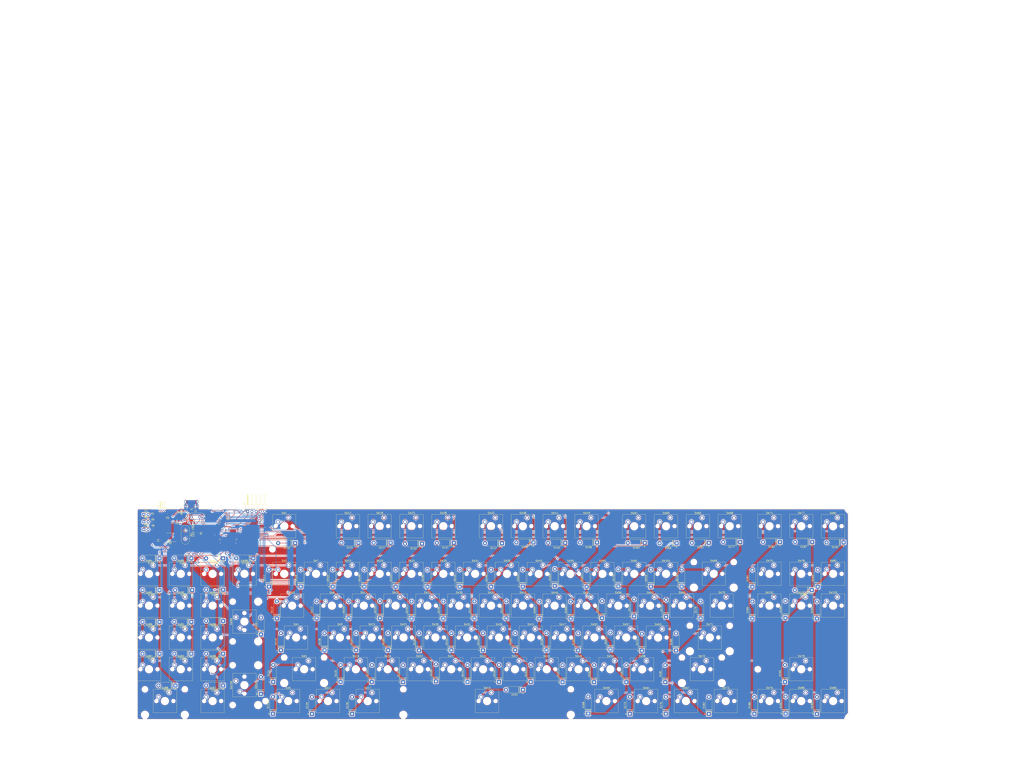
<source format=kicad_pcb>
(kicad_pcb (version 20171130) (host pcbnew 5.1.4)
  (layers (0 F.Cu signal) (31 B.Cu signal) (34 B.Paste user) (35 F.Paste user) (36 B.SilkS user) (37 F.SilkS user) (38 B.Mask user) (39 F.Mask user) (44 Edge.Cuts user))
  (net 0 "")
  (net 1 +5V)
  (net 2 GND)
  (net 3 /OSC_IN)
  (net 4 /OSC_OUT)
  (net 5 +3V3)
  (net 6 /LSE_OSC_IN)
  (net 7 /LSE_OSC_OUT)
  (net 8 /col0)
  (net 9 "Net-(D110-Pad2)")
  (net 10 "Net-(D111-Pad2)")
  (net 11 "Net-(D112-Pad2)")
  (net 12 "Net-(D113-Pad2)")
  (net 13 "Net-(D114-Pad2)")
  (net 14 "Net-(D115-Pad2)")
  (net 15 "Net-(D116-Pad2)")
  (net 16 /col1)
  (net 17 "Net-(D117-Pad2)")
  (net 18 "Net-(D118-Pad2)")
  (net 19 "Net-(D119-Pad2)")
  (net 20 "Net-(D120-Pad2)")
  (net 21 "Net-(D121-Pad2)")
  (net 22 /col2)
  (net 23 "Net-(D122-Pad2)")
  (net 24 "Net-(D123-Pad2)")
  (net 25 "Net-(D124-Pad2)")
  (net 26 "Net-(D125-Pad2)")
  (net 27 "Net-(D126-Pad2)")
  (net 28 /col3)
  (net 29 "Net-(D127-Pad2)")
  (net 30 "Net-(D128-Pad2)")
  (net 31 "Net-(D129-Pad2)")
  (net 32 "Net-(D130-Pad2)")
  (net 33 "Net-(D131-Pad2)")
  (net 34 /col4)
  (net 35 "Net-(D132-Pad2)")
  (net 36 "Net-(D133-Pad2)")
  (net 37 "Net-(D134-Pad2)")
  (net 38 "Net-(D135-Pad2)")
  (net 39 "Net-(D136-Pad2)")
  (net 40 /col5)
  (net 41 "Net-(D137-Pad2)")
  (net 42 "Net-(D138-Pad2)")
  (net 43 "Net-(D139-Pad2)")
  (net 44 "Net-(D140-Pad2)")
  (net 45 "Net-(D141-Pad2)")
  (net 46 /col6)
  (net 47 "Net-(D142-Pad2)")
  (net 48 "Net-(D143-Pad2)")
  (net 49 "Net-(D144-Pad2)")
  (net 50 "Net-(D145-Pad2)")
  (net 51 "Net-(D146-Pad2)")
  (net 52 /col7)
  (net 53 "Net-(D147-Pad2)")
  (net 54 "Net-(D148-Pad2)")
  (net 55 "Net-(D149-Pad2)")
  (net 56 "Net-(D150-Pad2)")
  (net 57 "Net-(D151-Pad2)")
  (net 58 "Net-(D152-Pad2)")
  (net 59 /col8)
  (net 60 "Net-(D153-Pad2)")
  (net 61 "Net-(D154-Pad2)")
  (net 62 "Net-(D155-Pad2)")
  (net 63 "Net-(D156-Pad2)")
  (net 64 "Net-(D157-Pad2)")
  (net 65 /col9)
  (net 66 "Net-(D158-Pad2)")
  (net 67 "Net-(D159-Pad2)")
  (net 68 "Net-(D160-Pad2)")
  (net 69 "Net-(D161-Pad2)")
  (net 70 "Net-(D162-Pad2)")
  (net 71 /col10)
  (net 72 "Net-(D163-Pad2)")
  (net 73 "Net-(D164-Pad2)")
  (net 74 "Net-(D165-Pad2)")
  (net 75 "Net-(D166-Pad2)")
  (net 76 "Net-(D167-Pad2)")
  (net 77 "Net-(D168-Pad2)")
  (net 78 "Net-(D169-Pad2)")
  (net 79 /col11)
  (net 80 "Net-(D170-Pad2)")
  (net 81 "Net-(D171-Pad2)")
  (net 82 "Net-(D172-Pad2)")
  (net 83 "Net-(D173-Pad2)")
  (net 84 /col12)
  (net 85 "Net-(D174-Pad2)")
  (net 86 "Net-(D175-Pad2)")
  (net 87 "Net-(D176-Pad2)")
  (net 88 "Net-(D177-Pad2)")
  (net 89 /col13)
  (net 90 "Net-(D178-Pad2)")
  (net 91 "Net-(D179-Pad2)")
  (net 92 "Net-(D180-Pad2)")
  (net 93 "Net-(D181-Pad2)")
  (net 94 "Net-(D182-Pad2)")
  (net 95 "Net-(D183-Pad2)")
  (net 96 /col14)
  (net 97 "Net-(D184-Pad2)")
  (net 98 "Net-(D185-Pad2)")
  (net 99 "Net-(D186-Pad2)")
  (net 100 /col15)
  (net 101 "Net-(D187-Pad2)")
  (net 102 "Net-(D188-Pad2)")
  (net 103 "Net-(D189-Pad2)")
  (net 104 "Net-(D190-Pad2)")
  (net 105 "Net-(D191-Pad2)")
  (net 106 "Net-(D192-Pad2)")
  (net 107 /col16)
  (net 108 "Net-(D193-Pad2)")
  (net 109 "Net-(D194-Pad2)")
  (net 110 "Net-(D195-Pad2)")
  (net 111 /col17)
  (net 112 "Net-(D196-Pad2)")
  (net 113 "Net-(D197-Pad2)")
  (net 114 "Net-(D198-Pad2)")
  (net 115 "Net-(D199-Pad2)")
  (net 116 "Net-(D200-Pad2)")
  (net 117 /col18)
  (net 118 "Net-(D201-Pad2)")
  (net 119 "Net-(D202-Pad2)")
  (net 120 "Net-(D203-Pad2)")
  (net 121 "Net-(D204-Pad2)")
  (net 122 /col19)
  (net 123 "Net-(D205-Pad2)")
  (net 124 "Net-(D206-Pad2)")
  (net 125 "Net-(D207-Pad2)")
  (net 126 "Net-(D208-Pad2)")
  (net 127 "Net-(D209-Pad2)")
  (net 128 "Net-(D210-Pad2)")
  (net 129 /col20)
  (net 130 "Net-(D211-Pad2)")
  (net 131 "Net-(D212-Pad2)")
  (net 132 /NRST)
  (net 133 /SWDCLK)
  (net 134 /SWDIO)
  (net 135 "Net-(J2-Pad2)")
  (net 136 "Net-(J2-Pad3)")
  (net 137 "Net-(J3-Pad2)")
  (net 138 "Net-(R3-Pad1)")
  (net 139 /USB_DP)
  (net 140 /USB_DM)
  (net 141 /row0)
  (net 142 /row1)
  (net 143 /row2)
  (net 144 /row3)
  (net 145 /row4)
  (net 146 /row5)
  (net 147 "Net-(D216-Pad2)")
  (net 148 "Net-(D1-Pad1)")
  (net 149 "Net-(D2-Pad1)")
  (net 150 "Net-(D3-Pad1)")
  (net 151 /LED_CAPS)
  (net 152 /LED_SCRLK)
  (net 153 /LED_NUMLK)
  (module Button_Switch_Keyboard:SW_Cherry_MX1A_1.00u_PCB (layer F.Cu) (at 335.25 280.7)
    (fp_text reference SW98 (at -2.54 -2.794) (layer F.SilkS))
    (fp_text value -)
    (pad "" np_thru_hole circle (at 2.54 5.08) (size 1.7 1.7) (drill 1.7) (layers *.Cu *.Mask))
    (pad "" np_thru_hole circle (at -7.62 5.08) (size 1.7 1.7) (drill 1.7) (layers *.Cu *.Mask))
    (pad "" np_thru_hole circle (at -2.54 5.08) (size 4 4) (drill 4) (layers *.Cu *.Mask))
    (pad 2 thru_hole circle (at -6.35 2.54) (size 2.2 2.2) (drill 1.5) (layers *.Cu *.Mask) (net 128 "Net-(D210-Pad2)"))
    (pad 1 thru_hole circle (at 0 0) (size 2.2 2.2) (drill 1.5) (layers *.Cu *.Mask) (net 142 /row1))
  )
  (module Button_Switch_Keyboard:SW_Cherry_MX1A_1.00u_PCB (layer F.Cu) (at 297.25 280.7)
    (fp_text reference SW89 (at -2.54 -2.794) (layer F.SilkS))
    (fp_text value /)
    (pad "" np_thru_hole circle (at 2.54 5.08) (size 1.7 1.7) (drill 1.7) (layers *.Cu *.Mask))
    (pad "" np_thru_hole circle (at -7.62 5.08) (size 1.7 1.7) (drill 1.7) (layers *.Cu *.Mask))
    (pad "" np_thru_hole circle (at -2.54 5.08) (size 4 4) (drill 4) (layers *.Cu *.Mask))
    (pad 2 thru_hole circle (at -6.35 2.54) (size 2.2 2.2) (drill 1.5) (layers *.Cu *.Mask) (net 118 "Net-(D201-Pad2)"))
    (pad 1 thru_hole circle (at 0 0) (size 2.2 2.2) (drill 1.5) (layers *.Cu *.Mask) (net 142 /row1))
  )
  (module Crystal:Crystal_HC49-4H_Vertical (layer F.Cu) (at 301.05 251.9)
    (fp_text reference Y2 (at 2.44 -3.525) (layer F.SilkS))
    (fp_text value 32.786k)
    (pad 2 thru_hole circle (at 4.88 0) (size 1.5 1.5) (drill 0.8) (layers *.Cu *.Mask) (net 7 /LSE_OSC_OUT))
    (pad 1 thru_hole circle (at 0 0) (size 1.5 1.5) (drill 0.8) (layers *.Cu *.Mask) (net 6 /LSE_OSC_IN))
  )
  (module Diode_THT:D_DO-15_P10.16mm_Horizontal (layer F.Cu) (at 338 276.5 180)
    (fp_text reference D210 (at 5.08 -2.92 180) (layer F.SilkS))
    (fp_text value D_Schottky)
    (fp_text user K (at 0 -2.2 180) (layer F.SilkS))
    (pad 2 thru_hole oval (at 10.16 0 180) (size 2.4 2.4) (drill 1.2) (layers *.Cu *.Mask) (net 128 "Net-(D210-Pad2)"))
    (pad 1 thru_hole rect (at 0 0 180) (size 2.4 2.4) (drill 1.2) (layers *.Cu *.Mask) (net 129 /col20))
  )
  (module Button_Switch_Keyboard:SW_Cherry_MX1A_2.00u_PCB (layer F.Cu) (at 327.6 311.75 90)
    (fp_text reference SW99 (at -2.54 -2.794 90) (layer F.SilkS))
    (fp_text value +)
    (pad "" np_thru_hole circle (at 9.36 -1.92 90) (size 3.05 3.05) (drill 3.05) (layers *.Cu *.Mask))
    (pad "" np_thru_hole circle (at -14.44 -1.92 90) (size 3.05 3.05) (drill 3.05) (layers *.Cu *.Mask))
    (pad "" np_thru_hole circle (at -14.44 13.32 90) (size 4 4) (drill 4) (layers *.Cu *.Mask))
    (pad "" np_thru_hole circle (at 9.36 13.32 90) (size 4 4) (drill 4) (layers *.Cu *.Mask))
    (pad "" np_thru_hole circle (at 2.54 5.08 90) (size 1.7 1.7) (drill 1.7) (layers *.Cu *.Mask))
    (pad "" np_thru_hole circle (at -7.62 5.08 90) (size 1.7 1.7) (drill 1.7) (layers *.Cu *.Mask))
    (pad "" np_thru_hole circle (at -2.54 5.08 90) (size 4 4) (drill 4) (layers *.Cu *.Mask))
    (pad 2 thru_hole circle (at -6.35 2.54 90) (size 2.2 2.2) (drill 1.5) (layers *.Cu *.Mask) (net 130 "Net-(D211-Pad2)"))
    (pad 1 thru_hole circle (at 0 0 90) (size 2.2 2.2) (drill 1.5) (layers *.Cu *.Mask) (net 143 /row2))
  )
  (module Package_QFP:LQFP-64_10x10mm_P0.5mm (layer F.Cu) (at 323 260.25)
    (fp_text reference U2 (at 0 -7.2) (layer F.SilkS))
    (fp_text value STM32F103RCTx)
    (pad 64 smd rect (at -3.75 -5.7 90) (size 1 0.25) (layers F.Cu F.Paste F.Mask) (net 5 +3V3))
    (pad 63 smd rect (at -3.25 -5.7 90) (size 1 0.25) (layers F.Cu F.Paste F.Mask) (net 2 GND))
    (pad 62 smd rect (at -2.75 -5.7 90) (size 1 0.25) (layers F.Cu F.Paste F.Mask) (net 65 /col9))
    (pad 61 smd rect (at -2.25 -5.7 90) (size 1 0.25) (layers F.Cu F.Paste F.Mask) (net 59 /col8))
    (pad 60 smd rect (at -1.75 -5.7 90) (size 1 0.25) (layers F.Cu F.Paste F.Mask) (net 138 "Net-(R3-Pad1)"))
    (pad 59 smd rect (at -1.25 -5.7 90) (size 1 0.25) (layers F.Cu F.Paste F.Mask) (net 52 /col7))
    (pad 58 smd rect (at -0.75 -5.7 90) (size 1 0.25) (layers F.Cu F.Paste F.Mask) (net 46 /col6))
    (pad 57 smd rect (at -0.25 -5.7 90) (size 1 0.25) (layers F.Cu F.Paste F.Mask) (net 40 /col5))
    (pad 56 smd rect (at 0.25 -5.7 90) (size 1 0.25) (layers F.Cu F.Paste F.Mask) (net 34 /col4))
    (pad 55 smd rect (at 0.75 -5.7 90) (size 1 0.25) (layers F.Cu F.Paste F.Mask) (net 28 /col3))
    (pad 54 smd rect (at 1.25 -5.7 90) (size 1 0.25) (layers F.Cu F.Paste F.Mask))
    (pad 53 smd rect (at 1.75 -5.7 90) (size 1 0.25) (layers F.Cu F.Paste F.Mask))
    (pad 52 smd rect (at 2.25 -5.7 90) (size 1 0.25) (layers F.Cu F.Paste F.Mask))
    (pad 51 smd rect (at 2.75 -5.7 90) (size 1 0.25) (layers F.Cu F.Paste F.Mask))
    (pad 50 smd rect (at 3.25 -5.7 90) (size 1 0.25) (layers F.Cu F.Paste F.Mask))
    (pad 49 smd rect (at 3.75 -5.7 90) (size 1 0.25) (layers F.Cu F.Paste F.Mask) (net 133 /SWDCLK))
    (pad 48 smd rect (at 5.7 -3.75) (size 1 0.25) (layers F.Cu F.Paste F.Mask) (net 5 +3V3))
    (pad 47 smd rect (at 5.7 -3.25) (size 1 0.25) (layers F.Cu F.Paste F.Mask) (net 2 GND))
    (pad 46 smd rect (at 5.7 -2.75) (size 1 0.25) (layers F.Cu F.Paste F.Mask) (net 134 /SWDIO))
    (pad 45 smd rect (at 5.7 -2.25) (size 1 0.25) (layers F.Cu F.Paste F.Mask) (net 139 /USB_DP))
    (pad 44 smd rect (at 5.7 -1.75) (size 1 0.25) (layers F.Cu F.Paste F.Mask) (net 140 /USB_DM))
    (pad 43 smd rect (at 5.7 -1.25) (size 1 0.25) (layers F.Cu F.Paste F.Mask))
    (pad 42 smd rect (at 5.7 -0.75) (size 1 0.25) (layers F.Cu F.Paste F.Mask))
    (pad 41 smd rect (at 5.7 -0.25) (size 1 0.25) (layers F.Cu F.Paste F.Mask))
    (pad 40 smd rect (at 5.7 0.25) (size 1 0.25) (layers F.Cu F.Paste F.Mask))
    (pad 39 smd rect (at 5.7 0.75) (size 1 0.25) (layers F.Cu F.Paste F.Mask))
    (pad 38 smd rect (at 5.7 1.25) (size 1 0.25) (layers F.Cu F.Paste F.Mask) (net 153 /LED_NUMLK))
    (pad 37 smd rect (at 5.7 1.75) (size 1 0.25) (layers F.Cu F.Paste F.Mask) (net 152 /LED_SCRLK))
    (pad 36 smd rect (at 5.7 2.25) (size 1 0.25) (layers F.Cu F.Paste F.Mask) (net 100 /col15))
    (pad 35 smd rect (at 5.7 2.75) (size 1 0.25) (layers F.Cu F.Paste F.Mask) (net 96 /col14))
    (pad 34 smd rect (at 5.7 3.25) (size 1 0.25) (layers F.Cu F.Paste F.Mask) (net 89 /col13))
    (pad 33 smd rect (at 5.7 3.75) (size 1 0.25) (layers F.Cu F.Paste F.Mask) (net 84 /col12))
    (pad 32 smd rect (at 3.75 5.7 90) (size 1 0.25) (layers F.Cu F.Paste F.Mask) (net 5 +3V3))
    (pad 31 smd rect (at 3.25 5.7 90) (size 1 0.25) (layers F.Cu F.Paste F.Mask) (net 2 GND))
    (pad 30 smd rect (at 2.75 5.7 90) (size 1 0.25) (layers F.Cu F.Paste F.Mask) (net 79 /col11))
    (pad 29 smd rect (at 2.25 5.7 90) (size 1 0.25) (layers F.Cu F.Paste F.Mask) (net 71 /col10))
    (pad 28 smd rect (at 1.75 5.7 90) (size 1 0.25) (layers F.Cu F.Paste F.Mask) (net 22 /col2))
    (pad 27 smd rect (at 1.25 5.7 90) (size 1 0.25) (layers F.Cu F.Paste F.Mask) (net 16 /col1))
    (pad 26 smd rect (at 0.75 5.7 90) (size 1 0.25) (layers F.Cu F.Paste F.Mask) (net 8 /col0))
    (pad 25 smd rect (at 0.25 5.7 90) (size 1 0.25) (layers F.Cu F.Paste F.Mask) (net 151 /LED_CAPS))
    (pad 24 smd rect (at -0.25 5.7 90) (size 1 0.25) (layers F.Cu F.Paste F.Mask) (net 129 /col20))
    (pad 23 smd rect (at -0.75 5.7 90) (size 1 0.25) (layers F.Cu F.Paste F.Mask))
    (pad 22 smd rect (at -1.25 5.7 90) (size 1 0.25) (layers F.Cu F.Paste F.Mask) (net 146 /row5))
    (pad 21 smd rect (at -1.75 5.7 90) (size 1 0.25) (layers F.Cu F.Paste F.Mask))
    (pad 20 smd rect (at -2.25 5.7 90) (size 1 0.25) (layers F.Cu F.Paste F.Mask) (net 145 /row4))
    (pad 19 smd rect (at -2.75 5.7 90) (size 1 0.25) (layers F.Cu F.Paste F.Mask) (net 5 +3V3))
    (pad 18 smd rect (at -3.25 5.7 90) (size 1 0.25) (layers F.Cu F.Paste F.Mask) (net 2 GND))
    (pad 17 smd rect (at -3.75 5.7 90) (size 1 0.25) (layers F.Cu F.Paste F.Mask) (net 144 /row3))
    (pad 16 smd rect (at -5.7 3.75) (size 1 0.25) (layers F.Cu F.Paste F.Mask) (net 143 /row2))
    (pad 15 smd rect (at -5.7 3.25) (size 1 0.25) (layers F.Cu F.Paste F.Mask) (net 142 /row1))
    (pad 14 smd rect (at -5.7 2.75) (size 1 0.25) (layers F.Cu F.Paste F.Mask) (net 141 /row0))
    (pad 13 smd rect (at -5.7 2.25) (size 1 0.25) (layers F.Cu F.Paste F.Mask) (net 5 +3V3))
    (pad 12 smd rect (at -5.7 1.75) (size 1 0.25) (layers F.Cu F.Paste F.Mask) (net 2 GND))
    (pad 11 smd rect (at -5.7 1.25) (size 1 0.25) (layers F.Cu F.Paste F.Mask) (net 122 /col19))
    (pad 10 smd rect (at -5.7 0.75) (size 1 0.25) (layers F.Cu F.Paste F.Mask) (net 117 /col18))
    (pad 9 smd rect (at -5.7 0.25) (size 1 0.25) (layers F.Cu F.Paste F.Mask) (net 111 /col17))
    (pad 8 smd rect (at -5.7 -0.25) (size 1 0.25) (layers F.Cu F.Paste F.Mask) (net 107 /col16))
    (pad 7 smd rect (at -5.7 -0.75) (size 1 0.25) (layers F.Cu F.Paste F.Mask) (net 132 /NRST))
    (pad 6 smd rect (at -5.7 -1.25) (size 1 0.25) (layers F.Cu F.Paste F.Mask) (net 4 /OSC_OUT))
    (pad 5 smd rect (at -5.7 -1.75) (size 1 0.25) (layers F.Cu F.Paste F.Mask) (net 3 /OSC_IN))
    (pad 4 smd rect (at -5.7 -2.25) (size 1 0.25) (layers F.Cu F.Paste F.Mask) (net 7 /LSE_OSC_OUT))
    (pad 3 smd rect (at -5.7 -2.75) (size 1 0.25) (layers F.Cu F.Paste F.Mask) (net 6 /LSE_OSC_IN))
    (pad 2 smd rect (at -5.7 -3.25) (size 1 0.25) (layers F.Cu F.Paste F.Mask))
    (pad 1 smd rect (at -5.7 -3.75) (size 1 0.25) (layers F.Cu F.Paste F.Mask) (net 5 +3V3))
  )
  (module Resistor_SMD:R_0805_2012Metric (layer F.Cu) (at 292.4375 254 180)
    (fp_text reference R2 (at 0 -1.65 180) (layer F.SilkS))
    (fp_text value 1.5k)
    (pad 2 smd roundrect (at 0.9375 0 180) (size 0.975 1.4) (layers F.Cu F.Paste F.Mask) (net 136 "Net-(J2-Pad3)"))
    (pad 1 smd roundrect (at -0.9375 0 180) (size 0.975 1.4) (layers F.Cu F.Paste F.Mask) (net 1 +5V))
  )
  (module Capacitor_SMD:C_0603_1608Metric_Pad1.05x0.95mm_HandSolder (layer F.Cu) (at 282.6 265.7 90)
    (fp_text reference C1 (at 0 -1.43 90) (layer F.SilkS))
    (fp_text value 0.1uF)
    (pad 2 smd roundrect (at 0.875 0 90) (size 1.05 0.95) (layers F.Cu F.Paste F.Mask) (net 2 GND))
    (pad 1 smd roundrect (at -0.875 0 90) (size 1.05 0.95) (layers F.Cu F.Paste F.Mask) (net 1 +5V))
  )
  (module Connector_PinHeader_1.27mm:PinHeader_1x03_P1.27mm_Horizontal (layer F.Cu) (at 282.5 248 90)
    (fp_text reference J3 (at 2.4325 -1.635 90) (layer F.SilkS))
    (fp_text value Conn_01x03_Male)
    (pad 3 thru_hole oval (at 0 2.54 90) (size 1 1) (drill 0.65) (layers *.Cu *.Mask) (net 2 GND))
    (pad 2 thru_hole oval (at 0 1.27 90) (size 1 1) (drill 0.65) (layers *.Cu *.Mask) (net 137 "Net-(J3-Pad2)"))
    (pad 1 thru_hole rect (at 0 0 90) (size 1 1) (drill 0.65) (layers *.Cu *.Mask) (net 5 +3V3))
  )
  (module Connector_USB:USB_Micro-B_Molex-105017-0001 (layer F.Cu) (at 301 244 180)
    (fp_text reference J2 (at 0 -3.1125 180) (layer F.SilkS))
    (fp_text value USB_B_Micro)
    (pad 6 smd rect (at -2.9 1.2375 180) (size 1.2 1.9) (layers F.Cu F.Mask) (net 2 GND))
    (pad 6 smd rect (at 2.9 1.2375 180) (size 1.2 1.9) (layers F.Cu F.Mask) (net 2 GND))
    (pad 6 thru_hole oval (at 3.5 1.2375 180) (size 1.2 1.9) (drill oval 0.6 1.3) (layers *.Cu *.Mask) (net 2 GND))
    (pad 6 thru_hole oval (at -3.5 1.2375) (size 1.2 1.9) (drill oval 0.6 1.3) (layers *.Cu *.Mask) (net 2 GND))
    (pad 6 smd rect (at -1 1.2375 180) (size 1.5 1.9) (layers F.Cu F.Paste F.Mask) (net 2 GND))
    (pad 6 thru_hole circle (at 2.5 -1.4625 180) (size 1.45 1.45) (drill 0.85) (layers *.Cu *.Mask) (net 2 GND))
    (pad 3 smd rect (at 0 -1.4625 180) (size 0.4 1.35) (layers F.Cu F.Paste F.Mask) (net 136 "Net-(J2-Pad3)"))
    (pad 4 smd rect (at 0.65 -1.4625 180) (size 0.4 1.35) (layers F.Cu F.Paste F.Mask))
    (pad 5 smd rect (at 1.3 -1.4625 180) (size 0.4 1.35) (layers F.Cu F.Paste F.Mask) (net 2 GND))
    (pad 1 smd rect (at -1.3 -1.4625 180) (size 0.4 1.35) (layers F.Cu F.Paste F.Mask) (net 1 +5V))
    (pad 2 smd rect (at -0.65 -1.4625 180) (size 0.4 1.35) (layers F.Cu F.Paste F.Mask) (net 135 "Net-(J2-Pad2)"))
    (pad 6 thru_hole circle (at -2.5 -1.4625 180) (size 1.45 1.45) (drill 0.85) (layers *.Cu *.Mask) (net 2 GND))
    (pad 6 smd rect (at 1 1.2375 180) (size 1.5 1.9) (layers F.Cu F.Paste F.Mask) (net 2 GND))
  )
  (module Package_SO:SOIC-8-1EP_3.9x4.9mm_P1.27mm_EP2.35x2.35mm (layer F.Cu) (at 288.5 264 180)
    (fp_text reference U1 (at 0 -3.5 180) (layer F.SilkS))
    (fp_text value L4931ABD33-TR)
    (pad 9 smd rect (at 0 0 180) (size 2.35 2.35) (layers F.Cu F.Mask))
    (pad 8 smd rect (at 2.7 -1.905 180) (size 1.55 0.6) (layers F.Cu F.Paste F.Mask) (net 1 +5V))
    (pad 7 smd rect (at 2.7 -0.635 180) (size 1.55 0.6) (layers F.Cu F.Paste F.Mask) (net 2 GND))
    (pad 6 smd rect (at 2.7 0.635 180) (size 1.55 0.6) (layers F.Cu F.Paste F.Mask) (net 2 GND))
    (pad 5 smd rect (at 2.7 1.905 180) (size 1.55 0.6) (layers F.Cu F.Paste F.Mask))
    (pad 4 smd rect (at -2.7 1.905 180) (size 1.55 0.6) (layers F.Cu F.Paste F.Mask))
    (pad 3 smd rect (at -2.7 0.635 180) (size 1.55 0.6) (layers F.Cu F.Paste F.Mask) (net 2 GND))
    (pad 2 smd rect (at -2.7 -0.635 180) (size 1.55 0.6) (layers F.Cu F.Paste F.Mask) (net 2 GND))
    (pad 1 smd rect (at -2.7 -1.905 180) (size 1.55 0.6) (layers F.Cu F.Paste F.Mask) (net 5 +3V3))
  )
  (module Button_Switch_Keyboard:SW_Cherry_MX1A_1.00u_PCB (layer F.Cu) (at 316.25 280.7)
    (fp_text reference SW93 (at -2.54 -2.794) (layer F.SilkS))
    (fp_text value *)
    (pad "" np_thru_hole circle (at 2.54 5.08) (size 1.7 1.7) (drill 1.7) (layers *.Cu *.Mask))
    (pad "" np_thru_hole circle (at -7.62 5.08) (size 1.7 1.7) (drill 1.7) (layers *.Cu *.Mask))
    (pad "" np_thru_hole circle (at -2.54 5.08) (size 4 4) (drill 4) (layers *.Cu *.Mask))
    (pad 2 thru_hole circle (at -6.35 2.54) (size 2.2 2.2) (drill 1.5) (layers *.Cu *.Mask) (net 123 "Net-(D205-Pad2)"))
    (pad 1 thru_hole circle (at 0 0) (size 2.2 2.2) (drill 1.5) (layers *.Cu *.Mask) (net 142 /row1))
  )
  (module Capacitor_SMD:C_0603_1608Metric_Pad1.05x0.95mm_HandSolder (layer F.Cu) (at 302 260 180)
    (fp_text reference C2 (at 0 -1.43 180) (layer F.SilkS))
    (fp_text value 20pf)
    (pad 2 smd roundrect (at 0.875 0 180) (size 1.05 0.95) (layers F.Cu F.Paste F.Mask) (net 2 GND))
    (pad 1 smd roundrect (at -0.875 0 180) (size 1.05 0.95) (layers F.Cu F.Paste F.Mask) (net 3 /OSC_IN))
  )
  (module Capacitor_SMD:C_0603_1608Metric_Pad1.05x0.95mm_HandSolder (layer F.Cu) (at 301.925 261.6 180)
    (fp_text reference C3 (at 0 -1.43 180) (layer F.SilkS))
    (fp_text value 20pf)
    (pad 2 smd roundrect (at 0.875 0 180) (size 1.05 0.95) (layers F.Cu F.Paste F.Mask) (net 2 GND))
    (pad 1 smd roundrect (at -0.875 0 180) (size 1.05 0.95) (layers F.Cu F.Paste F.Mask) (net 4 /OSC_OUT))
  )
  (module Capacitor_SMD:C_0603_1608Metric_Pad1.05x0.95mm_HandSolder (layer F.Cu) (at 288 268)
    (fp_text reference C4 (at 0 -1.43) (layer F.SilkS))
    (fp_text value 2.2uF)
    (pad 2 smd roundrect (at 0.875 0) (size 1.05 0.95) (layers F.Cu F.Paste F.Mask) (net 2 GND))
    (pad 1 smd roundrect (at -0.875 0) (size 1.05 0.95) (layers F.Cu F.Paste F.Mask) (net 5 +3V3))
  )
  (module Capacitor_SMD:C_0603_1608Metric_Pad1.05x0.95mm_HandSolder (layer F.Cu) (at 301.875 255.5 180)
    (fp_text reference C5 (at 0 -1.43 180) (layer F.SilkS))
    (fp_text value 20pf)
    (pad 2 smd roundrect (at 0.875 0 180) (size 1.05 0.95) (layers F.Cu F.Paste F.Mask) (net 2 GND))
    (pad 1 smd roundrect (at -0.875 0 180) (size 1.05 0.95) (layers F.Cu F.Paste F.Mask) (net 6 /LSE_OSC_IN))
  )
  (module Capacitor_SMD:C_0603_1608Metric_Pad1.05x0.95mm_HandSolder (layer F.Cu) (at 301.875 257 180)
    (fp_text reference C6 (at 0 -1.43 270) (layer F.SilkS))
    (fp_text value 20pf)
    (pad 2 smd roundrect (at 0.875 0 180) (size 1.05 0.95) (layers F.Cu F.Paste F.Mask) (net 2 GND))
    (pad 1 smd roundrect (at -0.875 0 180) (size 1.05 0.95) (layers F.Cu F.Paste F.Mask) (net 7 /LSE_OSC_OUT))
  )
  (module Diode_THT:D_DO-15_P10.16mm_Horizontal (layer F.Cu) (at 363 267.4 180)
    (fp_text reference D110 (at 5.08 -2.92 180) (layer F.SilkS))
    (fp_text value D_Schottky)
    (fp_text user K (at 0 -2.2 180) (layer F.SilkS))
    (pad 2 thru_hole oval (at 10.16 0 180) (size 2.4 2.4) (drill 1.2) (layers *.Cu *.Mask) (net 9 "Net-(D110-Pad2)"))
    (pad 1 thru_hole rect (at 0 0 180) (size 2.4 2.4) (drill 1.2) (layers *.Cu *.Mask) (net 8 /col0))
  )
  (module Diode_THT:D_DO-15_P10.16mm_Horizontal (layer F.Cu) (at 347.3 293.4 90)
    (fp_text reference D111 (at 5.08 -2.92 90) (layer F.SilkS))
    (fp_text value D_Schottky)
    (fp_text user K (at 0 -2.2 90) (layer F.SilkS))
    (pad 2 thru_hole oval (at 10.16 0 90) (size 2.4 2.4) (drill 1.2) (layers *.Cu *.Mask) (net 10 "Net-(D111-Pad2)"))
    (pad 1 thru_hole rect (at 0 0 90) (size 2.4 2.4) (drill 1.2) (layers *.Cu *.Mask) (net 8 /col0))
  )
  (module Diode_THT:D_DO-15_P10.16mm_Horizontal (layer F.Cu) (at 352.04 312.41 90)
    (fp_text reference D112 (at 5.08 -2.92 90) (layer F.SilkS))
    (fp_text value D_Schottky)
    (fp_text user K (at 0 -2.2 90) (layer F.SilkS))
    (pad 2 thru_hole oval (at 10.16 0 90) (size 2.4 2.4) (drill 1.2) (layers *.Cu *.Mask) (net 11 "Net-(D112-Pad2)"))
    (pad 1 thru_hole rect (at 0 0 90) (size 2.4 2.4) (drill 1.2) (layers *.Cu *.Mask) (net 8 /col0))
  )
  (module Diode_THT:D_DO-15_P10.16mm_Horizontal (layer F.Cu) (at 354.48 331.41 90)
    (fp_text reference D113 (at 5.08 -2.92 90) (layer F.SilkS))
    (fp_text value D_Schottky)
    (fp_text user K (at 0 -2.2 90) (layer F.SilkS))
    (pad 2 thru_hole oval (at 10.16 0 90) (size 2.4 2.4) (drill 1.2) (layers *.Cu *.Mask) (net 12 "Net-(D113-Pad2)"))
    (pad 1 thru_hole rect (at 0 0 90) (size 2.4 2.4) (drill 1.2) (layers *.Cu *.Mask) (net 8 /col0))
  )
  (module Diode_THT:D_DO-15_P10.16mm_Horizontal (layer F.Cu) (at 349.91 350.37 90)
    (fp_text reference D114 (at 5.08 -2.92 90) (layer F.SilkS))
    (fp_text value D_Schottky)
    (fp_text user K (at 0 -2.2 90) (layer F.SilkS))
    (pad 2 thru_hole oval (at 10.16 0 90) (size 2.4 2.4) (drill 1.2) (layers *.Cu *.Mask) (net 13 "Net-(D114-Pad2)"))
    (pad 1 thru_hole rect (at 0 0 90) (size 2.4 2.4) (drill 1.2) (layers *.Cu *.Mask) (net 8 /col0))
  )
  (module Diode_THT:D_DO-15_P10.16mm_Horizontal (layer F.Cu) (at 349.68 369.39 90)
    (fp_text reference D115 (at 5.08 -2.92 90) (layer F.SilkS))
    (fp_text value D_Schottky)
    (fp_text user K (at 0 -2.2 90) (layer F.SilkS))
    (pad 2 thru_hole oval (at 10.16 0 90) (size 2.4 2.4) (drill 1.2) (layers *.Cu *.Mask) (net 14 "Net-(D115-Pad2)"))
    (pad 1 thru_hole rect (at 0 0 90) (size 2.4 2.4) (drill 1.2) (layers *.Cu *.Mask) (net 8 /col0))
  )
  (module Diode_THT:D_DO-15_P10.16mm_Horizontal (layer F.Cu) (at 366.31 293.41 90)
    (fp_text reference D116 (at 5.08 -2.92 90) (layer F.SilkS))
    (fp_text value D_Schottky)
    (fp_text user K (at 0 -2.2 90) (layer F.SilkS))
    (pad 2 thru_hole oval (at 10.16 0 90) (size 2.4 2.4) (drill 1.2) (layers *.Cu *.Mask) (net 15 "Net-(D116-Pad2)"))
    (pad 1 thru_hole rect (at 0 0 90) (size 2.4 2.4) (drill 1.2) (layers *.Cu *.Mask) (net 16 /col1))
  )
  (module Diode_THT:D_DO-15_P10.16mm_Horizontal (layer F.Cu) (at 375.8 312.41 90)
    (fp_text reference D117 (at 5.08 -2.92 90) (layer F.SilkS))
    (fp_text value D_Schottky)
    (fp_text user K (at 0 -2.2 90) (layer F.SilkS))
    (pad 2 thru_hole oval (at 10.16 0 90) (size 2.4 2.4) (drill 1.2) (layers *.Cu *.Mask) (net 17 "Net-(D117-Pad2)"))
    (pad 1 thru_hole rect (at 0 0 90) (size 2.4 2.4) (drill 1.2) (layers *.Cu *.Mask) (net 16 /col1))
  )
  (module Diode_THT:D_DO-15_P10.16mm_Horizontal (layer F.Cu) (at 380.51 331.45 90)
    (fp_text reference D118 (at 5.08 -2.92 90) (layer F.SilkS))
    (fp_text value D_Schottky)
    (fp_text user K (at 0 -2.2 90) (layer F.SilkS))
    (pad 2 thru_hole oval (at 10.16 0 90) (size 2.4 2.4) (drill 1.2) (layers *.Cu *.Mask) (net 18 "Net-(D118-Pad2)"))
    (pad 1 thru_hole rect (at 0 0 90) (size 2.4 2.4) (drill 1.2) (layers *.Cu *.Mask) (net 16 /col1))
  )
  (module Diode_THT:D_DO-15_P10.16mm_Horizontal (layer F.Cu) (at 390.11 350.4 90)
    (fp_text reference D119 (at 5.08 -2.92 90) (layer F.SilkS))
    (fp_text value D_Schottky)
    (fp_text user K (at 0 -2.2 90) (layer F.SilkS))
    (pad 2 thru_hole oval (at 10.16 0 90) (size 2.4 2.4) (drill 1.2) (layers *.Cu *.Mask) (net 19 "Net-(D119-Pad2)"))
    (pad 1 thru_hole rect (at 0 0 90) (size 2.4 2.4) (drill 1.2) (layers *.Cu *.Mask) (net 16 /col1))
  )
  (module Diode_THT:D_DO-15_P10.16mm_Horizontal (layer F.Cu) (at 373 369.5 90)
    (fp_text reference D120 (at 5.08 -2.92 90) (layer F.SilkS))
    (fp_text value D_Schottky)
    (fp_text user K (at 0 -2.2 90) (layer F.SilkS))
    (pad 2 thru_hole oval (at 10.16 0 90) (size 2.4 2.4) (drill 1.2) (layers *.Cu *.Mask) (net 20 "Net-(D120-Pad2)"))
    (pad 1 thru_hole rect (at 0 0 90) (size 2.4 2.4) (drill 1.2) (layers *.Cu *.Mask) (net 16 /col1))
  )
  (module Diode_THT:D_DO-15_P10.16mm_Horizontal (layer F.Cu) (at 400.8 267.2 180)
    (fp_text reference D121 (at 5.08 -2.92 180) (layer F.SilkS))
    (fp_text value D_Schottky)
    (fp_text user K (at 0 -2.2 180) (layer F.SilkS))
    (pad 2 thru_hole oval (at 10.16 0 180) (size 2.4 2.4) (drill 1.2) (layers *.Cu *.Mask) (net 21 "Net-(D121-Pad2)"))
    (pad 1 thru_hole rect (at 0 0 180) (size 2.4 2.4) (drill 1.2) (layers *.Cu *.Mask) (net 22 /col2))
  )
  (module Diode_THT:D_DO-15_P10.16mm_Horizontal (layer F.Cu) (at 385.4 293.4 90)
    (fp_text reference D122 (at 5.08 -2.92 90) (layer F.SilkS))
    (fp_text value D_Schottky)
    (fp_text user K (at 0 -2.2 90) (layer F.SilkS))
    (pad 2 thru_hole oval (at 10.16 0 90) (size 2.4 2.4) (drill 1.2) (layers *.Cu *.Mask) (net 23 "Net-(D122-Pad2)"))
    (pad 1 thru_hole rect (at 0 0 90) (size 2.4 2.4) (drill 1.2) (layers *.Cu *.Mask) (net 22 /col2))
  )
  (module Diode_THT:D_DO-15_P10.16mm_Horizontal (layer F.Cu) (at 394.85 312.4 90)
    (fp_text reference D123 (at 5.08 -2.92 90) (layer F.SilkS))
    (fp_text value D_Schottky)
    (fp_text user K (at 0 -2.2 90) (layer F.SilkS))
    (pad 2 thru_hole oval (at 10.16 0 90) (size 2.4 2.4) (drill 1.2) (layers *.Cu *.Mask) (net 24 "Net-(D123-Pad2)"))
    (pad 1 thru_hole rect (at 0 0 90) (size 2.4 2.4) (drill 1.2) (layers *.Cu *.Mask) (net 22 /col2))
  )
  (module Diode_THT:D_DO-15_P10.16mm_Horizontal (layer F.Cu) (at 399.45 331.4 90)
    (fp_text reference D124 (at 5.08 -2.92 90) (layer F.SilkS))
    (fp_text value D_Schottky)
    (fp_text user K (at 0 -2.2 90) (layer F.SilkS))
    (pad 2 thru_hole oval (at 10.16 0 90) (size 2.4 2.4) (drill 1.2) (layers *.Cu *.Mask) (net 25 "Net-(D124-Pad2)"))
    (pad 1 thru_hole rect (at 0 0 90) (size 2.4 2.4) (drill 1.2) (layers *.Cu *.Mask) (net 22 /col2))
  )
  (module Diode_THT:D_DO-15_P10.16mm_Horizontal (layer F.Cu) (at 408.75 350.4 90)
    (fp_text reference D125 (at 5.08 -2.92 90) (layer F.SilkS))
    (fp_text value D_Schottky)
    (fp_text user K (at 0 -2.2 90) (layer F.SilkS))
    (pad 2 thru_hole oval (at 10.16 0 90) (size 2.4 2.4) (drill 1.2) (layers *.Cu *.Mask) (net 26 "Net-(D125-Pad2)"))
    (pad 1 thru_hole rect (at 0 0 90) (size 2.4 2.4) (drill 1.2) (layers *.Cu *.Mask) (net 22 /col2))
  )
  (module Diode_THT:D_DO-15_P10.16mm_Horizontal (layer F.Cu) (at 397 369.45 90)
    (fp_text reference D126 (at 5.08 -2.92 90) (layer F.SilkS))
    (fp_text value D_Schottky)
    (fp_text user K (at 0 -2.2 90) (layer F.SilkS))
    (pad 2 thru_hole oval (at 10.16 0 90) (size 2.4 2.4) (drill 1.2) (layers *.Cu *.Mask) (net 27 "Net-(D126-Pad2)"))
    (pad 1 thru_hole rect (at 0 0 90) (size 2.4 2.4) (drill 1.2) (layers *.Cu *.Mask) (net 22 /col2))
  )
  (module Diode_THT:D_DO-15_P10.16mm_Horizontal (layer F.Cu) (at 420 267.2 180)
    (fp_text reference D127 (at 5.08 -2.92 180) (layer F.SilkS))
    (fp_text value D_Schottky)
    (fp_text user K (at 0 -2.2 180) (layer F.SilkS))
    (pad 2 thru_hole oval (at 10.16 0 180) (size 2.4 2.4) (drill 1.2) (layers *.Cu *.Mask) (net 29 "Net-(D127-Pad2)"))
    (pad 1 thru_hole rect (at 0 0 180) (size 2.4 2.4) (drill 1.2) (layers *.Cu *.Mask) (net 28 /col3))
  )
  (module Diode_THT:D_DO-15_P10.16mm_Horizontal (layer F.Cu) (at 404.3 293.4 90)
    (fp_text reference D128 (at 5.08 -2.92 90) (layer F.SilkS))
    (fp_text value D_Schottky)
    (fp_text user K (at 0 -2.2 90) (layer F.SilkS))
    (pad 2 thru_hole oval (at 10.16 0 90) (size 2.4 2.4) (drill 1.2) (layers *.Cu *.Mask) (net 30 "Net-(D128-Pad2)"))
    (pad 1 thru_hole rect (at 0 0 90) (size 2.4 2.4) (drill 1.2) (layers *.Cu *.Mask) (net 28 /col3))
  )
  (module Diode_THT:D_DO-15_P10.16mm_Horizontal (layer F.Cu) (at 413.575 312.325 90)
    (fp_text reference D129 (at 5.08 -2.92 90) (layer F.SilkS))
    (fp_text value D_Schottky)
    (fp_text user K (at 0 -2.2 90) (layer F.SilkS))
    (pad 2 thru_hole oval (at 10.16 0 90) (size 2.4 2.4) (drill 1.2) (layers *.Cu *.Mask) (net 31 "Net-(D129-Pad2)"))
    (pad 1 thru_hole rect (at 0 0 90) (size 2.4 2.4) (drill 1.2) (layers *.Cu *.Mask) (net 28 /col3))
  )
  (module Diode_THT:D_DO-15_P10.16mm_Horizontal (layer F.Cu) (at 418.525 331.4 90)
    (fp_text reference D130 (at 5.08 -2.92 90) (layer F.SilkS))
    (fp_text value D_Schottky)
    (fp_text user K (at 0 -2.2 90) (layer F.SilkS))
    (pad 2 thru_hole oval (at 10.16 0 90) (size 2.4 2.4) (drill 1.2) (layers *.Cu *.Mask) (net 32 "Net-(D130-Pad2)"))
    (pad 1 thru_hole rect (at 0 0 90) (size 2.4 2.4) (drill 1.2) (layers *.Cu *.Mask) (net 28 /col3))
  )
  (module Diode_THT:D_DO-15_P10.16mm_Horizontal (layer F.Cu) (at 427.5 350.5 90)
    (fp_text reference D131 (at 5.08 -2.92 90) (layer F.SilkS))
    (fp_text value D_Schottky)
    (fp_text user K (at 0 -2.2 90) (layer F.SilkS))
    (pad 2 thru_hole oval (at 10.16 0 90) (size 2.4 2.4) (drill 1.2) (layers *.Cu *.Mask) (net 33 "Net-(D131-Pad2)"))
    (pad 1 thru_hole rect (at 0 0 90) (size 2.4 2.4) (drill 1.2) (layers *.Cu *.Mask) (net 28 /col3))
  )
  (module Diode_THT:D_DO-15_P10.16mm_Horizontal (layer F.Cu) (at 438.75 267.75 180)
    (fp_text reference D132 (at 5.08 -2.92 180) (layer F.SilkS))
    (fp_text value D_Schottky)
    (fp_text user K (at 0 -2.2 180) (layer F.SilkS))
    (pad 2 thru_hole oval (at 10.16 0 180) (size 2.4 2.4) (drill 1.2) (layers *.Cu *.Mask) (net 35 "Net-(D132-Pad2)"))
    (pad 1 thru_hole rect (at 0 0 180) (size 2.4 2.4) (drill 1.2) (layers *.Cu *.Mask) (net 34 /col4))
  )
  (module Diode_THT:D_DO-15_P10.16mm_Horizontal (layer F.Cu) (at 423 293.5 90)
    (fp_text reference D133 (at 5.08 -2.92 90) (layer F.SilkS))
    (fp_text value D_Schottky)
    (fp_text user K (at 0 -2.2 90) (layer F.SilkS))
    (pad 2 thru_hole oval (at 10.16 0 90) (size 2.4 2.4) (drill 1.2) (layers *.Cu *.Mask) (net 36 "Net-(D133-Pad2)"))
    (pad 1 thru_hole rect (at 0 0 90) (size 2.4 2.4) (drill 1.2) (layers *.Cu *.Mask) (net 34 /col4))
  )
  (module Diode_THT:D_DO-15_P10.16mm_Horizontal (layer F.Cu) (at 432.5 312.5 90)
    (fp_text reference D134 (at 5.08 -2.92 90) (layer F.SilkS))
    (fp_text value D_Schottky)
    (fp_text user K (at 0 -2.2 90) (layer F.SilkS))
    (pad 2 thru_hole oval (at 10.16 0 90) (size 2.4 2.4) (drill 1.2) (layers *.Cu *.Mask) (net 37 "Net-(D134-Pad2)"))
    (pad 1 thru_hole rect (at 0 0 90) (size 2.4 2.4) (drill 1.2) (layers *.Cu *.Mask) (net 34 /col4))
  )
  (module Diode_THT:D_DO-15_P10.16mm_Horizontal (layer F.Cu) (at 437 331.5 90)
    (fp_text reference D135 (at 5.08 -2.92 90) (layer F.SilkS))
    (fp_text value D_Schottky)
    (fp_text user K (at 0 -2.2 90) (layer F.SilkS))
    (pad 2 thru_hole oval (at 10.16 0 90) (size 2.4 2.4) (drill 1.2) (layers *.Cu *.Mask) (net 38 "Net-(D135-Pad2)"))
    (pad 1 thru_hole rect (at 0 0 90) (size 2.4 2.4) (drill 1.2) (layers *.Cu *.Mask) (net 34 /col4))
  )
  (module Diode_THT:D_DO-15_P10.16mm_Horizontal (layer F.Cu) (at 447 350 90)
    (fp_text reference D136 (at 5.08 -2.92 90) (layer F.SilkS))
    (fp_text value D_Schottky)
    (fp_text user K (at 0 -2.2 90) (layer F.SilkS))
    (pad 2 thru_hole oval (at 10.16 0 90) (size 2.4 2.4) (drill 1.2) (layers *.Cu *.Mask) (net 39 "Net-(D136-Pad2)"))
    (pad 1 thru_hole rect (at 0 0 90) (size 2.4 2.4) (drill 1.2) (layers *.Cu *.Mask) (net 34 /col4))
  )
  (module Diode_THT:D_DO-15_P10.16mm_Horizontal (layer F.Cu) (at 457.75 267.25 180)
    (fp_text reference D137 (at 5.08 -2.92 180) (layer F.SilkS))
    (fp_text value D_Schottky)
    (fp_text user K (at 0 -2.2 180) (layer F.SilkS))
    (pad 2 thru_hole oval (at 10.16 0 180) (size 2.4 2.4) (drill 1.2) (layers *.Cu *.Mask) (net 41 "Net-(D137-Pad2)"))
    (pad 1 thru_hole rect (at 0 0 180) (size 2.4 2.4) (drill 1.2) (layers *.Cu *.Mask) (net 40 /col5))
  )
  (module Diode_THT:D_DO-15_P10.16mm_Horizontal (layer F.Cu) (at 442 293.5 90)
    (fp_text reference D138 (at 5.08 -2.92 90) (layer F.SilkS))
    (fp_text value D_Schottky)
    (fp_text user K (at 0 -2.2 90) (layer F.SilkS))
    (pad 2 thru_hole oval (at 10.16 0 90) (size 2.4 2.4) (drill 1.2) (layers *.Cu *.Mask) (net 42 "Net-(D138-Pad2)"))
    (pad 1 thru_hole rect (at 0 0 90) (size 2.4 2.4) (drill 1.2) (layers *.Cu *.Mask) (net 40 /col5))
  )
  (module Diode_THT:D_DO-15_P10.16mm_Horizontal (layer F.Cu) (at 451.5 312.5 90)
    (fp_text reference D139 (at 5.08 -2.92 90) (layer F.SilkS))
    (fp_text value D_Schottky)
    (fp_text user K (at 0 -2.2 90) (layer F.SilkS))
    (pad 2 thru_hole oval (at 10.16 0 90) (size 2.4 2.4) (drill 1.2) (layers *.Cu *.Mask) (net 43 "Net-(D139-Pad2)"))
    (pad 1 thru_hole rect (at 0 0 90) (size 2.4 2.4) (drill 1.2) (layers *.Cu *.Mask) (net 40 /col5))
  )
  (module Diode_THT:D_DO-15_P10.16mm_Horizontal (layer F.Cu) (at 456.275 331.425 90)
    (fp_text reference D140 (at 5.08 -2.92 90) (layer F.SilkS))
    (fp_text value D_Schottky)
    (fp_text user K (at 0 -2.2 90) (layer F.SilkS))
    (pad 2 thru_hole oval (at 10.16 0 90) (size 2.4 2.4) (drill 1.2) (layers *.Cu *.Mask) (net 44 "Net-(D140-Pad2)"))
    (pad 1 thru_hole rect (at 0 0 90) (size 2.4 2.4) (drill 1.2) (layers *.Cu *.Mask) (net 40 /col5))
  )
  (module Diode_THT:D_DO-15_P10.16mm_Horizontal (layer F.Cu) (at 465.9 350.425 90)
    (fp_text reference D141 (at 5.08 -2.92 90) (layer F.SilkS))
    (fp_text value D_Schottky)
    (fp_text user K (at 0 -2.2 90) (layer F.SilkS))
    (pad 2 thru_hole oval (at 10.16 0 90) (size 2.4 2.4) (drill 1.2) (layers *.Cu *.Mask) (net 45 "Net-(D141-Pad2)"))
    (pad 1 thru_hole rect (at 0 0 90) (size 2.4 2.4) (drill 1.2) (layers *.Cu *.Mask) (net 40 /col5))
  )
  (module Diode_THT:D_DO-15_P10.16mm_Horizontal (layer F.Cu) (at 486.5 267.5 180)
    (fp_text reference D142 (at 5.08 -2.92 180) (layer F.SilkS))
    (fp_text value D_Schottky)
    (fp_text user K (at 0 -2.2 180) (layer F.SilkS))
    (pad 2 thru_hole oval (at 10.16 0 180) (size 2.4 2.4) (drill 1.2) (layers *.Cu *.Mask) (net 47 "Net-(D142-Pad2)"))
    (pad 1 thru_hole rect (at 0 0 180) (size 2.4 2.4) (drill 1.2) (layers *.Cu *.Mask) (net 46 /col6))
  )
  (module Diode_THT:D_DO-15_P10.16mm_Horizontal (layer F.Cu) (at 461.2 293.425 90)
    (fp_text reference D143 (at 5.08 -2.92 90) (layer F.SilkS))
    (fp_text value D_Schottky)
    (fp_text user K (at 0 -2.2 90) (layer F.SilkS))
    (pad 2 thru_hole oval (at 10.16 0 90) (size 2.4 2.4) (drill 1.2) (layers *.Cu *.Mask) (net 48 "Net-(D143-Pad2)"))
    (pad 1 thru_hole rect (at 0 0 90) (size 2.4 2.4) (drill 1.2) (layers *.Cu *.Mask) (net 46 /col6))
  )
  (module Diode_THT:D_DO-15_P10.16mm_Horizontal (layer F.Cu) (at 470.05 312.4 90)
    (fp_text reference D144 (at 5.08 -2.92 90) (layer F.SilkS))
    (fp_text value D_Schottky)
    (fp_text user K (at 0 -2.2 90) (layer F.SilkS))
    (pad 2 thru_hole oval (at 10.16 0 90) (size 2.4 2.4) (drill 1.2) (layers *.Cu *.Mask) (net 49 "Net-(D144-Pad2)"))
    (pad 1 thru_hole rect (at 0 0 90) (size 2.4 2.4) (drill 1.2) (layers *.Cu *.Mask) (net 46 /col6))
  )
  (module Diode_THT:D_DO-15_P10.16mm_Horizontal (layer F.Cu) (at 475.175 331.475 90)
    (fp_text reference D145 (at 5.08 -2.92 90) (layer F.SilkS))
    (fp_text value D_Schottky)
    (fp_text user K (at 0 -2.2 90) (layer F.SilkS))
    (pad 2 thru_hole oval (at 10.16 0 90) (size 2.4 2.4) (drill 1.2) (layers *.Cu *.Mask) (net 50 "Net-(D145-Pad2)"))
    (pad 1 thru_hole rect (at 0 0 90) (size 2.4 2.4) (drill 1.2) (layers *.Cu *.Mask) (net 46 /col6))
  )
  (module Diode_THT:D_DO-15_P10.16mm_Horizontal (layer F.Cu) (at 484.725 350.35 90)
    (fp_text reference D146 (at 5.08 -2.92 90) (layer F.SilkS))
    (fp_text value D_Schottky)
    (fp_text user K (at 0 -2.2 90) (layer F.SilkS))
    (pad 2 thru_hole oval (at 10.16 0 90) (size 2.4 2.4) (drill 1.2) (layers *.Cu *.Mask) (net 51 "Net-(D146-Pad2)"))
    (pad 1 thru_hole rect (at 0 0 90) (size 2.4 2.4) (drill 1.2) (layers *.Cu *.Mask) (net 46 /col6))
  )
  (module Diode_THT:D_DO-15_P10.16mm_Horizontal (layer F.Cu) (at 505.25 267 180)
    (fp_text reference D147 (at 5.08 -2.92 180) (layer F.SilkS))
    (fp_text value D_Schottky)
    (fp_text user K (at 0 -2.2 180) (layer F.SilkS))
    (pad 2 thru_hole oval (at 10.16 0 180) (size 2.4 2.4) (drill 1.2) (layers *.Cu *.Mask) (net 53 "Net-(D147-Pad2)"))
    (pad 1 thru_hole rect (at 0 0 180) (size 2.4 2.4) (drill 1.2) (layers *.Cu *.Mask) (net 52 /col7))
  )
  (module Diode_THT:D_DO-15_P10.16mm_Horizontal (layer F.Cu) (at 480.025 293.475 90)
    (fp_text reference D148 (at 5.08 -2.92 90) (layer F.SilkS))
    (fp_text value D_Schottky)
    (fp_text user K (at 0 -2.2 90) (layer F.SilkS))
    (pad 2 thru_hole oval (at 10.16 0 90) (size 2.4 2.4) (drill 1.2) (layers *.Cu *.Mask) (net 54 "Net-(D148-Pad2)"))
    (pad 1 thru_hole rect (at 0 0 90) (size 2.4 2.4) (drill 1.2) (layers *.Cu *.Mask) (net 52 /col7))
  )
  (module Diode_THT:D_DO-15_P10.16mm_Horizontal (layer F.Cu) (at 489.125 312.375 90)
    (fp_text reference D149 (at 5.08 -2.92 90) (layer F.SilkS))
    (fp_text value D_Schottky)
    (fp_text user K (at 0 -2.2 90) (layer F.SilkS))
    (pad 2 thru_hole oval (at 10.16 0 90) (size 2.4 2.4) (drill 1.2) (layers *.Cu *.Mask) (net 55 "Net-(D149-Pad2)"))
    (pad 1 thru_hole rect (at 0 0 90) (size 2.4 2.4) (drill 1.2) (layers *.Cu *.Mask) (net 52 /col7))
  )
  (module Diode_THT:D_DO-15_P10.16mm_Horizontal (layer F.Cu) (at 494.4 331.375 90)
    (fp_text reference D150 (at 5.08 -2.92 90) (layer F.SilkS))
    (fp_text value D_Schottky)
    (fp_text user K (at 0 -2.2 90) (layer F.SilkS))
    (pad 2 thru_hole oval (at 10.16 0 90) (size 2.4 2.4) (drill 1.2) (layers *.Cu *.Mask) (net 56 "Net-(D150-Pad2)"))
    (pad 1 thru_hole rect (at 0 0 90) (size 2.4 2.4) (drill 1.2) (layers *.Cu *.Mask) (net 52 /col7))
  )
  (module Diode_THT:D_DO-15_P10.16mm_Horizontal (layer F.Cu) (at 503.65 350.375 90)
    (fp_text reference D151 (at 5.08 -2.92 90) (layer F.SilkS))
    (fp_text value D_Schottky)
    (fp_text user K (at 0 -2.2 90) (layer F.SilkS))
    (pad 2 thru_hole oval (at 10.16 0 90) (size 2.4 2.4) (drill 1.2) (layers *.Cu *.Mask) (net 57 "Net-(D151-Pad2)"))
    (pad 1 thru_hole rect (at 0 0 90) (size 2.4 2.4) (drill 1.2) (layers *.Cu *.Mask) (net 52 /col7))
  )
  (module Diode_THT:D_DO-15_P10.16mm_Horizontal (layer F.Cu) (at 499.025 355.05 180)
    (fp_text reference D152 (at 5.08 -2.92 180) (layer F.SilkS))
    (fp_text value D_Schottky)
    (fp_text user K (at 0 -2.2 180) (layer F.SilkS))
    (pad 2 thru_hole oval (at 10.16 0 180) (size 2.4 2.4) (drill 1.2) (layers *.Cu *.Mask) (net 58 "Net-(D152-Pad2)"))
    (pad 1 thru_hole rect (at 0 0 180) (size 2.4 2.4) (drill 1.2) (layers *.Cu *.Mask) (net 52 /col7))
  )
  (module Diode_THT:D_DO-15_P10.16mm_Horizontal (layer F.Cu) (at 524.25 267.25 180)
    (fp_text reference D153 (at 5.08 -2.92 180) (layer F.SilkS))
    (fp_text value D_Schottky)
    (fp_text user K (at 0 -2.2 180) (layer F.SilkS))
    (pad 2 thru_hole oval (at 10.16 0 180) (size 2.4 2.4) (drill 1.2) (layers *.Cu *.Mask) (net 60 "Net-(D153-Pad2)"))
    (pad 1 thru_hole rect (at 0 0 180) (size 2.4 2.4) (drill 1.2) (layers *.Cu *.Mask) (net 59 /col8))
  )
  (module Diode_THT:D_DO-15_P10.16mm_Horizontal (layer F.Cu) (at 498.9 293.425 90)
    (fp_text reference D154 (at 5.08 -2.92 90) (layer F.SilkS))
    (fp_text value D_Schottky)
    (fp_text user K (at 0 -2.2 90) (layer F.SilkS))
    (pad 2 thru_hole oval (at 10.16 0 90) (size 2.4 2.4) (drill 1.2) (layers *.Cu *.Mask) (net 61 "Net-(D154-Pad2)"))
    (pad 1 thru_hole rect (at 0 0 90) (size 2.4 2.4) (drill 1.2) (layers *.Cu *.Mask) (net 59 /col8))
  )
  (module Diode_THT:D_DO-15_P10.16mm_Horizontal (layer F.Cu) (at 508.8 312.55 90)
    (fp_text reference D155 (at 5.08 -2.92 90) (layer F.SilkS))
    (fp_text value D_Schottky)
    (fp_text user K (at 0 -2.2 90) (layer F.SilkS))
    (pad 2 thru_hole oval (at 10.16 0 90) (size 2.4 2.4) (drill 1.2) (layers *.Cu *.Mask) (net 62 "Net-(D155-Pad2)"))
    (pad 1 thru_hole rect (at 0 0 90) (size 2.4 2.4) (drill 1.2) (layers *.Cu *.Mask) (net 59 /col8))
  )
  (module Diode_THT:D_DO-15_P10.16mm_Horizontal (layer F.Cu) (at 513.075 331.45 90)
    (fp_text reference D156 (at 5.08 -2.92 90) (layer F.SilkS))
    (fp_text value D_Schottky)
    (fp_text user K (at 0 -2.2 90) (layer F.SilkS))
    (pad 2 thru_hole oval (at 10.16 0 90) (size 2.4 2.4) (drill 1.2) (layers *.Cu *.Mask) (net 63 "Net-(D156-Pad2)"))
    (pad 1 thru_hole rect (at 0 0 90) (size 2.4 2.4) (drill 1.2) (layers *.Cu *.Mask) (net 59 /col8))
  )
  (module Diode_THT:D_DO-15_P10.16mm_Horizontal (layer F.Cu) (at 522.675 350.525 90)
    (fp_text reference D157 (at 5.08 -2.92 90) (layer F.SilkS))
    (fp_text value D_Schottky)
    (fp_text user K (at 0 -2.2 90) (layer F.SilkS))
    (pad 2 thru_hole oval (at 10.16 0 90) (size 2.4 2.4) (drill 1.2) (layers *.Cu *.Mask) (net 64 "Net-(D157-Pad2)"))
    (pad 1 thru_hole rect (at 0 0 90) (size 2.4 2.4) (drill 1.2) (layers *.Cu *.Mask) (net 59 /col8))
  )
  (module Diode_THT:D_DO-15_P10.16mm_Horizontal (layer F.Cu) (at 543.25 267 180)
    (fp_text reference D158 (at 5.08 -2.92 180) (layer F.SilkS))
    (fp_text value D_Schottky)
    (fp_text user K (at 0 -2.2 180) (layer F.SilkS))
    (pad 2 thru_hole oval (at 10.16 0 180) (size 2.4 2.4) (drill 1.2) (layers *.Cu *.Mask) (net 66 "Net-(D158-Pad2)"))
    (pad 1 thru_hole rect (at 0 0 180) (size 2.4 2.4) (drill 1.2) (layers *.Cu *.Mask) (net 65 /col9))
  )
  (module Diode_THT:D_DO-15_P10.16mm_Horizontal (layer F.Cu) (at 518 293 90)
    (fp_text reference D159 (at 5.08 -2.92 90) (layer F.SilkS))
    (fp_text value D_Schottky)
    (fp_text user K (at 0 -2.2 90) (layer F.SilkS))
    (pad 2 thru_hole oval (at 10.16 0 90) (size 2.4 2.4) (drill 1.2) (layers *.Cu *.Mask) (net 67 "Net-(D159-Pad2)"))
    (pad 1 thru_hole rect (at 0 0 90) (size 2.4 2.4) (drill 1.2) (layers *.Cu *.Mask) (net 65 /col9))
  )
  (module Diode_THT:D_DO-15_P10.16mm_Horizontal (layer F.Cu) (at 527.5 312.5 90)
    (fp_text reference D160 (at 5.08 -2.92 90) (layer F.SilkS))
    (fp_text value D_Schottky)
    (fp_text user K (at 0 -2.2 90) (layer F.SilkS))
    (pad 2 thru_hole oval (at 10.16 0 90) (size 2.4 2.4) (drill 1.2) (layers *.Cu *.Mask) (net 68 "Net-(D160-Pad2)"))
    (pad 1 thru_hole rect (at 0 0 90) (size 2.4 2.4) (drill 1.2) (layers *.Cu *.Mask) (net 65 /col9))
  )
  (module Diode_THT:D_DO-15_P10.16mm_Horizontal (layer F.Cu) (at 532 331.5 90)
    (fp_text reference D161 (at 5.08 -2.92 90) (layer F.SilkS))
    (fp_text value D_Schottky)
    (fp_text user K (at 0 -2.2 90) (layer F.SilkS))
    (pad 2 thru_hole oval (at 10.16 0 90) (size 2.4 2.4) (drill 1.2) (layers *.Cu *.Mask) (net 69 "Net-(D161-Pad2)"))
    (pad 1 thru_hole rect (at 0 0 90) (size 2.4 2.4) (drill 1.2) (layers *.Cu *.Mask) (net 65 /col9))
  )
  (module Diode_THT:D_DO-15_P10.16mm_Horizontal (layer F.Cu) (at 541.5 350.5 90)
    (fp_text reference D162 (at 5.08 -2.92 90) (layer F.SilkS))
    (fp_text value D_Schottky)
    (fp_text user K (at 0 -2.2 90) (layer F.SilkS))
    (pad 2 thru_hole oval (at 10.16 0 90) (size 2.4 2.4) (drill 1.2) (layers *.Cu *.Mask) (net 70 "Net-(D162-Pad2)"))
    (pad 1 thru_hole rect (at 0 0 90) (size 2.4 2.4) (drill 1.2) (layers *.Cu *.Mask) (net 65 /col9))
  )
  (module Diode_THT:D_DO-15_P10.16mm_Horizontal (layer F.Cu) (at 571.75 267.25 180)
    (fp_text reference D163 (at 5.08 -2.92 180) (layer F.SilkS))
    (fp_text value D_Schottky)
    (fp_text user K (at 0 -2.2 180) (layer F.SilkS))
    (pad 2 thru_hole oval (at 10.16 0 180) (size 2.4 2.4) (drill 1.2) (layers *.Cu *.Mask) (net 72 "Net-(D163-Pad2)"))
    (pad 1 thru_hole rect (at 0 0 180) (size 2.4 2.4) (drill 1.2) (layers *.Cu *.Mask) (net 71 /col10))
  )
  (module Diode_THT:D_DO-15_P10.16mm_Horizontal (layer F.Cu) (at 537 293.5 90)
    (fp_text reference D164 (at 5.08 -2.92 90) (layer F.SilkS))
    (fp_text value D_Schottky)
    (fp_text user K (at 0 -2.2 90) (layer F.SilkS))
    (pad 2 thru_hole oval (at 10.16 0 90) (size 2.4 2.4) (drill 1.2) (layers *.Cu *.Mask) (net 73 "Net-(D164-Pad2)"))
    (pad 1 thru_hole rect (at 0 0 90) (size 2.4 2.4) (drill 1.2) (layers *.Cu *.Mask) (net 71 /col10))
  )
  (module Diode_THT:D_DO-15_P10.16mm_Horizontal (layer F.Cu) (at 546.25 312.25 90)
    (fp_text reference D165 (at 5.08 -2.92 90) (layer F.SilkS))
    (fp_text value D_Schottky)
    (fp_text user K (at 0 -2.2 90) (layer F.SilkS))
    (pad 2 thru_hole oval (at 10.16 0 90) (size 2.4 2.4) (drill 1.2) (layers *.Cu *.Mask) (net 74 "Net-(D165-Pad2)"))
    (pad 1 thru_hole rect (at 0 0 90) (size 2.4 2.4) (drill 1.2) (layers *.Cu *.Mask) (net 71 /col10))
  )
  (module Diode_THT:D_DO-15_P10.16mm_Horizontal (layer F.Cu) (at 551.25 331 90)
    (fp_text reference D166 (at 5.08 -2.92 90) (layer F.SilkS))
    (fp_text value D_Schottky)
    (fp_text user K (at 0 -2.2 90) (layer F.SilkS))
    (pad 2 thru_hole oval (at 10.16 0 90) (size 2.4 2.4) (drill 1.2) (layers *.Cu *.Mask) (net 75 "Net-(D166-Pad2)"))
    (pad 1 thru_hole rect (at 0 0 90) (size 2.4 2.4) (drill 1.2) (layers *.Cu *.Mask) (net 71 /col10))
  )
  (module Diode_THT:D_DO-15_P10.16mm_Horizontal (layer F.Cu) (at 560.75 350.5 90)
    (fp_text reference D167 (at 5.08 -2.92 90) (layer F.SilkS))
    (fp_text value D_Schottky)
    (fp_text user K (at 0 -2.2 90) (layer F.SilkS))
    (pad 2 thru_hole oval (at 10.16 0 90) (size 2.4 2.4) (drill 1.2) (layers *.Cu *.Mask) (net 76 "Net-(D167-Pad2)"))
    (pad 1 thru_hole rect (at 0 0 90) (size 2.4 2.4) (drill 1.2) (layers *.Cu *.Mask) (net 71 /col10))
  )
  (module Diode_THT:D_DO-15_P10.16mm_Horizontal (layer F.Cu) (at 538 369.25 90)
    (fp_text reference D168 (at 5.08 -2.92 90) (layer F.SilkS))
    (fp_text value D_Schottky)
    (fp_text user K (at 0 -2.2 90) (layer F.SilkS))
    (pad 2 thru_hole oval (at 10.16 0 90) (size 2.4 2.4) (drill 1.2) (layers *.Cu *.Mask) (net 77 "Net-(D168-Pad2)"))
    (pad 1 thru_hole rect (at 0 0 90) (size 2.4 2.4) (drill 1.2) (layers *.Cu *.Mask) (net 71 /col10))
  )
  (module Diode_THT:D_DO-15_P10.16mm_Horizontal (layer F.Cu) (at 590.75 267.5 180)
    (fp_text reference D169 (at 5.08 -2.92 180) (layer F.SilkS))
    (fp_text value D_Schottky)
    (fp_text user K (at 0 -2.2 180) (layer F.SilkS))
    (pad 2 thru_hole oval (at 10.16 0 180) (size 2.4 2.4) (drill 1.2) (layers *.Cu *.Mask) (net 78 "Net-(D169-Pad2)"))
    (pad 1 thru_hole rect (at 0 0 180) (size 2.4 2.4) (drill 1.2) (layers *.Cu *.Mask) (net 79 /col11))
  )
  (module Diode_THT:D_DO-15_P10.16mm_Horizontal (layer F.Cu) (at 556 293.25 90)
    (fp_text reference D170 (at 5.08 -2.92 90) (layer F.SilkS))
    (fp_text value D_Schottky)
    (fp_text user K (at 0 -2.2 90) (layer F.SilkS))
    (pad 2 thru_hole oval (at 10.16 0 90) (size 2.4 2.4) (drill 1.2) (layers *.Cu *.Mask) (net 80 "Net-(D170-Pad2)"))
    (pad 1 thru_hole rect (at 0 0 90) (size 2.4 2.4) (drill 1.2) (layers *.Cu *.Mask) (net 79 /col11))
  )
  (module Diode_THT:D_DO-15_P10.16mm_Horizontal (layer F.Cu) (at 565.4 311.2 90)
    (fp_text reference D171 (at 5.08 -2.92 90) (layer F.SilkS))
    (fp_text value D_Schottky)
    (fp_text user K (at 0 -2.2 90) (layer F.SilkS))
    (pad 2 thru_hole oval (at 10.16 0 90) (size 2.4 2.4) (drill 1.2) (layers *.Cu *.Mask) (net 81 "Net-(D171-Pad2)"))
    (pad 1 thru_hole rect (at 0 0 90) (size 2.4 2.4) (drill 1.2) (layers *.Cu *.Mask) (net 79 /col11))
  )
  (module Diode_THT:D_DO-15_P10.16mm_Horizontal (layer F.Cu) (at 570 331.7 90)
    (fp_text reference D172 (at 5.08 -2.92 90) (layer F.SilkS))
    (fp_text value D_Schottky)
    (fp_text user K (at 0 -2.2 90) (layer F.SilkS))
    (pad 2 thru_hole oval (at 10.16 0 90) (size 2.4 2.4) (drill 1.2) (layers *.Cu *.Mask) (net 82 "Net-(D172-Pad2)"))
    (pad 1 thru_hole rect (at 0 0 90) (size 2.4 2.4) (drill 1.2) (layers *.Cu *.Mask) (net 79 /col11))
  )
  (module Diode_THT:D_DO-15_P10.16mm_Horizontal (layer F.Cu) (at 562.85 369.4 90)
    (fp_text reference D173 (at 5.08 -2.92 90) (layer F.SilkS))
    (fp_text value D_Schottky)
    (fp_text user K (at 0 -2.2 90) (layer F.SilkS))
    (pad 2 thru_hole oval (at 10.16 0 90) (size 2.4 2.4) (drill 1.2) (layers *.Cu *.Mask) (net 83 "Net-(D173-Pad2)"))
    (pad 1 thru_hole rect (at 0 0 90) (size 2.4 2.4) (drill 1.2) (layers *.Cu *.Mask) (net 79 /col11))
  )
  (module Diode_THT:D_DO-15_P10.16mm_Horizontal (layer F.Cu) (at 610 267.25 180)
    (fp_text reference D174 (at 5.08 -2.92 180) (layer F.SilkS))
    (fp_text value D_Schottky)
    (fp_text user K (at 0 -2.2 180) (layer F.SilkS))
    (pad 2 thru_hole oval (at 10.16 0 180) (size 2.4 2.4) (drill 1.2) (layers *.Cu *.Mask) (net 85 "Net-(D174-Pad2)"))
    (pad 1 thru_hole rect (at 0 0 180) (size 2.4 2.4) (drill 1.2) (layers *.Cu *.Mask) (net 84 /col12))
  )
  (module Diode_THT:D_DO-15_P10.16mm_Horizontal (layer F.Cu) (at 584.5 311.45 90)
    (fp_text reference D175 (at 5.08 -2.92 90) (layer F.SilkS))
    (fp_text value D_Schottky)
    (fp_text user K (at 0 -2.2 90) (layer F.SilkS))
    (pad 2 thru_hole oval (at 10.16 0 90) (size 2.4 2.4) (drill 1.2) (layers *.Cu *.Mask) (net 86 "Net-(D175-Pad2)"))
    (pad 1 thru_hole rect (at 0 0 90) (size 2.4 2.4) (drill 1.2) (layers *.Cu *.Mask) (net 84 /col12))
  )
  (module Diode_THT:D_DO-15_P10.16mm_Horizontal (layer F.Cu) (at 584.3 369.35 90)
    (fp_text reference D176 (at 5.08 -2.92 90) (layer F.SilkS))
    (fp_text value D_Schottky)
    (fp_text user K (at 0 -2.2 90) (layer F.SilkS))
    (pad 2 thru_hole oval (at 10.16 0 90) (size 2.4 2.4) (drill 1.2) (layers *.Cu *.Mask) (net 87 "Net-(D176-Pad2)"))
    (pad 1 thru_hole rect (at 0 0 90) (size 2.4 2.4) (drill 1.2) (layers *.Cu *.Mask) (net 84 /col12))
  )
  (module Diode_THT:D_DO-15_P10.16mm_Horizontal (layer F.Cu) (at 628.75 266.75 180)
    (fp_text reference D177 (at 5.08 -2.92 180) (layer F.SilkS))
    (fp_text value D_Schottky)
    (fp_text user K (at 0 -2.2 180) (layer F.SilkS))
    (pad 2 thru_hole oval (at 10.16 0 180) (size 2.4 2.4) (drill 1.2) (layers *.Cu *.Mask) (net 88 "Net-(D177-Pad2)"))
    (pad 1 thru_hole rect (at 0 0 180) (size 2.4 2.4) (drill 1.2) (layers *.Cu *.Mask) (net 89 /col13))
  )
  (module Diode_THT:D_DO-15_P10.16mm_Horizontal (layer F.Cu) (at 593.75 293.4 90)
    (fp_text reference D178 (at 5.08 -2.92 90) (layer F.SilkS))
    (fp_text value D_Schottky)
    (fp_text user K (at 0 -2.2 90) (layer F.SilkS))
    (pad 2 thru_hole oval (at 10.16 0 90) (size 2.4 2.4) (drill 1.2) (layers *.Cu *.Mask) (net 90 "Net-(D178-Pad2)"))
    (pad 1 thru_hole rect (at 0 0 90) (size 2.4 2.4) (drill 1.2) (layers *.Cu *.Mask) (net 89 /col13))
  )
  (module Diode_THT:D_DO-15_P10.16mm_Horizontal (layer F.Cu) (at 605.05 312.45 90)
    (fp_text reference D179 (at 5.08 -2.92 90) (layer F.SilkS))
    (fp_text value D_Schottky)
    (fp_text user K (at 0 -2.2 90) (layer F.SilkS))
    (pad 2 thru_hole oval (at 10.16 0 90) (size 2.4 2.4) (drill 1.2) (layers *.Cu *.Mask) (net 91 "Net-(D179-Pad2)"))
    (pad 1 thru_hole rect (at 0 0 90) (size 2.4 2.4) (drill 1.2) (layers *.Cu *.Mask) (net 89 /col13))
  )
  (module Diode_THT:D_DO-15_P10.16mm_Horizontal (layer F.Cu) (at 590.45 331.55 90)
    (fp_text reference D180 (at 5.08 -2.92 90) (layer F.SilkS))
    (fp_text value D_Schottky)
    (fp_text user K (at 0 -2.2 90) (layer F.SilkS))
    (pad 2 thru_hole oval (at 10.16 0 90) (size 2.4 2.4) (drill 1.2) (layers *.Cu *.Mask) (net 92 "Net-(D180-Pad2)"))
    (pad 1 thru_hole rect (at 0 0 90) (size 2.4 2.4) (drill 1.2) (layers *.Cu *.Mask) (net 89 /col13))
  )
  (module Diode_THT:D_DO-15_P10.16mm_Horizontal (layer F.Cu) (at 584 350.5 90)
    (fp_text reference D181 (at 5.08 -2.92 90) (layer F.SilkS))
    (fp_text value D_Schottky)
    (fp_text user K (at 0 -2.2 90) (layer F.SilkS))
    (pad 2 thru_hole oval (at 10.16 0 90) (size 2.4 2.4) (drill 1.2) (layers *.Cu *.Mask) (net 93 "Net-(D181-Pad2)"))
    (pad 1 thru_hole rect (at 0 0 90) (size 2.4 2.4) (drill 1.2) (layers *.Cu *.Mask) (net 89 /col13))
  )
  (module Diode_THT:D_DO-15_P10.16mm_Horizontal (layer F.Cu) (at 610 369.5 90)
    (fp_text reference D182 (at 5.08 -2.92 90) (layer F.SilkS))
    (fp_text value D_Schottky)
    (fp_text user K (at 0 -2.2 90) (layer F.SilkS))
    (pad 2 thru_hole oval (at 10.16 0 90) (size 2.4 2.4) (drill 1.2) (layers *.Cu *.Mask) (net 94 "Net-(D182-Pad2)"))
    (pad 1 thru_hole rect (at 0 0 90) (size 2.4 2.4) (drill 1.2) (layers *.Cu *.Mask) (net 89 /col13))
  )
  (module Diode_THT:D_DO-15_P10.16mm_Horizontal (layer F.Cu) (at 652.5 266.75 180)
    (fp_text reference D183 (at 5.08 -2.92 180) (layer F.SilkS))
    (fp_text value D_Schottky)
    (fp_text user K (at 0 -2.2 180) (layer F.SilkS))
    (pad 2 thru_hole oval (at 10.16 0 180) (size 2.4 2.4) (drill 1.2) (layers *.Cu *.Mask) (net 95 "Net-(D183-Pad2)"))
    (pad 1 thru_hole rect (at 0 0 180) (size 2.4 2.4) (drill 1.2) (layers *.Cu *.Mask) (net 96 /col14))
  )
  (module Diode_THT:D_DO-15_P10.16mm_Horizontal (layer F.Cu) (at 636 293.5 90)
    (fp_text reference D184 (at 5.08 -2.92 90) (layer F.SilkS))
    (fp_text value D_Schottky)
    (fp_text user K (at 0 -2.2 90) (layer F.SilkS))
    (pad 2 thru_hole oval (at 10.16 0 90) (size 2.4 2.4) (drill 1.2) (layers *.Cu *.Mask) (net 97 "Net-(D184-Pad2)"))
    (pad 1 thru_hole rect (at 0 0 90) (size 2.4 2.4) (drill 1.2) (layers *.Cu *.Mask) (net 96 /col14))
  )
  (module Diode_THT:D_DO-15_P10.16mm_Horizontal (layer F.Cu) (at 636 312.5 90)
    (fp_text reference D185 (at 5.08 -2.92 90) (layer F.SilkS))
    (fp_text value D_Schottky)
    (fp_text user K (at 0 -2.2 90) (layer F.SilkS))
    (pad 2 thru_hole oval (at 10.16 0 90) (size 2.4 2.4) (drill 1.2) (layers *.Cu *.Mask) (net 98 "Net-(D185-Pad2)"))
    (pad 1 thru_hole rect (at 0 0 90) (size 2.4 2.4) (drill 1.2) (layers *.Cu *.Mask) (net 96 /col14))
  )
  (module Diode_THT:D_DO-15_P10.16mm_Horizontal (layer F.Cu) (at 637.2 369.4 90)
    (fp_text reference D186 (at 5.08 -2.92 90) (layer F.SilkS))
    (fp_text value D_Schottky)
    (fp_text user K (at 0 -2.2 90) (layer F.SilkS))
    (pad 2 thru_hole oval (at 10.16 0 90) (size 2.4 2.4) (drill 1.2) (layers *.Cu *.Mask) (net 99 "Net-(D186-Pad2)"))
    (pad 1 thru_hole rect (at 0 0 90) (size 2.4 2.4) (drill 1.2) (layers *.Cu *.Mask) (net 96 /col14))
  )
  (module Diode_THT:D_DO-15_P10.16mm_Horizontal (layer F.Cu) (at 671.75 266.75 180)
    (fp_text reference D187 (at 5.08 -2.92 180) (layer F.SilkS))
    (fp_text value D_Schottky)
    (fp_text user K (at 0 -2.2 180) (layer F.SilkS))
    (pad 2 thru_hole oval (at 10.16 0 180) (size 2.4 2.4) (drill 1.2) (layers *.Cu *.Mask) (net 101 "Net-(D187-Pad2)"))
    (pad 1 thru_hole rect (at 0 0 180) (size 2.4 2.4) (drill 1.2) (layers *.Cu *.Mask) (net 100 /col15))
  )
  (module Diode_THT:D_DO-15_P10.16mm_Horizontal (layer F.Cu) (at 671.5 295.5 180)
    (fp_text reference D188 (at 5.08 -2.92 180) (layer F.SilkS))
    (fp_text value D_Schottky)
    (fp_text user K (at 0 -2.2 180) (layer F.SilkS))
    (pad 2 thru_hole oval (at 10.16 0 180) (size 2.4 2.4) (drill 1.2) (layers *.Cu *.Mask) (net 102 "Net-(D188-Pad2)"))
    (pad 1 thru_hole rect (at 0 0 180) (size 2.4 2.4) (drill 1.2) (layers *.Cu *.Mask) (net 100 /col15))
  )
  (module Diode_THT:D_DO-15_P10.16mm_Horizontal (layer F.Cu) (at 655.75 312.15 90)
    (fp_text reference D189 (at 5.08 -2.92 90) (layer F.SilkS))
    (fp_text value D_Schottky)
    (fp_text user K (at 0 -2.2 90) (layer F.SilkS))
    (pad 2 thru_hole oval (at 10.16 0 90) (size 2.4 2.4) (drill 1.2) (layers *.Cu *.Mask) (net 103 "Net-(D189-Pad2)"))
    (pad 1 thru_hole rect (at 0 0 90) (size 2.4 2.4) (drill 1.2) (layers *.Cu *.Mask) (net 100 /col15))
  )
  (module Diode_THT:D_DO-15_P10.16mm_Horizontal (layer F.Cu) (at 655.5 350.4 90)
    (fp_text reference D190 (at 5.08 -2.92 90) (layer F.SilkS))
    (fp_text value D_Schottky)
    (fp_text user K (at 0 -2.2 90) (layer F.SilkS))
    (pad 2 thru_hole oval (at 10.16 0 90) (size 2.4 2.4) (drill 1.2) (layers *.Cu *.Mask) (net 104 "Net-(D190-Pad2)"))
    (pad 1 thru_hole rect (at 0 0 90) (size 2.4 2.4) (drill 1.2) (layers *.Cu *.Mask) (net 100 /col15))
  )
  (module Diode_THT:D_DO-15_P10.16mm_Horizontal (layer F.Cu) (at 655.85 369.3 90)
    (fp_text reference D191 (at 5.08 -2.92 90) (layer F.SilkS))
    (fp_text value D_Schottky)
    (fp_text user K (at 0 -2.2 90) (layer F.SilkS))
    (pad 2 thru_hole oval (at 10.16 0 90) (size 2.4 2.4) (drill 1.2) (layers *.Cu *.Mask) (net 105 "Net-(D191-Pad2)"))
    (pad 1 thru_hole rect (at 0 0 90) (size 2.4 2.4) (drill 1.2) (layers *.Cu *.Mask) (net 100 /col15))
  )
  (module Diode_THT:D_DO-15_P10.16mm_Horizontal (layer F.Cu) (at 690.5 267 180)
    (fp_text reference D192 (at 5.08 -2.92 180) (layer F.SilkS))
    (fp_text value D_Schottky)
    (fp_text user K (at 0 -2.2 180) (layer F.SilkS))
    (pad 2 thru_hole oval (at 10.16 0 180) (size 2.4 2.4) (drill 1.2) (layers *.Cu *.Mask) (net 106 "Net-(D192-Pad2)"))
    (pad 1 thru_hole rect (at 0 0 180) (size 2.4 2.4) (drill 1.2) (layers *.Cu *.Mask) (net 107 /col16))
  )
  (module Diode_THT:D_DO-15_P10.16mm_Horizontal (layer F.Cu) (at 675 293.5 90)
    (fp_text reference D193 (at 5.08 -2.92 90) (layer F.SilkS))
    (fp_text value D_Schottky)
    (fp_text user K (at 0 -2.2 90) (layer F.SilkS))
    (pad 2 thru_hole oval (at 10.16 0 90) (size 2.4 2.4) (drill 1.2) (layers *.Cu *.Mask) (net 108 "Net-(D193-Pad2)"))
    (pad 1 thru_hole rect (at 0 0 90) (size 2.4 2.4) (drill 1.2) (layers *.Cu *.Mask) (net 107 /col16))
  )
  (module Diode_THT:D_DO-15_P10.16mm_Horizontal (layer F.Cu) (at 674.5 312.5 90)
    (fp_text reference D194 (at 5.08 -2.92 90) (layer F.SilkS))
    (fp_text value D_Schottky)
    (fp_text user K (at 0 -2.2 90) (layer F.SilkS))
    (pad 2 thru_hole oval (at 10.16 0 90) (size 2.4 2.4) (drill 1.2) (layers *.Cu *.Mask) (net 109 "Net-(D194-Pad2)"))
    (pad 1 thru_hole rect (at 0 0 90) (size 2.4 2.4) (drill 1.2) (layers *.Cu *.Mask) (net 107 /col16))
  )
  (module Diode_THT:D_DO-15_P10.16mm_Horizontal (layer F.Cu) (at 674.5 369.5 90)
    (fp_text reference D195 (at 5.08 -2.92 90) (layer F.SilkS))
    (fp_text value D_Schottky)
    (fp_text user K (at 0 -2.2 90) (layer F.SilkS))
    (pad 2 thru_hole oval (at 10.16 0 90) (size 2.4 2.4) (drill 1.2) (layers *.Cu *.Mask) (net 110 "Net-(D195-Pad2)"))
    (pad 1 thru_hole rect (at 0 0 90) (size 2.4 2.4) (drill 1.2) (layers *.Cu *.Mask) (net 107 /col16))
  )
  (module Diode_THT:D_DO-15_P10.16mm_Horizontal (layer F.Cu) (at 282 276.5 180)
    (fp_text reference D196 (at 5.08 -2.92 180) (layer F.SilkS))
    (fp_text value D_Schottky)
    (fp_text user K (at 0 -2.2 180) (layer F.SilkS))
    (pad 2 thru_hole oval (at 10.16 0 180) (size 2.4 2.4) (drill 1.2) (layers *.Cu *.Mask) (net 112 "Net-(D196-Pad2)"))
    (pad 1 thru_hole rect (at 0 0 180) (size 2.4 2.4) (drill 1.2) (layers *.Cu *.Mask) (net 111 /col17))
  )
  (module Diode_THT:D_DO-15_P10.16mm_Horizontal (layer F.Cu) (at 282 295.5 180)
    (fp_text reference D197 (at 5.08 -2.92 180) (layer F.SilkS))
    (fp_text value D_Schottky)
    (fp_text user K (at 0 -2.2 180) (layer F.SilkS))
    (pad 2 thru_hole oval (at 10.16 0 180) (size 2.4 2.4) (drill 1.2) (layers *.Cu *.Mask) (net 113 "Net-(D197-Pad2)"))
    (pad 1 thru_hole rect (at 0 0 180) (size 2.4 2.4) (drill 1.2) (layers *.Cu *.Mask) (net 111 /col17))
  )
  (module Diode_THT:D_DO-15_P10.16mm_Horizontal (layer F.Cu) (at 282 314.5 180)
    (fp_text reference D198 (at 5.08 -2.92 180) (layer F.SilkS))
    (fp_text value D_Schottky)
    (fp_text user K (at 0 -2.2 180) (layer F.SilkS))
    (pad 2 thru_hole oval (at 10.16 0 180) (size 2.4 2.4) (drill 1.2) (layers *.Cu *.Mask) (net 114 "Net-(D198-Pad2)"))
    (pad 1 thru_hole rect (at 0 0 180) (size 2.4 2.4) (drill 1.2) (layers *.Cu *.Mask) (net 111 /col17))
  )
  (module Diode_THT:D_DO-15_P10.16mm_Horizontal (layer F.Cu) (at 282 333.5 180)
    (fp_text reference D199 (at 5.08 -2.92 180) (layer F.SilkS))
    (fp_text value D_Schottky)
    (fp_text user K (at 0 -2.2 180) (layer F.SilkS))
    (pad 2 thru_hole oval (at 10.16 0 180) (size 2.4 2.4) (drill 1.2) (layers *.Cu *.Mask) (net 115 "Net-(D199-Pad2)"))
    (pad 1 thru_hole rect (at 0 0 180) (size 2.4 2.4) (drill 1.2) (layers *.Cu *.Mask) (net 111 /col17))
  )
  (module Diode_THT:D_DO-15_P10.16mm_Horizontal (layer F.Cu) (at 291.5 352.5 180)
    (fp_text reference D200 (at 5.08 -2.92 180) (layer F.SilkS))
    (fp_text value D_Schottky)
    (fp_text user K (at 0 -2.2 180) (layer F.SilkS))
    (pad 2 thru_hole oval (at 10.16 0 180) (size 2.4 2.4) (drill 1.2) (layers *.Cu *.Mask) (net 116 "Net-(D200-Pad2)"))
    (pad 1 thru_hole rect (at 0 0 180) (size 2.4 2.4) (drill 1.2) (layers *.Cu *.Mask) (net 111 /col17))
  )
  (module Diode_THT:D_DO-15_P10.16mm_Horizontal (layer F.Cu) (at 301 276.5 180)
    (fp_text reference D201 (at 5.08 -2.92 180) (layer F.SilkS))
    (fp_text value D_Schottky)
    (fp_text user K (at 0 -2.2 180) (layer F.SilkS))
    (pad 2 thru_hole oval (at 10.16 0 180) (size 2.4 2.4) (drill 1.2) (layers *.Cu *.Mask) (net 118 "Net-(D201-Pad2)"))
    (pad 1 thru_hole rect (at 0 0 180) (size 2.4 2.4) (drill 1.2) (layers *.Cu *.Mask) (net 117 /col18))
  )
  (module Diode_THT:D_DO-15_P10.16mm_Horizontal (layer F.Cu) (at 301.5 295.5 180)
    (fp_text reference D202 (at 5.08 -2.92 180) (layer F.SilkS))
    (fp_text value D_Schottky)
    (fp_text user K (at 0 -2.2 180) (layer F.SilkS))
    (pad 2 thru_hole oval (at 10.16 0 180) (size 2.4 2.4) (drill 1.2) (layers *.Cu *.Mask) (net 119 "Net-(D202-Pad2)"))
    (pad 1 thru_hole rect (at 0 0 180) (size 2.4 2.4) (drill 1.2) (layers *.Cu *.Mask) (net 117 /col18))
  )
  (module Diode_THT:D_DO-15_P10.16mm_Horizontal (layer F.Cu) (at 301 314.5 180)
    (fp_text reference D203 (at 5.08 -2.92 180) (layer F.SilkS))
    (fp_text value D_Schottky)
    (fp_text user K (at 0 -2.2 180) (layer F.SilkS))
    (pad 2 thru_hole oval (at 10.16 0 180) (size 2.4 2.4) (drill 1.2) (layers *.Cu *.Mask) (net 120 "Net-(D203-Pad2)"))
    (pad 1 thru_hole rect (at 0 0 180) (size 2.4 2.4) (drill 1.2) (layers *.Cu *.Mask) (net 117 /col18))
  )
  (module Diode_THT:D_DO-15_P10.16mm_Horizontal (layer F.Cu) (at 301 333.5 180)
    (fp_text reference D204 (at 5.08 -2.92 180) (layer F.SilkS))
    (fp_text value D_Schottky)
    (fp_text user K (at 0 -2.2 180) (layer F.SilkS))
    (pad 2 thru_hole oval (at 10.16 0 180) (size 2.4 2.4) (drill 1.2) (layers *.Cu *.Mask) (net 121 "Net-(D204-Pad2)"))
    (pad 1 thru_hole rect (at 0 0 180) (size 2.4 2.4) (drill 1.2) (layers *.Cu *.Mask) (net 117 /col18))
  )
  (module Diode_THT:D_DO-15_P10.16mm_Horizontal (layer F.Cu) (at 320 276.5 180)
    (fp_text reference D205 (at 5.08 -2.92 180) (layer F.SilkS))
    (fp_text value D_Schottky)
    (fp_text user K (at 0 -2.2 180) (layer F.SilkS))
    (pad 2 thru_hole oval (at 10.16 0 180) (size 2.4 2.4) (drill 1.2) (layers *.Cu *.Mask) (net 123 "Net-(D205-Pad2)"))
    (pad 1 thru_hole rect (at 0 0 180) (size 2.4 2.4) (drill 1.2) (layers *.Cu *.Mask) (net 122 /col19))
  )
  (module Diode_THT:D_DO-15_P10.16mm_Horizontal (layer F.Cu) (at 320 295.25 180)
    (fp_text reference D206 (at 5.08 -2.92 180) (layer F.SilkS))
    (fp_text value D_Schottky)
    (fp_text user K (at 0 -2.2 180) (layer F.SilkS))
    (pad 2 thru_hole oval (at 10.16 0 180) (size 2.4 2.4) (drill 1.2) (layers *.Cu *.Mask) (net 124 "Net-(D206-Pad2)"))
    (pad 1 thru_hole rect (at 0 0 180) (size 2.4 2.4) (drill 1.2) (layers *.Cu *.Mask) (net 122 /col19))
  )
  (module Diode_THT:D_DO-15_P10.16mm_Horizontal (layer F.Cu) (at 320 314 180)
    (fp_text reference D207 (at 5.08 -2.92 180) (layer F.SilkS))
    (fp_text value D_Schottky)
    (fp_text user K (at 0 -2.2 180) (layer F.SilkS))
    (pad 2 thru_hole oval (at 10.16 0 180) (size 2.4 2.4) (drill 1.2) (layers *.Cu *.Mask) (net 125 "Net-(D207-Pad2)"))
    (pad 1 thru_hole rect (at 0 0 180) (size 2.4 2.4) (drill 1.2) (layers *.Cu *.Mask) (net 122 /col19))
  )
  (module Diode_THT:D_DO-15_P10.16mm_Horizontal (layer F.Cu) (at 320 333.5 180)
    (fp_text reference D208 (at 5.08 -2.92 180) (layer F.SilkS))
    (fp_text value D_Schottky)
    (fp_text user K (at 0 -2.2 180) (layer F.SilkS))
    (pad 2 thru_hole oval (at 10.16 0 180) (size 2.4 2.4) (drill 1.2) (layers *.Cu *.Mask) (net 126 "Net-(D208-Pad2)"))
    (pad 1 thru_hole rect (at 0 0 180) (size 2.4 2.4) (drill 1.2) (layers *.Cu *.Mask) (net 122 /col19))
  )
  (module Diode_THT:D_DO-15_P10.16mm_Horizontal (layer F.Cu) (at 320 352.5 180)
    (fp_text reference D209 (at 5.08 -2.92 180) (layer F.SilkS))
    (fp_text value D_Schottky)
    (fp_text user K (at 0 -2.2 180) (layer F.SilkS))
    (pad 2 thru_hole oval (at 10.16 0 180) (size 2.4 2.4) (drill 1.2) (layers *.Cu *.Mask) (net 127 "Net-(D209-Pad2)"))
    (pad 1 thru_hole rect (at 0 0 180) (size 2.4 2.4) (drill 1.2) (layers *.Cu *.Mask) (net 122 /col19))
  )
  (module Diode_THT:D_DO-15_P10.16mm_Horizontal (layer F.Cu) (at 342.6 322 90)
    (fp_text reference D211 (at 5.08 -2.92 90) (layer F.SilkS))
    (fp_text value D_Schottky)
    (fp_text user K (at 0 -2.2 90) (layer F.SilkS))
    (pad 2 thru_hole oval (at 10.16 0 90) (size 2.4 2.4) (drill 1.2) (layers *.Cu *.Mask) (net 130 "Net-(D211-Pad2)"))
    (pad 1 thru_hole rect (at 0 0 90) (size 2.4 2.4) (drill 1.2) (layers *.Cu *.Mask) (net 129 /col20))
  )
  (module Diode_THT:D_DO-15_P10.16mm_Horizontal (layer F.Cu) (at 342.5 357.5 90)
    (fp_text reference D212 (at 5.08 -2.92 90) (layer F.SilkS))
    (fp_text value D_Schottky)
    (fp_text user K (at 0 -2.2 90) (layer F.SilkS))
    (pad 2 thru_hole oval (at 10.16 0 90) (size 2.4 2.4) (drill 1.2) (layers *.Cu *.Mask) (net 131 "Net-(D212-Pad2)"))
    (pad 1 thru_hole rect (at 0 0 90) (size 2.4 2.4) (drill 1.2) (layers *.Cu *.Mask) (net 129 /col20))
  )
  (module Button_Switch_Keyboard:SW_Cherry_MX1A_1.00u_PCB (layer F.Cu) (at 359 252.2)
    (fp_text reference SW1 (at -2.54 -2.794) (layer F.SilkS))
    (fp_text value ESC)
    (pad "" np_thru_hole circle (at 2.54 5.08) (size 1.7 1.7) (drill 1.7) (layers *.Cu *.Mask))
    (pad "" np_thru_hole circle (at -7.62 5.08) (size 1.7 1.7) (drill 1.7) (layers *.Cu *.Mask))
    (pad "" np_thru_hole circle (at -2.54 5.08) (size 4 4) (drill 4) (layers *.Cu *.Mask))
    (pad 2 thru_hole circle (at -6.35 2.54) (size 2.2 2.2) (drill 1.5) (layers *.Cu *.Mask) (net 9 "Net-(D110-Pad2)"))
    (pad 1 thru_hole circle (at 0 0) (size 2.2 2.2) (drill 1.5) (layers *.Cu *.Mask) (net 141 /row0))
  )
  (module Button_Switch_Keyboard:SW_Cherry_MX1A_1.00u_PCB (layer F.Cu) (at 359 280.7)
    (fp_text reference SW2 (at -2.54 -2.794) (layer F.SilkS))
    (fp_text value `)
    (pad "" np_thru_hole circle (at 2.54 5.08) (size 1.7 1.7) (drill 1.7) (layers *.Cu *.Mask))
    (pad "" np_thru_hole circle (at -7.62 5.08) (size 1.7 1.7) (drill 1.7) (layers *.Cu *.Mask))
    (pad "" np_thru_hole circle (at -2.54 5.08) (size 4 4) (drill 4) (layers *.Cu *.Mask))
    (pad 2 thru_hole circle (at -6.35 2.54) (size 2.2 2.2) (drill 1.5) (layers *.Cu *.Mask) (net 10 "Net-(D111-Pad2)"))
    (pad 1 thru_hole circle (at 0 0) (size 2.2 2.2) (drill 1.5) (layers *.Cu *.Mask) (net 142 /row1))
  )
  (module Button_Switch_Keyboard:SW_Cherry_MX1A_1.00u_PCB (layer F.Cu) (at 378 280.7)
    (fp_text reference SW7 (at -2.54 -2.794) (layer F.SilkS))
    (fp_text value 1)
    (pad "" np_thru_hole circle (at 2.54 5.08) (size 1.7 1.7) (drill 1.7) (layers *.Cu *.Mask))
    (pad "" np_thru_hole circle (at -7.62 5.08) (size 1.7 1.7) (drill 1.7) (layers *.Cu *.Mask))
    (pad "" np_thru_hole circle (at -2.54 5.08) (size 4 4) (drill 4) (layers *.Cu *.Mask))
    (pad 2 thru_hole circle (at -6.35 2.54) (size 2.2 2.2) (drill 1.5) (layers *.Cu *.Mask) (net 15 "Net-(D116-Pad2)"))
    (pad 1 thru_hole circle (at 0 0) (size 2.2 2.2) (drill 1.5) (layers *.Cu *.Mask) (net 142 /row1))
  )
  (module Button_Switch_Keyboard:SW_Cherry_MX1A_1.00u_PCB (layer F.Cu) (at 387.49 299.745)
    (fp_text reference SW8 (at -2.54 -2.794) (layer F.SilkS))
    (fp_text value Q)
    (pad "" np_thru_hole circle (at 2.54 5.08) (size 1.7 1.7) (drill 1.7) (layers *.Cu *.Mask))
    (pad "" np_thru_hole circle (at -7.62 5.08) (size 1.7 1.7) (drill 1.7) (layers *.Cu *.Mask))
    (pad "" np_thru_hole circle (at -2.54 5.08) (size 4 4) (drill 4) (layers *.Cu *.Mask))
    (pad 2 thru_hole circle (at -6.35 2.54) (size 2.2 2.2) (drill 1.5) (layers *.Cu *.Mask) (net 17 "Net-(D117-Pad2)"))
    (pad 1 thru_hole circle (at 0 0) (size 2.2 2.2) (drill 1.5) (layers *.Cu *.Mask) (net 143 /row2))
  )
  (module Button_Switch_Keyboard:SW_Cherry_MX1A_1.00u_PCB (layer F.Cu) (at 392.25 318.725)
    (fp_text reference SW9 (at -2.54 -2.794) (layer F.SilkS))
    (fp_text value A)
    (pad "" np_thru_hole circle (at 2.54 5.08) (size 1.7 1.7) (drill 1.7) (layers *.Cu *.Mask))
    (pad "" np_thru_hole circle (at -7.62 5.08) (size 1.7 1.7) (drill 1.7) (layers *.Cu *.Mask))
    (pad "" np_thru_hole circle (at -2.54 5.08) (size 4 4) (drill 4) (layers *.Cu *.Mask))
    (pad 2 thru_hole circle (at -6.35 2.54) (size 2.2 2.2) (drill 1.5) (layers *.Cu *.Mask) (net 18 "Net-(D118-Pad2)"))
    (pad 1 thru_hole circle (at 0 0) (size 2.2 2.2) (drill 1.5) (layers *.Cu *.Mask) (net 144 /row3))
  )
  (module Button_Switch_Keyboard:SW_Cherry_MX1A_1.00u_PCB (layer F.Cu) (at 401.775 337.7)
    (fp_text reference SW10 (at -2.54 -2.794) (layer F.SilkS))
    (fp_text value Z)
    (pad "" np_thru_hole circle (at 2.54 5.08) (size 1.7 1.7) (drill 1.7) (layers *.Cu *.Mask))
    (pad "" np_thru_hole circle (at -7.62 5.08) (size 1.7 1.7) (drill 1.7) (layers *.Cu *.Mask))
    (pad "" np_thru_hole circle (at -2.54 5.08) (size 4 4) (drill 4) (layers *.Cu *.Mask))
    (pad 2 thru_hole circle (at -6.35 2.54) (size 2.2 2.2) (drill 1.5) (layers *.Cu *.Mask) (net 19 "Net-(D119-Pad2)"))
    (pad 1 thru_hole circle (at 0 0) (size 2.2 2.2) (drill 1.5) (layers *.Cu *.Mask) (net 145 /row4))
  )
  (module Button_Switch_Keyboard:SW_Cherry_MX1A_1.00u_PCB (layer F.Cu) (at 397 252.2)
    (fp_text reference SW12 (at -2.54 -2.794) (layer F.SilkS))
    (fp_text value F1)
    (pad "" np_thru_hole circle (at 2.54 5.08) (size 1.7 1.7) (drill 1.7) (layers *.Cu *.Mask))
    (pad "" np_thru_hole circle (at -7.62 5.08) (size 1.7 1.7) (drill 1.7) (layers *.Cu *.Mask))
    (pad "" np_thru_hole circle (at -2.54 5.08) (size 4 4) (drill 4) (layers *.Cu *.Mask))
    (pad 2 thru_hole circle (at -6.35 2.54) (size 2.2 2.2) (drill 1.5) (layers *.Cu *.Mask) (net 21 "Net-(D121-Pad2)"))
    (pad 1 thru_hole circle (at 0 0) (size 2.2 2.2) (drill 1.5) (layers *.Cu *.Mask) (net 141 /row0))
  )
  (module Button_Switch_Keyboard:SW_Cherry_MX1A_1.00u_PCB (layer F.Cu) (at 396.975 280.7)
    (fp_text reference SW13 (at -2.54 -2.794) (layer F.SilkS))
    (fp_text value 2)
    (pad "" np_thru_hole circle (at 2.54 5.08) (size 1.7 1.7) (drill 1.7) (layers *.Cu *.Mask))
    (pad "" np_thru_hole circle (at -7.62 5.08) (size 1.7 1.7) (drill 1.7) (layers *.Cu *.Mask))
    (pad "" np_thru_hole circle (at -2.54 5.08) (size 4 4) (drill 4) (layers *.Cu *.Mask))
    (pad 2 thru_hole circle (at -6.35 2.54) (size 2.2 2.2) (drill 1.5) (layers *.Cu *.Mask) (net 23 "Net-(D122-Pad2)"))
    (pad 1 thru_hole circle (at 0 0) (size 2.2 2.2) (drill 1.5) (layers *.Cu *.Mask) (net 142 /row1))
  )
  (module Button_Switch_Keyboard:SW_Cherry_MX1A_1.00u_PCB (layer F.Cu) (at 406.525 299.7)
    (fp_text reference SW14 (at -2.54 -2.794) (layer F.SilkS))
    (fp_text value W)
    (pad "" np_thru_hole circle (at 2.54 5.08) (size 1.7 1.7) (drill 1.7) (layers *.Cu *.Mask))
    (pad "" np_thru_hole circle (at -7.62 5.08) (size 1.7 1.7) (drill 1.7) (layers *.Cu *.Mask))
    (pad "" np_thru_hole circle (at -2.54 5.08) (size 4 4) (drill 4) (layers *.Cu *.Mask))
    (pad 2 thru_hole circle (at -6.35 2.54) (size 2.2 2.2) (drill 1.5) (layers *.Cu *.Mask) (net 24 "Net-(D123-Pad2)"))
    (pad 1 thru_hole circle (at 0 0) (size 2.2 2.2) (drill 1.5) (layers *.Cu *.Mask) (net 143 /row2))
  )
  (module Button_Switch_Keyboard:SW_Cherry_MX1A_1.00u_PCB (layer F.Cu) (at 411.25 318.7)
    (fp_text reference SW15 (at -2.54 -2.794) (layer F.SilkS))
    (fp_text value S)
    (pad "" np_thru_hole circle (at 2.54 5.08) (size 1.7 1.7) (drill 1.7) (layers *.Cu *.Mask))
    (pad "" np_thru_hole circle (at -7.62 5.08) (size 1.7 1.7) (drill 1.7) (layers *.Cu *.Mask))
    (pad "" np_thru_hole circle (at -2.54 5.08) (size 4 4) (drill 4) (layers *.Cu *.Mask))
    (pad 2 thru_hole circle (at -6.35 2.54) (size 2.2 2.2) (drill 1.5) (layers *.Cu *.Mask) (net 25 "Net-(D124-Pad2)"))
    (pad 1 thru_hole circle (at 0 0) (size 2.2 2.2) (drill 1.5) (layers *.Cu *.Mask) (net 144 /row3))
  )
  (module Button_Switch_Keyboard:SW_Cherry_MX1A_1.00u_PCB (layer F.Cu) (at 420.775 337.7)
    (fp_text reference SW16 (at -2.54 -2.794) (layer F.SilkS))
    (fp_text value X)
    (pad "" np_thru_hole circle (at 2.54 5.08) (size 1.7 1.7) (drill 1.7) (layers *.Cu *.Mask))
    (pad "" np_thru_hole circle (at -7.62 5.08) (size 1.7 1.7) (drill 1.7) (layers *.Cu *.Mask))
    (pad "" np_thru_hole circle (at -2.54 5.08) (size 4 4) (drill 4) (layers *.Cu *.Mask))
    (pad 2 thru_hole circle (at -6.35 2.54) (size 2.2 2.2) (drill 1.5) (layers *.Cu *.Mask) (net 26 "Net-(D125-Pad2)"))
    (pad 1 thru_hole circle (at 0 0) (size 2.2 2.2) (drill 1.5) (layers *.Cu *.Mask) (net 145 /row4))
  )
  (module Button_Switch_Keyboard:SW_Cherry_MX1A_1.00u_PCB (layer F.Cu) (at 416 252.2)
    (fp_text reference SW18 (at -2.54 -2.794) (layer F.SilkS))
    (fp_text value F2)
    (pad "" np_thru_hole circle (at 2.54 5.08) (size 1.7 1.7) (drill 1.7) (layers *.Cu *.Mask))
    (pad "" np_thru_hole circle (at -7.62 5.08) (size 1.7 1.7) (drill 1.7) (layers *.Cu *.Mask))
    (pad "" np_thru_hole circle (at -2.54 5.08) (size 4 4) (drill 4) (layers *.Cu *.Mask))
    (pad 2 thru_hole circle (at -6.35 2.54) (size 2.2 2.2) (drill 1.5) (layers *.Cu *.Mask) (net 29 "Net-(D127-Pad2)"))
    (pad 1 thru_hole circle (at 0 0) (size 2.2 2.2) (drill 1.5) (layers *.Cu *.Mask) (net 141 /row0))
  )
  (module Button_Switch_Keyboard:SW_Cherry_MX1A_1.00u_PCB (layer F.Cu) (at 416 280.7)
    (fp_text reference SW19 (at -2.54 -2.794) (layer F.SilkS))
    (fp_text value 3)
    (pad "" np_thru_hole circle (at 2.54 5.08) (size 1.7 1.7) (drill 1.7) (layers *.Cu *.Mask))
    (pad "" np_thru_hole circle (at -7.62 5.08) (size 1.7 1.7) (drill 1.7) (layers *.Cu *.Mask))
    (pad "" np_thru_hole circle (at -2.54 5.08) (size 4 4) (drill 4) (layers *.Cu *.Mask))
    (pad 2 thru_hole circle (at -6.35 2.54) (size 2.2 2.2) (drill 1.5) (layers *.Cu *.Mask) (net 30 "Net-(D128-Pad2)"))
    (pad 1 thru_hole circle (at 0 0) (size 2.2 2.2) (drill 1.5) (layers *.Cu *.Mask) (net 142 /row1))
  )
  (module Button_Switch_Keyboard:SW_Cherry_MX1A_1.00u_PCB (layer F.Cu) (at 425.5 299.7)
    (fp_text reference SW20 (at -2.54 -2.794) (layer F.SilkS))
    (fp_text value E)
    (pad "" np_thru_hole circle (at 2.54 5.08) (size 1.7 1.7) (drill 1.7) (layers *.Cu *.Mask))
    (pad "" np_thru_hole circle (at -7.62 5.08) (size 1.7 1.7) (drill 1.7) (layers *.Cu *.Mask))
    (pad "" np_thru_hole circle (at -2.54 5.08) (size 4 4) (drill 4) (layers *.Cu *.Mask))
    (pad 2 thru_hole circle (at -6.35 2.54) (size 2.2 2.2) (drill 1.5) (layers *.Cu *.Mask) (net 31 "Net-(D129-Pad2)"))
    (pad 1 thru_hole circle (at 0 0) (size 2.2 2.2) (drill 1.5) (layers *.Cu *.Mask) (net 143 /row2))
  )
  (module Button_Switch_Keyboard:SW_Cherry_MX1A_1.00u_PCB (layer F.Cu) (at 430.25 318.7)
    (fp_text reference SW21 (at -2.54 -2.794) (layer F.SilkS))
    (fp_text value D)
    (pad "" np_thru_hole circle (at 2.54 5.08) (size 1.7 1.7) (drill 1.7) (layers *.Cu *.Mask))
    (pad "" np_thru_hole circle (at -7.62 5.08) (size 1.7 1.7) (drill 1.7) (layers *.Cu *.Mask))
    (pad "" np_thru_hole circle (at -2.54 5.08) (size 4 4) (drill 4) (layers *.Cu *.Mask))
    (pad 2 thru_hole circle (at -6.35 2.54) (size 2.2 2.2) (drill 1.5) (layers *.Cu *.Mask) (net 32 "Net-(D130-Pad2)"))
    (pad 1 thru_hole circle (at 0 0) (size 2.2 2.2) (drill 1.5) (layers *.Cu *.Mask) (net 144 /row3))
  )
  (module Button_Switch_Keyboard:SW_Cherry_MX1A_1.00u_PCB (layer F.Cu) (at 439.75 337.7)
    (fp_text reference SW22 (at -2.54 -2.794) (layer F.SilkS))
    (fp_text value C)
    (pad "" np_thru_hole circle (at 2.54 5.08) (size 1.7 1.7) (drill 1.7) (layers *.Cu *.Mask))
    (pad "" np_thru_hole circle (at -7.62 5.08) (size 1.7 1.7) (drill 1.7) (layers *.Cu *.Mask))
    (pad "" np_thru_hole circle (at -2.54 5.08) (size 4 4) (drill 4) (layers *.Cu *.Mask))
    (pad 2 thru_hole circle (at -6.35 2.54) (size 2.2 2.2) (drill 1.5) (layers *.Cu *.Mask) (net 33 "Net-(D131-Pad2)"))
    (pad 1 thru_hole circle (at 0 0) (size 2.2 2.2) (drill 1.5) (layers *.Cu *.Mask) (net 145 /row4))
  )
  (module Button_Switch_Keyboard:SW_Cherry_MX1A_1.00u_PCB (layer F.Cu) (at 435 252.2)
    (fp_text reference SW23 (at -2.54 -2.794) (layer F.SilkS))
    (fp_text value F3)
    (pad "" np_thru_hole circle (at 2.54 5.08) (size 1.7 1.7) (drill 1.7) (layers *.Cu *.Mask))
    (pad "" np_thru_hole circle (at -7.62 5.08) (size 1.7 1.7) (drill 1.7) (layers *.Cu *.Mask))
    (pad "" np_thru_hole circle (at -2.54 5.08) (size 4 4) (drill 4) (layers *.Cu *.Mask))
    (pad 2 thru_hole circle (at -6.35 2.54) (size 2.2 2.2) (drill 1.5) (layers *.Cu *.Mask) (net 35 "Net-(D132-Pad2)"))
    (pad 1 thru_hole circle (at 0 0) (size 2.2 2.2) (drill 1.5) (layers *.Cu *.Mask) (net 141 /row0))
  )
  (module Button_Switch_Keyboard:SW_Cherry_MX1A_1.00u_PCB (layer F.Cu) (at 435 280.7)
    (fp_text reference SW24 (at -2.54 -2.794) (layer F.SilkS))
    (fp_text value 4)
    (pad "" np_thru_hole circle (at 2.54 5.08) (size 1.7 1.7) (drill 1.7) (layers *.Cu *.Mask))
    (pad "" np_thru_hole circle (at -7.62 5.08) (size 1.7 1.7) (drill 1.7) (layers *.Cu *.Mask))
    (pad "" np_thru_hole circle (at -2.54 5.08) (size 4 4) (drill 4) (layers *.Cu *.Mask))
    (pad 2 thru_hole circle (at -6.35 2.54) (size 2.2 2.2) (drill 1.5) (layers *.Cu *.Mask) (net 36 "Net-(D133-Pad2)"))
    (pad 1 thru_hole circle (at 0 0) (size 2.2 2.2) (drill 1.5) (layers *.Cu *.Mask) (net 142 /row1))
  )
  (module Button_Switch_Keyboard:SW_Cherry_MX1A_1.00u_PCB (layer F.Cu) (at 444.5 299.7)
    (fp_text reference SW25 (at -2.54 -2.794) (layer F.SilkS))
    (fp_text value R)
    (pad "" np_thru_hole circle (at 2.54 5.08) (size 1.7 1.7) (drill 1.7) (layers *.Cu *.Mask))
    (pad "" np_thru_hole circle (at -7.62 5.08) (size 1.7 1.7) (drill 1.7) (layers *.Cu *.Mask))
    (pad "" np_thru_hole circle (at -2.54 5.08) (size 4 4) (drill 4) (layers *.Cu *.Mask))
    (pad 2 thru_hole circle (at -6.35 2.54) (size 2.2 2.2) (drill 1.5) (layers *.Cu *.Mask) (net 37 "Net-(D134-Pad2)"))
    (pad 1 thru_hole circle (at 0 0) (size 2.2 2.2) (drill 1.5) (layers *.Cu *.Mask) (net 143 /row2))
  )
  (module Button_Switch_Keyboard:SW_Cherry_MX1A_1.00u_PCB (layer F.Cu) (at 449.25 318.7)
    (fp_text reference SW26 (at -2.54 -2.794) (layer F.SilkS))
    (fp_text value F)
    (pad "" np_thru_hole circle (at 2.54 5.08) (size 1.7 1.7) (drill 1.7) (layers *.Cu *.Mask))
    (pad "" np_thru_hole circle (at -7.62 5.08) (size 1.7 1.7) (drill 1.7) (layers *.Cu *.Mask))
    (pad "" np_thru_hole circle (at -2.54 5.08) (size 4 4) (drill 4) (layers *.Cu *.Mask))
    (pad 2 thru_hole circle (at -6.35 2.54) (size 2.2 2.2) (drill 1.5) (layers *.Cu *.Mask) (net 38 "Net-(D135-Pad2)"))
    (pad 1 thru_hole circle (at 0 0) (size 2.2 2.2) (drill 1.5) (layers *.Cu *.Mask) (net 144 /row3))
  )
  (module Button_Switch_Keyboard:SW_Cherry_MX1A_1.00u_PCB (layer F.Cu) (at 458.75 337.7)
    (fp_text reference SW27 (at -2.54 -2.794) (layer F.SilkS))
    (fp_text value V)
    (pad "" np_thru_hole circle (at 2.54 5.08) (size 1.7 1.7) (drill 1.7) (layers *.Cu *.Mask))
    (pad "" np_thru_hole circle (at -7.62 5.08) (size 1.7 1.7) (drill 1.7) (layers *.Cu *.Mask))
    (pad "" np_thru_hole circle (at -2.54 5.08) (size 4 4) (drill 4) (layers *.Cu *.Mask))
    (pad 2 thru_hole circle (at -6.35 2.54) (size 2.2 2.2) (drill 1.5) (layers *.Cu *.Mask) (net 39 "Net-(D136-Pad2)"))
    (pad 1 thru_hole circle (at 0 0) (size 2.2 2.2) (drill 1.5) (layers *.Cu *.Mask) (net 145 /row4))
  )
  (module Button_Switch_Keyboard:SW_Cherry_MX1A_1.00u_PCB (layer F.Cu) (at 454 252.2)
    (fp_text reference SW28 (at -2.54 -2.794) (layer F.SilkS))
    (fp_text value F4)
    (pad "" np_thru_hole circle (at 2.54 5.08) (size 1.7 1.7) (drill 1.7) (layers *.Cu *.Mask))
    (pad "" np_thru_hole circle (at -7.62 5.08) (size 1.7 1.7) (drill 1.7) (layers *.Cu *.Mask))
    (pad "" np_thru_hole circle (at -2.54 5.08) (size 4 4) (drill 4) (layers *.Cu *.Mask))
    (pad 2 thru_hole circle (at -6.35 2.54) (size 2.2 2.2) (drill 1.5) (layers *.Cu *.Mask) (net 41 "Net-(D137-Pad2)"))
    (pad 1 thru_hole circle (at 0 0) (size 2.2 2.2) (drill 1.5) (layers *.Cu *.Mask) (net 141 /row0))
  )
  (module Button_Switch_Keyboard:SW_Cherry_MX1A_1.00u_PCB (layer F.Cu) (at 454 280.7)
    (fp_text reference SW29 (at -2.54 -2.794) (layer F.SilkS))
    (fp_text value 5)
    (pad "" np_thru_hole circle (at 2.54 5.08) (size 1.7 1.7) (drill 1.7) (layers *.Cu *.Mask))
    (pad "" np_thru_hole circle (at -7.62 5.08) (size 1.7 1.7) (drill 1.7) (layers *.Cu *.Mask))
    (pad "" np_thru_hole circle (at -2.54 5.08) (size 4 4) (drill 4) (layers *.Cu *.Mask))
    (pad 2 thru_hole circle (at -6.35 2.54) (size 2.2 2.2) (drill 1.5) (layers *.Cu *.Mask) (net 42 "Net-(D138-Pad2)"))
    (pad 1 thru_hole circle (at 0 0) (size 2.2 2.2) (drill 1.5) (layers *.Cu *.Mask) (net 142 /row1))
  )
  (module Button_Switch_Keyboard:SW_Cherry_MX1A_1.00u_PCB (layer F.Cu) (at 463.5 299.7)
    (fp_text reference SW30 (at -2.54 -2.794) (layer F.SilkS))
    (fp_text value T)
    (pad "" np_thru_hole circle (at 2.54 5.08) (size 1.7 1.7) (drill 1.7) (layers *.Cu *.Mask))
    (pad "" np_thru_hole circle (at -7.62 5.08) (size 1.7 1.7) (drill 1.7) (layers *.Cu *.Mask))
    (pad "" np_thru_hole circle (at -2.54 5.08) (size 4 4) (drill 4) (layers *.Cu *.Mask))
    (pad 2 thru_hole circle (at -6.35 2.54) (size 2.2 2.2) (drill 1.5) (layers *.Cu *.Mask) (net 43 "Net-(D139-Pad2)"))
    (pad 1 thru_hole circle (at 0 0) (size 2.2 2.2) (drill 1.5) (layers *.Cu *.Mask) (net 143 /row2))
  )
  (module Button_Switch_Keyboard:SW_Cherry_MX1A_1.00u_PCB (layer F.Cu) (at 468.25 318.725)
    (fp_text reference SW31 (at -2.54 -2.794) (layer F.SilkS))
    (fp_text value G)
    (pad "" np_thru_hole circle (at 2.54 5.08) (size 1.7 1.7) (drill 1.7) (layers *.Cu *.Mask))
    (pad "" np_thru_hole circle (at -7.62 5.08) (size 1.7 1.7) (drill 1.7) (layers *.Cu *.Mask))
    (pad "" np_thru_hole circle (at -2.54 5.08) (size 4 4) (drill 4) (layers *.Cu *.Mask))
    (pad 2 thru_hole circle (at -6.35 2.54) (size 2.2 2.2) (drill 1.5) (layers *.Cu *.Mask) (net 44 "Net-(D140-Pad2)"))
    (pad 1 thru_hole circle (at 0 0) (size 2.2 2.2) (drill 1.5) (layers *.Cu *.Mask) (net 144 /row3))
  )
  (module Button_Switch_Keyboard:SW_Cherry_MX1A_1.00u_PCB (layer F.Cu) (at 477.75 337.725)
    (fp_text reference SW32 (at -2.54 -2.794) (layer F.SilkS))
    (fp_text value B)
    (pad "" np_thru_hole circle (at 2.54 5.08) (size 1.7 1.7) (drill 1.7) (layers *.Cu *.Mask))
    (pad "" np_thru_hole circle (at -7.62 5.08) (size 1.7 1.7) (drill 1.7) (layers *.Cu *.Mask))
    (pad "" np_thru_hole circle (at -2.54 5.08) (size 4 4) (drill 4) (layers *.Cu *.Mask))
    (pad 2 thru_hole circle (at -6.35 2.54) (size 2.2 2.2) (drill 1.5) (layers *.Cu *.Mask) (net 45 "Net-(D141-Pad2)"))
    (pad 1 thru_hole circle (at 0 0) (size 2.2 2.2) (drill 1.5) (layers *.Cu *.Mask) (net 145 /row4))
  )
  (module Button_Switch_Keyboard:SW_Cherry_MX1A_1.00u_PCB (layer F.Cu) (at 482.5 252.2)
    (fp_text reference SW33 (at -2.54 -2.794) (layer F.SilkS))
    (fp_text value F5)
    (pad "" np_thru_hole circle (at 2.54 5.08) (size 1.7 1.7) (drill 1.7) (layers *.Cu *.Mask))
    (pad "" np_thru_hole circle (at -7.62 5.08) (size 1.7 1.7) (drill 1.7) (layers *.Cu *.Mask))
    (pad "" np_thru_hole circle (at -2.54 5.08) (size 4 4) (drill 4) (layers *.Cu *.Mask))
    (pad 2 thru_hole circle (at -6.35 2.54) (size 2.2 2.2) (drill 1.5) (layers *.Cu *.Mask) (net 47 "Net-(D142-Pad2)"))
    (pad 1 thru_hole circle (at 0 0) (size 2.2 2.2) (drill 1.5) (layers *.Cu *.Mask) (net 141 /row0))
  )
  (module Button_Switch_Keyboard:SW_Cherry_MX1A_1.00u_PCB (layer F.Cu) (at 473 280.7)
    (fp_text reference SW34 (at -2.54 -2.794) (layer F.SilkS))
    (fp_text value 6)
    (pad "" np_thru_hole circle (at 2.54 5.08) (size 1.7 1.7) (drill 1.7) (layers *.Cu *.Mask))
    (pad "" np_thru_hole circle (at -7.62 5.08) (size 1.7 1.7) (drill 1.7) (layers *.Cu *.Mask))
    (pad "" np_thru_hole circle (at -2.54 5.08) (size 4 4) (drill 4) (layers *.Cu *.Mask))
    (pad 2 thru_hole circle (at -6.35 2.54) (size 2.2 2.2) (drill 1.5) (layers *.Cu *.Mask) (net 48 "Net-(D143-Pad2)"))
    (pad 1 thru_hole circle (at 0 0) (size 2.2 2.2) (drill 1.5) (layers *.Cu *.Mask) (net 142 /row1))
  )
  (module Button_Switch_Keyboard:SW_Cherry_MX1A_1.00u_PCB (layer F.Cu) (at 482.525 299.725)
    (fp_text reference SW35 (at -2.54 -2.794) (layer F.SilkS))
    (fp_text value Y)
    (pad "" np_thru_hole circle (at 2.54 5.08) (size 1.7 1.7) (drill 1.7) (layers *.Cu *.Mask))
    (pad "" np_thru_hole circle (at -7.62 5.08) (size 1.7 1.7) (drill 1.7) (layers *.Cu *.Mask))
    (pad "" np_thru_hole circle (at -2.54 5.08) (size 4 4) (drill 4) (layers *.Cu *.Mask))
    (pad 2 thru_hole circle (at -6.35 2.54) (size 2.2 2.2) (drill 1.5) (layers *.Cu *.Mask) (net 49 "Net-(D144-Pad2)"))
    (pad 1 thru_hole circle (at 0 0) (size 2.2 2.2) (drill 1.5) (layers *.Cu *.Mask) (net 143 /row2))
  )
  (module Button_Switch_Keyboard:SW_Cherry_MX1A_1.00u_PCB (layer F.Cu) (at 487.25 318.725)
    (fp_text reference SW36 (at -2.54 -2.794) (layer F.SilkS))
    (fp_text value H)
    (pad "" np_thru_hole circle (at 2.54 5.08) (size 1.7 1.7) (drill 1.7) (layers *.Cu *.Mask))
    (pad "" np_thru_hole circle (at -7.62 5.08) (size 1.7 1.7) (drill 1.7) (layers *.Cu *.Mask))
    (pad "" np_thru_hole circle (at -2.54 5.08) (size 4 4) (drill 4) (layers *.Cu *.Mask))
    (pad 2 thru_hole circle (at -6.35 2.54) (size 2.2 2.2) (drill 1.5) (layers *.Cu *.Mask) (net 50 "Net-(D145-Pad2)"))
    (pad 1 thru_hole circle (at 0 0) (size 2.2 2.2) (drill 1.5) (layers *.Cu *.Mask) (net 144 /row3))
  )
  (module Button_Switch_Keyboard:SW_Cherry_MX1A_1.00u_PCB (layer F.Cu) (at 496.775 337.7)
    (fp_text reference SW37 (at -2.54 -2.794) (layer F.SilkS))
    (fp_text value N)
    (pad "" np_thru_hole circle (at 2.54 5.08) (size 1.7 1.7) (drill 1.7) (layers *.Cu *.Mask))
    (pad "" np_thru_hole circle (at -7.62 5.08) (size 1.7 1.7) (drill 1.7) (layers *.Cu *.Mask))
    (pad "" np_thru_hole circle (at -2.54 5.08) (size 4 4) (drill 4) (layers *.Cu *.Mask))
    (pad 2 thru_hole circle (at -6.35 2.54) (size 2.2 2.2) (drill 1.5) (layers *.Cu *.Mask) (net 51 "Net-(D146-Pad2)"))
    (pad 1 thru_hole circle (at 0 0) (size 2.2 2.2) (drill 1.5) (layers *.Cu *.Mask) (net 145 /row4))
  )
  (module Button_Switch_Keyboard:SW_Cherry_MX1A_1.00u_PCB (layer F.Cu) (at 501.5 252.2)
    (fp_text reference SW38 (at -2.54 -2.794) (layer F.SilkS))
    (fp_text value F6)
    (pad "" np_thru_hole circle (at 2.54 5.08) (size 1.7 1.7) (drill 1.7) (layers *.Cu *.Mask))
    (pad "" np_thru_hole circle (at -7.62 5.08) (size 1.7 1.7) (drill 1.7) (layers *.Cu *.Mask))
    (pad "" np_thru_hole circle (at -2.54 5.08) (size 4 4) (drill 4) (layers *.Cu *.Mask))
    (pad 2 thru_hole circle (at -6.35 2.54) (size 2.2 2.2) (drill 1.5) (layers *.Cu *.Mask) (net 53 "Net-(D147-Pad2)"))
    (pad 1 thru_hole circle (at 0 0) (size 2.2 2.2) (drill 1.5) (layers *.Cu *.Mask) (net 141 /row0))
  )
  (module Button_Switch_Keyboard:SW_Cherry_MX1A_1.00u_PCB (layer F.Cu) (at 492.01 280.71)
    (fp_text reference SW39 (at -2.54 -2.794) (layer F.SilkS))
    (fp_text value 7)
    (pad "" np_thru_hole circle (at 2.54 5.08) (size 1.7 1.7) (drill 1.7) (layers *.Cu *.Mask))
    (pad "" np_thru_hole circle (at -7.62 5.08) (size 1.7 1.7) (drill 1.7) (layers *.Cu *.Mask))
    (pad "" np_thru_hole circle (at -2.54 5.08) (size 4 4) (drill 4) (layers *.Cu *.Mask))
    (pad 2 thru_hole circle (at -6.35 2.54) (size 2.2 2.2) (drill 1.5) (layers *.Cu *.Mask) (net 54 "Net-(D148-Pad2)"))
    (pad 1 thru_hole circle (at 0 0) (size 2.2 2.2) (drill 1.5) (layers *.Cu *.Mask) (net 142 /row1))
  )
  (module Button_Switch_Keyboard:SW_Cherry_MX1A_1.00u_PCB (layer F.Cu) (at 501.53 299.7)
    (fp_text reference SW40 (at -2.54 -2.794) (layer F.SilkS))
    (fp_text value U)
    (pad "" np_thru_hole circle (at 2.54 5.08) (size 1.7 1.7) (drill 1.7) (layers *.Cu *.Mask))
    (pad "" np_thru_hole circle (at -7.62 5.08) (size 1.7 1.7) (drill 1.7) (layers *.Cu *.Mask))
    (pad "" np_thru_hole circle (at -2.54 5.08) (size 4 4) (drill 4) (layers *.Cu *.Mask))
    (pad 2 thru_hole circle (at -6.35 2.54) (size 2.2 2.2) (drill 1.5) (layers *.Cu *.Mask) (net 55 "Net-(D149-Pad2)"))
    (pad 1 thru_hole circle (at 0 0) (size 2.2 2.2) (drill 1.5) (layers *.Cu *.Mask) (net 143 /row2))
  )
  (module Button_Switch_Keyboard:SW_Cherry_MX1A_1.00u_PCB (layer F.Cu) (at 506.27 318.69)
    (fp_text reference SW41 (at -2.54 -2.794) (layer F.SilkS))
    (fp_text value J)
    (pad "" np_thru_hole circle (at 2.54 5.08) (size 1.7 1.7) (drill 1.7) (layers *.Cu *.Mask))
    (pad "" np_thru_hole circle (at -7.62 5.08) (size 1.7 1.7) (drill 1.7) (layers *.Cu *.Mask))
    (pad "" np_thru_hole circle (at -2.54 5.08) (size 4 4) (drill 4) (layers *.Cu *.Mask))
    (pad 2 thru_hole circle (at -6.35 2.54) (size 2.2 2.2) (drill 1.5) (layers *.Cu *.Mask) (net 56 "Net-(D150-Pad2)"))
    (pad 1 thru_hole circle (at 0 0) (size 2.2 2.2) (drill 1.5) (layers *.Cu *.Mask) (net 144 /row3))
  )
  (module Button_Switch_Keyboard:SW_Cherry_MX1A_1.00u_PCB (layer F.Cu) (at 515.76 337.71)
    (fp_text reference SW42 (at -2.54 -2.794) (layer F.SilkS))
    (fp_text value M)
    (pad "" np_thru_hole circle (at 2.54 5.08) (size 1.7 1.7) (drill 1.7) (layers *.Cu *.Mask))
    (pad "" np_thru_hole circle (at -7.62 5.08) (size 1.7 1.7) (drill 1.7) (layers *.Cu *.Mask))
    (pad "" np_thru_hole circle (at -2.54 5.08) (size 4 4) (drill 4) (layers *.Cu *.Mask))
    (pad 2 thru_hole circle (at -6.35 2.54) (size 2.2 2.2) (drill 1.5) (layers *.Cu *.Mask) (net 57 "Net-(D151-Pad2)"))
    (pad 1 thru_hole circle (at 0 0) (size 2.2 2.2) (drill 1.5) (layers *.Cu *.Mask) (net 145 /row4))
  )
  (module Button_Switch_Keyboard:SW_Cherry_MX1A_1.00u_PCB (layer F.Cu) (at 520.5 252.2)
    (fp_text reference SW44 (at -2.54 -2.794) (layer F.SilkS))
    (fp_text value F7)
    (pad "" np_thru_hole circle (at 2.54 5.08) (size 1.7 1.7) (drill 1.7) (layers *.Cu *.Mask))
    (pad "" np_thru_hole circle (at -7.62 5.08) (size 1.7 1.7) (drill 1.7) (layers *.Cu *.Mask))
    (pad "" np_thru_hole circle (at -2.54 5.08) (size 4 4) (drill 4) (layers *.Cu *.Mask))
    (pad 2 thru_hole circle (at -6.35 2.54) (size 2.2 2.2) (drill 1.5) (layers *.Cu *.Mask) (net 60 "Net-(D153-Pad2)"))
    (pad 1 thru_hole circle (at 0 0) (size 2.2 2.2) (drill 1.5) (layers *.Cu *.Mask) (net 141 /row0))
  )
  (module Button_Switch_Keyboard:SW_Cherry_MX1A_1.00u_PCB (layer F.Cu) (at 510.985 280.74)
    (fp_text reference SW45 (at -2.54 -2.794) (layer F.SilkS))
    (fp_text value 8)
    (pad "" np_thru_hole circle (at 2.54 5.08) (size 1.7 1.7) (drill 1.7) (layers *.Cu *.Mask))
    (pad "" np_thru_hole circle (at -7.62 5.08) (size 1.7 1.7) (drill 1.7) (layers *.Cu *.Mask))
    (pad "" np_thru_hole circle (at -2.54 5.08) (size 4 4) (drill 4) (layers *.Cu *.Mask))
    (pad 2 thru_hole circle (at -6.35 2.54) (size 2.2 2.2) (drill 1.5) (layers *.Cu *.Mask) (net 61 "Net-(D154-Pad2)"))
    (pad 1 thru_hole circle (at 0 0) (size 2.2 2.2) (drill 1.5) (layers *.Cu *.Mask) (net 142 /row1))
  )
  (module Button_Switch_Keyboard:SW_Cherry_MX1A_1.00u_PCB (layer F.Cu) (at 520.46 299.74)
    (fp_text reference SW46 (at -2.54 -2.794) (layer F.SilkS))
    (fp_text value I)
    (pad "" np_thru_hole circle (at 2.54 5.08) (size 1.7 1.7) (drill 1.7) (layers *.Cu *.Mask))
    (pad "" np_thru_hole circle (at -7.62 5.08) (size 1.7 1.7) (drill 1.7) (layers *.Cu *.Mask))
    (pad "" np_thru_hole circle (at -2.54 5.08) (size 4 4) (drill 4) (layers *.Cu *.Mask))
    (pad 2 thru_hole circle (at -6.35 2.54) (size 2.2 2.2) (drill 1.5) (layers *.Cu *.Mask) (net 62 "Net-(D155-Pad2)"))
    (pad 1 thru_hole circle (at 0 0) (size 2.2 2.2) (drill 1.5) (layers *.Cu *.Mask) (net 143 /row2))
  )
  (module Button_Switch_Keyboard:SW_Cherry_MX1A_1.00u_PCB (layer F.Cu) (at 525.24 318.74)
    (fp_text reference SW47 (at -2.54 -2.794) (layer F.SilkS))
    (fp_text value K)
    (pad "" np_thru_hole circle (at 2.54 5.08) (size 1.7 1.7) (drill 1.7) (layers *.Cu *.Mask))
    (pad "" np_thru_hole circle (at -7.62 5.08) (size 1.7 1.7) (drill 1.7) (layers *.Cu *.Mask))
    (pad "" np_thru_hole circle (at -2.54 5.08) (size 4 4) (drill 4) (layers *.Cu *.Mask))
    (pad 2 thru_hole circle (at -6.35 2.54) (size 2.2 2.2) (drill 1.5) (layers *.Cu *.Mask) (net 63 "Net-(D156-Pad2)"))
    (pad 1 thru_hole circle (at 0 0) (size 2.2 2.2) (drill 1.5) (layers *.Cu *.Mask) (net 144 /row3))
  )
  (module Button_Switch_Keyboard:SW_Cherry_MX1A_1.00u_PCB (layer F.Cu) (at 534.72 337.72)
    (fp_text reference SW48 (at -2.54 -2.794) (layer F.SilkS))
    (fp_text value ,<)
    (pad "" np_thru_hole circle (at 2.54 5.08) (size 1.7 1.7) (drill 1.7) (layers *.Cu *.Mask))
    (pad "" np_thru_hole circle (at -7.62 5.08) (size 1.7 1.7) (drill 1.7) (layers *.Cu *.Mask))
    (pad "" np_thru_hole circle (at -2.54 5.08) (size 4 4) (drill 4) (layers *.Cu *.Mask))
    (pad 2 thru_hole circle (at -6.35 2.54) (size 2.2 2.2) (drill 1.5) (layers *.Cu *.Mask) (net 64 "Net-(D157-Pad2)"))
    (pad 1 thru_hole circle (at 0 0) (size 2.2 2.2) (drill 1.5) (layers *.Cu *.Mask) (net 145 /row4))
  )
  (module Button_Switch_Keyboard:SW_Cherry_MX1A_1.00u_PCB (layer F.Cu) (at 539.5 252.2)
    (fp_text reference SW49 (at -2.54 -2.794) (layer F.SilkS))
    (fp_text value F8)
    (pad "" np_thru_hole circle (at 2.54 5.08) (size 1.7 1.7) (drill 1.7) (layers *.Cu *.Mask))
    (pad "" np_thru_hole circle (at -7.62 5.08) (size 1.7 1.7) (drill 1.7) (layers *.Cu *.Mask))
    (pad "" np_thru_hole circle (at -2.54 5.08) (size 4 4) (drill 4) (layers *.Cu *.Mask))
    (pad 2 thru_hole circle (at -6.35 2.54) (size 2.2 2.2) (drill 1.5) (layers *.Cu *.Mask) (net 66 "Net-(D158-Pad2)"))
    (pad 1 thru_hole circle (at 0 0) (size 2.2 2.2) (drill 1.5) (layers *.Cu *.Mask) (net 141 /row0))
  )
  (module Button_Switch_Keyboard:SW_Cherry_MX1A_1.00u_PCB (layer F.Cu) (at 529.96 280.74)
    (fp_text reference SW50 (at -2.54 -2.794) (layer F.SilkS))
    (fp_text value 9)
    (pad "" np_thru_hole circle (at 2.54 5.08) (size 1.7 1.7) (drill 1.7) (layers *.Cu *.Mask))
    (pad "" np_thru_hole circle (at -7.62 5.08) (size 1.7 1.7) (drill 1.7) (layers *.Cu *.Mask))
    (pad "" np_thru_hole circle (at -2.54 5.08) (size 4 4) (drill 4) (layers *.Cu *.Mask))
    (pad 2 thru_hole circle (at -6.35 2.54) (size 2.2 2.2) (drill 1.5) (layers *.Cu *.Mask) (net 67 "Net-(D159-Pad2)"))
    (pad 1 thru_hole circle (at 0 0) (size 2.2 2.2) (drill 1.5) (layers *.Cu *.Mask) (net 142 /row1))
  )
  (module Button_Switch_Keyboard:SW_Cherry_MX1A_1.00u_PCB (layer F.Cu) (at 539.46 299.74)
    (fp_text reference SW51 (at -2.54 -2.794) (layer F.SilkS))
    (fp_text value O)
    (pad "" np_thru_hole circle (at 2.54 5.08) (size 1.7 1.7) (drill 1.7) (layers *.Cu *.Mask))
    (pad "" np_thru_hole circle (at -7.62 5.08) (size 1.7 1.7) (drill 1.7) (layers *.Cu *.Mask))
    (pad "" np_thru_hole circle (at -2.54 5.08) (size 4 4) (drill 4) (layers *.Cu *.Mask))
    (pad 2 thru_hole circle (at -6.35 2.54) (size 2.2 2.2) (drill 1.5) (layers *.Cu *.Mask) (net 68 "Net-(D160-Pad2)"))
    (pad 1 thru_hole circle (at 0 0) (size 2.2 2.2) (drill 1.5) (layers *.Cu *.Mask) (net 143 /row2))
  )
  (module Button_Switch_Keyboard:SW_Cherry_MX1A_1.00u_PCB (layer F.Cu) (at 544.22 318.73)
    (fp_text reference SW52 (at -2.54 -2.794) (layer F.SilkS))
    (fp_text value L)
    (pad "" np_thru_hole circle (at 2.54 5.08) (size 1.7 1.7) (drill 1.7) (layers *.Cu *.Mask))
    (pad "" np_thru_hole circle (at -7.62 5.08) (size 1.7 1.7) (drill 1.7) (layers *.Cu *.Mask))
    (pad "" np_thru_hole circle (at -2.54 5.08) (size 4 4) (drill 4) (layers *.Cu *.Mask))
    (pad 2 thru_hole circle (at -6.35 2.54) (size 2.2 2.2) (drill 1.5) (layers *.Cu *.Mask) (net 69 "Net-(D161-Pad2)"))
    (pad 1 thru_hole circle (at 0 0) (size 2.2 2.2) (drill 1.5) (layers *.Cu *.Mask) (net 144 /row3))
  )
  (module Button_Switch_Keyboard:SW_Cherry_MX1A_1.00u_PCB (layer F.Cu) (at 553.72 337.72)
    (fp_text reference SW53 (at -2.54 -2.794) (layer F.SilkS))
    (fp_text value .>)
    (pad "" np_thru_hole circle (at 2.54 5.08) (size 1.7 1.7) (drill 1.7) (layers *.Cu *.Mask))
    (pad "" np_thru_hole circle (at -7.62 5.08) (size 1.7 1.7) (drill 1.7) (layers *.Cu *.Mask))
    (pad "" np_thru_hole circle (at -2.54 5.08) (size 4 4) (drill 4) (layers *.Cu *.Mask))
    (pad 2 thru_hole circle (at -6.35 2.54) (size 2.2 2.2) (drill 1.5) (layers *.Cu *.Mask) (net 70 "Net-(D162-Pad2)"))
    (pad 1 thru_hole circle (at 0 0) (size 2.2 2.2) (drill 1.5) (layers *.Cu *.Mask) (net 145 /row4))
  )
  (module Button_Switch_Keyboard:SW_Cherry_MX1A_1.00u_PCB (layer F.Cu) (at 567.975 252.225)
    (fp_text reference SW54 (at -2.54 -2.794) (layer F.SilkS))
    (fp_text value F9)
    (pad "" np_thru_hole circle (at 2.54 5.08) (size 1.7 1.7) (drill 1.7) (layers *.Cu *.Mask))
    (pad "" np_thru_hole circle (at -7.62 5.08) (size 1.7 1.7) (drill 1.7) (layers *.Cu *.Mask))
    (pad "" np_thru_hole circle (at -2.54 5.08) (size 4 4) (drill 4) (layers *.Cu *.Mask))
    (pad 2 thru_hole circle (at -6.35 2.54) (size 2.2 2.2) (drill 1.5) (layers *.Cu *.Mask) (net 72 "Net-(D163-Pad2)"))
    (pad 1 thru_hole circle (at 0 0) (size 2.2 2.2) (drill 1.5) (layers *.Cu *.Mask) (net 141 /row0))
  )
  (module Button_Switch_Keyboard:SW_Cherry_MX1A_1.00u_PCB (layer F.Cu) (at 549 280.73)
    (fp_text reference SW55 (at -2.54 -2.794) (layer F.SilkS))
    (fp_text value 0)
    (pad "" np_thru_hole circle (at 2.54 5.08) (size 1.7 1.7) (drill 1.7) (layers *.Cu *.Mask))
    (pad "" np_thru_hole circle (at -7.62 5.08) (size 1.7 1.7) (drill 1.7) (layers *.Cu *.Mask))
    (pad "" np_thru_hole circle (at -2.54 5.08) (size 4 4) (drill 4) (layers *.Cu *.Mask))
    (pad 2 thru_hole circle (at -6.35 2.54) (size 2.2 2.2) (drill 1.5) (layers *.Cu *.Mask) (net 73 "Net-(D164-Pad2)"))
    (pad 1 thru_hole circle (at 0 0) (size 2.2 2.2) (drill 1.5) (layers *.Cu *.Mask) (net 142 /row1))
  )
  (module Button_Switch_Keyboard:SW_Cherry_MX1A_1.00u_PCB (layer F.Cu) (at 558.46 299.74)
    (fp_text reference SW56 (at -2.54 -2.794) (layer F.SilkS))
    (fp_text value P)
    (pad "" np_thru_hole circle (at 2.54 5.08) (size 1.7 1.7) (drill 1.7) (layers *.Cu *.Mask))
    (pad "" np_thru_hole circle (at -7.62 5.08) (size 1.7 1.7) (drill 1.7) (layers *.Cu *.Mask))
    (pad "" np_thru_hole circle (at -2.54 5.08) (size 4 4) (drill 4) (layers *.Cu *.Mask))
    (pad 2 thru_hole circle (at -6.35 2.54) (size 2.2 2.2) (drill 1.5) (layers *.Cu *.Mask) (net 74 "Net-(D165-Pad2)"))
    (pad 1 thru_hole circle (at 0 0) (size 2.2 2.2) (drill 1.5) (layers *.Cu *.Mask) (net 143 /row2))
  )
  (module Button_Switch_Keyboard:SW_Cherry_MX1A_1.00u_PCB (layer F.Cu) (at 563.22 318.73)
    (fp_text reference SW57 (at -2.54 -2.794) (layer F.SilkS))
    (fp_text value ;)
    (pad "" np_thru_hole circle (at 2.54 5.08) (size 1.7 1.7) (drill 1.7) (layers *.Cu *.Mask))
    (pad "" np_thru_hole circle (at -7.62 5.08) (size 1.7 1.7) (drill 1.7) (layers *.Cu *.Mask))
    (pad "" np_thru_hole circle (at -2.54 5.08) (size 4 4) (drill 4) (layers *.Cu *.Mask))
    (pad 2 thru_hole circle (at -6.35 2.54) (size 2.2 2.2) (drill 1.5) (layers *.Cu *.Mask) (net 75 "Net-(D166-Pad2)"))
    (pad 1 thru_hole circle (at 0 0) (size 2.2 2.2) (drill 1.5) (layers *.Cu *.Mask) (net 144 /row3))
  )
  (module Button_Switch_Keyboard:SW_Cherry_MX1A_1.00u_PCB (layer F.Cu) (at 572.72 337.745)
    (fp_text reference SW58 (at -2.54 -2.794) (layer F.SilkS))
    (fp_text value /?)
    (pad "" np_thru_hole circle (at 2.54 5.08) (size 1.7 1.7) (drill 1.7) (layers *.Cu *.Mask))
    (pad "" np_thru_hole circle (at -7.62 5.08) (size 1.7 1.7) (drill 1.7) (layers *.Cu *.Mask))
    (pad "" np_thru_hole circle (at -2.54 5.08) (size 4 4) (drill 4) (layers *.Cu *.Mask))
    (pad 2 thru_hole circle (at -6.35 2.54) (size 2.2 2.2) (drill 1.5) (layers *.Cu *.Mask) (net 76 "Net-(D167-Pad2)"))
    (pad 1 thru_hole circle (at 0 0) (size 2.2 2.2) (drill 1.5) (layers *.Cu *.Mask) (net 145 /row4))
  )
  (module Button_Switch_Keyboard:SW_Cherry_MX1A_1.00u_PCB (layer F.Cu) (at 587 252.2)
    (fp_text reference SW60 (at -2.54 -2.794) (layer F.SilkS))
    (fp_text value F10)
    (pad "" np_thru_hole circle (at 2.54 5.08) (size 1.7 1.7) (drill 1.7) (layers *.Cu *.Mask))
    (pad "" np_thru_hole circle (at -7.62 5.08) (size 1.7 1.7) (drill 1.7) (layers *.Cu *.Mask))
    (pad "" np_thru_hole circle (at -2.54 5.08) (size 4 4) (drill 4) (layers *.Cu *.Mask))
    (pad 2 thru_hole circle (at -6.35 2.54) (size 2.2 2.2) (drill 1.5) (layers *.Cu *.Mask) (net 78 "Net-(D169-Pad2)"))
    (pad 1 thru_hole circle (at 0 0) (size 2.2 2.2) (drill 1.5) (layers *.Cu *.Mask) (net 141 /row0))
  )
  (module Button_Switch_Keyboard:SW_Cherry_MX1A_1.00u_PCB (layer F.Cu) (at 568.01 280.73)
    (fp_text reference SW61 (at -2.54 -2.794) (layer F.SilkS))
    (fp_text value -)
    (pad "" np_thru_hole circle (at 2.54 5.08) (size 1.7 1.7) (drill 1.7) (layers *.Cu *.Mask))
    (pad "" np_thru_hole circle (at -7.62 5.08) (size 1.7 1.7) (drill 1.7) (layers *.Cu *.Mask))
    (pad "" np_thru_hole circle (at -2.54 5.08) (size 4 4) (drill 4) (layers *.Cu *.Mask))
    (pad 2 thru_hole circle (at -6.35 2.54) (size 2.2 2.2) (drill 1.5) (layers *.Cu *.Mask) (net 80 "Net-(D170-Pad2)"))
    (pad 1 thru_hole circle (at 0 0) (size 2.2 2.2) (drill 1.5) (layers *.Cu *.Mask) (net 142 /row1))
  )
  (module Button_Switch_Keyboard:SW_Cherry_MX1A_1.00u_PCB (layer F.Cu) (at 577.48 299.75)
    (fp_text reference SW62 (at -2.54 -2.794) (layer F.SilkS))
    (fp_text value [)
    (pad "" np_thru_hole circle (at 2.54 5.08) (size 1.7 1.7) (drill 1.7) (layers *.Cu *.Mask))
    (pad "" np_thru_hole circle (at -7.62 5.08) (size 1.7 1.7) (drill 1.7) (layers *.Cu *.Mask))
    (pad "" np_thru_hole circle (at -2.54 5.08) (size 4 4) (drill 4) (layers *.Cu *.Mask))
    (pad 2 thru_hole circle (at -6.35 2.54) (size 2.2 2.2) (drill 1.5) (layers *.Cu *.Mask) (net 81 "Net-(D171-Pad2)"))
    (pad 1 thru_hole circle (at 0 0) (size 2.2 2.2) (drill 1.5) (layers *.Cu *.Mask) (net 143 /row2))
  )
  (module Button_Switch_Keyboard:SW_Cherry_MX1A_1.00u_PCB (layer F.Cu) (at 582.23 318.75)
    (fp_text reference SW63 (at -2.54 -2.794) (layer F.SilkS))
    (fp_text value ')
    (pad "" np_thru_hole circle (at 2.54 5.08) (size 1.7 1.7) (drill 1.7) (layers *.Cu *.Mask))
    (pad "" np_thru_hole circle (at -7.62 5.08) (size 1.7 1.7) (drill 1.7) (layers *.Cu *.Mask))
    (pad "" np_thru_hole circle (at -2.54 5.08) (size 4 4) (drill 4) (layers *.Cu *.Mask))
    (pad 2 thru_hole circle (at -6.35 2.54) (size 2.2 2.2) (drill 1.5) (layers *.Cu *.Mask) (net 82 "Net-(D172-Pad2)"))
    (pad 1 thru_hole circle (at 0 0) (size 2.2 2.2) (drill 1.5) (layers *.Cu *.Mask) (net 144 /row3))
  )
  (module Button_Switch_Keyboard:SW_Cherry_MX1A_1.00u_PCB (layer F.Cu) (at 606 252.2)
    (fp_text reference SW65 (at -2.54 -2.794) (layer F.SilkS))
    (fp_text value F11)
    (pad "" np_thru_hole circle (at 2.54 5.08) (size 1.7 1.7) (drill 1.7) (layers *.Cu *.Mask))
    (pad "" np_thru_hole circle (at -7.62 5.08) (size 1.7 1.7) (drill 1.7) (layers *.Cu *.Mask))
    (pad "" np_thru_hole circle (at -2.54 5.08) (size 4 4) (drill 4) (layers *.Cu *.Mask))
    (pad 2 thru_hole circle (at -6.35 2.54) (size 2.2 2.2) (drill 1.5) (layers *.Cu *.Mask) (net 85 "Net-(D174-Pad2)"))
    (pad 1 thru_hole circle (at 0 0) (size 2.2 2.2) (drill 1.5) (layers *.Cu *.Mask) (net 141 /row0))
  )
  (module Button_Switch_Keyboard:SW_Cherry_MX1A_1.00u_PCB (layer F.Cu) (at 596.51 299.71)
    (fp_text reference SW66 (at -2.54 -2.794) (layer F.SilkS))
    (fp_text value ])
    (pad "" np_thru_hole circle (at 2.54 5.08) (size 1.7 1.7) (drill 1.7) (layers *.Cu *.Mask))
    (pad "" np_thru_hole circle (at -7.62 5.08) (size 1.7 1.7) (drill 1.7) (layers *.Cu *.Mask))
    (pad "" np_thru_hole circle (at -2.54 5.08) (size 4 4) (drill 4) (layers *.Cu *.Mask))
    (pad 2 thru_hole circle (at -6.35 2.54) (size 2.2 2.2) (drill 1.5) (layers *.Cu *.Mask) (net 86 "Net-(D175-Pad2)"))
    (pad 1 thru_hole circle (at 0 0) (size 2.2 2.2) (drill 1.5) (layers *.Cu *.Mask) (net 143 /row2))
  )
  (module Button_Switch_Keyboard:SW_Cherry_MX1A_1.00u_PCB (layer F.Cu) (at 625.01 252.2)
    (fp_text reference SW68 (at -2.54 -2.794) (layer F.SilkS))
    (fp_text value F12)
    (pad "" np_thru_hole circle (at 2.54 5.08) (size 1.7 1.7) (drill 1.7) (layers *.Cu *.Mask))
    (pad "" np_thru_hole circle (at -7.62 5.08) (size 1.7 1.7) (drill 1.7) (layers *.Cu *.Mask))
    (pad "" np_thru_hole circle (at -2.54 5.08) (size 4 4) (drill 4) (layers *.Cu *.Mask))
    (pad 2 thru_hole circle (at -6.35 2.54) (size 2.2 2.2) (drill 1.5) (layers *.Cu *.Mask) (net 88 "Net-(D177-Pad2)"))
    (pad 1 thru_hole circle (at 0 0) (size 2.2 2.2) (drill 1.5) (layers *.Cu *.Mask) (net 141 /row0))
  )
  (module Button_Switch_Keyboard:SW_Cherry_MX1A_1.00u_PCB (layer F.Cu) (at 620.27 299.69)
    (fp_text reference SW70 (at -2.54 -2.794) (layer F.SilkS))
    (fp_text value \)
    (pad "" np_thru_hole circle (at 2.54 5.08) (size 1.7 1.7) (drill 1.7) (layers *.Cu *.Mask))
    (pad "" np_thru_hole circle (at -7.62 5.08) (size 1.7 1.7) (drill 1.7) (layers *.Cu *.Mask))
    (pad "" np_thru_hole circle (at -2.54 5.08) (size 4 4) (drill 4) (layers *.Cu *.Mask))
    (pad 2 thru_hole circle (at -6.35 2.54) (size 2.2 2.2) (drill 1.5) (layers *.Cu *.Mask) (net 91 "Net-(D179-Pad2)"))
    (pad 1 thru_hole circle (at 0 0) (size 2.2 2.2) (drill 1.5) (layers *.Cu *.Mask) (net 143 /row2))
  )
  (module Button_Switch_Keyboard:SW_Cherry_MX1A_1.00u_PCB (layer F.Cu) (at 648.76 252.2)
    (fp_text reference SW74 (at -2.54 -2.794) (layer F.SilkS))
    (fp_text value PRINT)
    (pad "" np_thru_hole circle (at 2.54 5.08) (size 1.7 1.7) (drill 1.7) (layers *.Cu *.Mask))
    (pad "" np_thru_hole circle (at -7.62 5.08) (size 1.7 1.7) (drill 1.7) (layers *.Cu *.Mask))
    (pad "" np_thru_hole circle (at -2.54 5.08) (size 4 4) (drill 4) (layers *.Cu *.Mask))
    (pad 2 thru_hole circle (at -6.35 2.54) (size 2.2 2.2) (drill 1.5) (layers *.Cu *.Mask) (net 95 "Net-(D183-Pad2)"))
    (pad 1 thru_hole circle (at 0 0) (size 2.2 2.2) (drill 1.5) (layers *.Cu *.Mask) (net 141 /row0))
  )
  (module Button_Switch_Keyboard:SW_Cherry_MX1A_1.00u_PCB (layer F.Cu) (at 648.75 280.7)
    (fp_text reference SW75 (at -2.54 -2.794) (layer F.SilkS))
    (fp_text value INS)
    (pad "" np_thru_hole circle (at 2.54 5.08) (size 1.7 1.7) (drill 1.7) (layers *.Cu *.Mask))
    (pad "" np_thru_hole circle (at -7.62 5.08) (size 1.7 1.7) (drill 1.7) (layers *.Cu *.Mask))
    (pad "" np_thru_hole circle (at -2.54 5.08) (size 4 4) (drill 4) (layers *.Cu *.Mask))
    (pad 2 thru_hole circle (at -6.35 2.54) (size 2.2 2.2) (drill 1.5) (layers *.Cu *.Mask) (net 97 "Net-(D184-Pad2)"))
    (pad 1 thru_hole circle (at 0 0) (size 2.2 2.2) (drill 1.5) (layers *.Cu *.Mask) (net 142 /row1))
  )
  (module Button_Switch_Keyboard:SW_Cherry_MX1A_1.00u_PCB (layer F.Cu) (at 648.75 356.7)
    (fp_text reference SW76 (at -2.54 -2.794) (layer F.SilkS))
    (fp_text value ARROW_LEFT)
    (pad "" np_thru_hole circle (at 2.54 5.08) (size 1.7 1.7) (drill 1.7) (layers *.Cu *.Mask))
    (pad "" np_thru_hole circle (at -7.62 5.08) (size 1.7 1.7) (drill 1.7) (layers *.Cu *.Mask))
    (pad "" np_thru_hole circle (at -2.54 5.08) (size 4 4) (drill 4) (layers *.Cu *.Mask))
    (pad 2 thru_hole circle (at -6.35 2.54) (size 2.2 2.2) (drill 1.5) (layers *.Cu *.Mask) (net 99 "Net-(D186-Pad2)"))
    (pad 1 thru_hole circle (at 0 0) (size 2.2 2.2) (drill 1.5) (layers *.Cu *.Mask) (net 146 /row5))
  )
  (module Button_Switch_Keyboard:SW_Cherry_MX1A_1.00u_PCB (layer F.Cu) (at 667.75 252.19)
    (fp_text reference SW77 (at -2.54 -2.794) (layer F.SilkS))
    (fp_text value SCRLK)
    (pad "" np_thru_hole circle (at 2.54 5.08) (size 1.7 1.7) (drill 1.7) (layers *.Cu *.Mask))
    (pad "" np_thru_hole circle (at -7.62 5.08) (size 1.7 1.7) (drill 1.7) (layers *.Cu *.Mask))
    (pad "" np_thru_hole circle (at -2.54 5.08) (size 4 4) (drill 4) (layers *.Cu *.Mask))
    (pad 2 thru_hole circle (at -6.35 2.54) (size 2.2 2.2) (drill 1.5) (layers *.Cu *.Mask) (net 101 "Net-(D187-Pad2)"))
    (pad 1 thru_hole circle (at 0 0) (size 2.2 2.2) (drill 1.5) (layers *.Cu *.Mask) (net 141 /row0))
  )
  (module Button_Switch_Keyboard:SW_Cherry_MX1A_1.00u_PCB (layer F.Cu) (at 667.75 280.7)
    (fp_text reference SW78 (at -2.54 -2.794) (layer F.SilkS))
    (fp_text value HOME)
    (pad "" np_thru_hole circle (at 2.54 5.08) (size 1.7 1.7) (drill 1.7) (layers *.Cu *.Mask))
    (pad "" np_thru_hole circle (at -7.62 5.08) (size 1.7 1.7) (drill 1.7) (layers *.Cu *.Mask))
    (pad "" np_thru_hole circle (at -2.54 5.08) (size 4 4) (drill 4) (layers *.Cu *.Mask))
    (pad 2 thru_hole circle (at -6.35 2.54) (size 2.2 2.2) (drill 1.5) (layers *.Cu *.Mask) (net 102 "Net-(D188-Pad2)"))
    (pad 1 thru_hole circle (at 0 0) (size 2.2 2.2) (drill 1.5) (layers *.Cu *.Mask) (net 142 /row1))
  )
  (module Button_Switch_Keyboard:SW_Cherry_MX1A_1.00u_PCB (layer F.Cu) (at 667.75 337.7)
    (fp_text reference SW79 (at -2.54 -2.794) (layer F.SilkS))
    (fp_text value ARROW_UP)
    (pad "" np_thru_hole circle (at 2.54 5.08) (size 1.7 1.7) (drill 1.7) (layers *.Cu *.Mask))
    (pad "" np_thru_hole circle (at -7.62 5.08) (size 1.7 1.7) (drill 1.7) (layers *.Cu *.Mask))
    (pad "" np_thru_hole circle (at -2.54 5.08) (size 4 4) (drill 4) (layers *.Cu *.Mask))
    (pad 2 thru_hole circle (at -6.35 2.54) (size 2.2 2.2) (drill 1.5) (layers *.Cu *.Mask) (net 104 "Net-(D190-Pad2)"))
    (pad 1 thru_hole circle (at 0 0) (size 2.2 2.2) (drill 1.5) (layers *.Cu *.Mask) (net 145 /row4))
  )
  (module Button_Switch_Keyboard:SW_Cherry_MX1A_1.00u_PCB (layer F.Cu) (at 667.75 356.7)
    (fp_text reference SW80 (at -2.54 -2.794) (layer F.SilkS))
    (fp_text value ARROW_DOWN)
    (pad "" np_thru_hole circle (at 2.54 5.08) (size 1.7 1.7) (drill 1.7) (layers *.Cu *.Mask))
    (pad "" np_thru_hole circle (at -7.62 5.08) (size 1.7 1.7) (drill 1.7) (layers *.Cu *.Mask))
    (pad "" np_thru_hole circle (at -2.54 5.08) (size 4 4) (drill 4) (layers *.Cu *.Mask))
    (pad 2 thru_hole circle (at -6.35 2.54) (size 2.2 2.2) (drill 1.5) (layers *.Cu *.Mask) (net 105 "Net-(D191-Pad2)"))
    (pad 1 thru_hole circle (at 0 0) (size 2.2 2.2) (drill 1.5) (layers *.Cu *.Mask) (net 146 /row5))
  )
  (module Button_Switch_Keyboard:SW_Cherry_MX1A_1.00u_PCB (layer F.Cu) (at 686.76 252.21)
    (fp_text reference SW81 (at -2.54 -2.794) (layer F.SilkS))
    (fp_text value PAUSE)
    (pad "" np_thru_hole circle (at 2.54 5.08) (size 1.7 1.7) (drill 1.7) (layers *.Cu *.Mask))
    (pad "" np_thru_hole circle (at -7.62 5.08) (size 1.7 1.7) (drill 1.7) (layers *.Cu *.Mask))
    (pad "" np_thru_hole circle (at -2.54 5.08) (size 4 4) (drill 4) (layers *.Cu *.Mask))
    (pad 2 thru_hole circle (at -6.35 2.54) (size 2.2 2.2) (drill 1.5) (layers *.Cu *.Mask) (net 106 "Net-(D192-Pad2)"))
    (pad 1 thru_hole circle (at 0 0) (size 2.2 2.2) (drill 1.5) (layers *.Cu *.Mask) (net 141 /row0))
  )
  (module Button_Switch_Keyboard:SW_Cherry_MX1A_1.00u_PCB (layer F.Cu) (at 686.75 280.7)
    (fp_text reference SW82 (at -2.54 -2.794) (layer F.SilkS))
    (fp_text value PAGEUP)
    (pad "" np_thru_hole circle (at 2.54 5.08) (size 1.7 1.7) (drill 1.7) (layers *.Cu *.Mask))
    (pad "" np_thru_hole circle (at -7.62 5.08) (size 1.7 1.7) (drill 1.7) (layers *.Cu *.Mask))
    (pad "" np_thru_hole circle (at -2.54 5.08) (size 4 4) (drill 4) (layers *.Cu *.Mask))
    (pad 2 thru_hole circle (at -6.35 2.54) (size 2.2 2.2) (drill 1.5) (layers *.Cu *.Mask) (net 108 "Net-(D193-Pad2)"))
    (pad 1 thru_hole circle (at 0 0) (size 2.2 2.2) (drill 1.5) (layers *.Cu *.Mask) (net 142 /row1))
  )
  (module Button_Switch_Keyboard:SW_Cherry_MX1A_1.00u_PCB (layer F.Cu) (at 686.75 356.7)
    (fp_text reference SW83 (at -2.54 -2.794) (layer F.SilkS))
    (fp_text value ARROW_RIGHT)
    (pad "" np_thru_hole circle (at 2.54 5.08) (size 1.7 1.7) (drill 1.7) (layers *.Cu *.Mask))
    (pad "" np_thru_hole circle (at -7.62 5.08) (size 1.7 1.7) (drill 1.7) (layers *.Cu *.Mask))
    (pad "" np_thru_hole circle (at -2.54 5.08) (size 4 4) (drill 4) (layers *.Cu *.Mask))
    (pad 2 thru_hole circle (at -6.35 2.54) (size 2.2 2.2) (drill 1.5) (layers *.Cu *.Mask) (net 110 "Net-(D195-Pad2)"))
    (pad 1 thru_hole circle (at 0 0) (size 2.2 2.2) (drill 1.5) (layers *.Cu *.Mask) (net 146 /row5))
  )
  (module Button_Switch_Keyboard:SW_Cherry_MX1A_1.00u_PCB (layer F.Cu) (at 278.25 280.7)
    (fp_text reference SW84 (at -2.54 -2.794) (layer F.SilkS))
    (fp_text value NUMLK)
    (pad "" np_thru_hole circle (at 2.54 5.08) (size 1.7 1.7) (drill 1.7) (layers *.Cu *.Mask))
    (pad "" np_thru_hole circle (at -7.62 5.08) (size 1.7 1.7) (drill 1.7) (layers *.Cu *.Mask))
    (pad "" np_thru_hole circle (at -2.54 5.08) (size 4 4) (drill 4) (layers *.Cu *.Mask))
    (pad 2 thru_hole circle (at -6.35 2.54) (size 2.2 2.2) (drill 1.5) (layers *.Cu *.Mask) (net 112 "Net-(D196-Pad2)"))
    (pad 1 thru_hole circle (at 0 0) (size 2.2 2.2) (drill 1.5) (layers *.Cu *.Mask) (net 142 /row1))
  )
  (module Button_Switch_Keyboard:SW_Cherry_MX1A_1.00u_PCB (layer F.Cu) (at 278.25 299.7)
    (fp_text reference SW85 (at -2.54 -2.794) (layer F.SilkS))
    (fp_text value 7)
    (pad "" np_thru_hole circle (at 2.54 5.08) (size 1.7 1.7) (drill 1.7) (layers *.Cu *.Mask))
    (pad "" np_thru_hole circle (at -7.62 5.08) (size 1.7 1.7) (drill 1.7) (layers *.Cu *.Mask))
    (pad "" np_thru_hole circle (at -2.54 5.08) (size 4 4) (drill 4) (layers *.Cu *.Mask))
    (pad 2 thru_hole circle (at -6.35 2.54) (size 2.2 2.2) (drill 1.5) (layers *.Cu *.Mask) (net 113 "Net-(D197-Pad2)"))
    (pad 1 thru_hole circle (at 0 0) (size 2.2 2.2) (drill 1.5) (layers *.Cu *.Mask) (net 143 /row2))
  )
  (module Button_Switch_Keyboard:SW_Cherry_MX1A_1.00u_PCB (layer F.Cu) (at 278.25 318.7)
    (fp_text reference SW86 (at -2.54 -2.794) (layer F.SilkS))
    (fp_text value 4)
    (pad "" np_thru_hole circle (at 2.54 5.08) (size 1.7 1.7) (drill 1.7) (layers *.Cu *.Mask))
    (pad "" np_thru_hole circle (at -7.62 5.08) (size 1.7 1.7) (drill 1.7) (layers *.Cu *.Mask))
    (pad "" np_thru_hole circle (at -2.54 5.08) (size 4 4) (drill 4) (layers *.Cu *.Mask))
    (pad 2 thru_hole circle (at -6.35 2.54) (size 2.2 2.2) (drill 1.5) (layers *.Cu *.Mask) (net 114 "Net-(D198-Pad2)"))
    (pad 1 thru_hole circle (at 0 0) (size 2.2 2.2) (drill 1.5) (layers *.Cu *.Mask) (net 144 /row3))
  )
  (module Button_Switch_Keyboard:SW_Cherry_MX1A_1.00u_PCB (layer F.Cu) (at 278.25 337.7)
    (fp_text reference SW87 (at -2.54 -2.794) (layer F.SilkS))
    (fp_text value 1)
    (pad "" np_thru_hole circle (at 2.54 5.08) (size 1.7 1.7) (drill 1.7) (layers *.Cu *.Mask))
    (pad "" np_thru_hole circle (at -7.62 5.08) (size 1.7 1.7) (drill 1.7) (layers *.Cu *.Mask))
    (pad "" np_thru_hole circle (at -2.54 5.08) (size 4 4) (drill 4) (layers *.Cu *.Mask))
    (pad 2 thru_hole circle (at -6.35 2.54) (size 2.2 2.2) (drill 1.5) (layers *.Cu *.Mask) (net 115 "Net-(D199-Pad2)"))
    (pad 1 thru_hole circle (at 0 0) (size 2.2 2.2) (drill 1.5) (layers *.Cu *.Mask) (net 145 /row4))
  )
  (module Button_Switch_Keyboard:SW_Cherry_MX1A_1.00u_PCB (layer F.Cu) (at 297.25 299.7)
    (fp_text reference SW90 (at -2.54 -2.794) (layer F.SilkS))
    (fp_text value 8)
    (pad "" np_thru_hole circle (at 2.54 5.08) (size 1.7 1.7) (drill 1.7) (layers *.Cu *.Mask))
    (pad "" np_thru_hole circle (at -7.62 5.08) (size 1.7 1.7) (drill 1.7) (layers *.Cu *.Mask))
    (pad "" np_thru_hole circle (at -2.54 5.08) (size 4 4) (drill 4) (layers *.Cu *.Mask))
    (pad 2 thru_hole circle (at -6.35 2.54) (size 2.2 2.2) (drill 1.5) (layers *.Cu *.Mask) (net 119 "Net-(D202-Pad2)"))
    (pad 1 thru_hole circle (at 0 0) (size 2.2 2.2) (drill 1.5) (layers *.Cu *.Mask) (net 143 /row2))
  )
  (module Button_Switch_Keyboard:SW_Cherry_MX1A_1.00u_PCB (layer F.Cu) (at 297.25 318.7)
    (fp_text reference SW91 (at -2.54 -2.794) (layer F.SilkS))
    (fp_text value 5)
    (pad "" np_thru_hole circle (at 2.54 5.08) (size 1.7 1.7) (drill 1.7) (layers *.Cu *.Mask))
    (pad "" np_thru_hole circle (at -7.62 5.08) (size 1.7 1.7) (drill 1.7) (layers *.Cu *.Mask))
    (pad "" np_thru_hole circle (at -2.54 5.08) (size 4 4) (drill 4) (layers *.Cu *.Mask))
    (pad 2 thru_hole circle (at -6.35 2.54) (size 2.2 2.2) (drill 1.5) (layers *.Cu *.Mask) (net 120 "Net-(D203-Pad2)"))
    (pad 1 thru_hole circle (at 0 0) (size 2.2 2.2) (drill 1.5) (layers *.Cu *.Mask) (net 144 /row3))
  )
  (module Button_Switch_Keyboard:SW_Cherry_MX1A_1.00u_PCB (layer F.Cu) (at 297.25 337.7)
    (fp_text reference SW92 (at -2.54 -2.794) (layer F.SilkS))
    (fp_text value 2)
    (pad "" np_thru_hole circle (at 2.54 5.08) (size 1.7 1.7) (drill 1.7) (layers *.Cu *.Mask))
    (pad "" np_thru_hole circle (at -7.62 5.08) (size 1.7 1.7) (drill 1.7) (layers *.Cu *.Mask))
    (pad "" np_thru_hole circle (at -2.54 5.08) (size 4 4) (drill 4) (layers *.Cu *.Mask))
    (pad 2 thru_hole circle (at -6.35 2.54) (size 2.2 2.2) (drill 1.5) (layers *.Cu *.Mask) (net 121 "Net-(D204-Pad2)"))
    (pad 1 thru_hole circle (at 0 0) (size 2.2 2.2) (drill 1.5) (layers *.Cu *.Mask) (net 145 /row4))
  )
  (module Button_Switch_Keyboard:SW_Cherry_MX1A_1.00u_PCB (layer F.Cu) (at 316.25 299.7)
    (fp_text reference SW94 (at -2.54 -2.794) (layer F.SilkS))
    (fp_text value 9)
    (pad "" np_thru_hole circle (at 2.54 5.08) (size 1.7 1.7) (drill 1.7) (layers *.Cu *.Mask))
    (pad "" np_thru_hole circle (at -7.62 5.08) (size 1.7 1.7) (drill 1.7) (layers *.Cu *.Mask))
    (pad "" np_thru_hole circle (at -2.54 5.08) (size 4 4) (drill 4) (layers *.Cu *.Mask))
    (pad 2 thru_hole circle (at -6.35 2.54) (size 2.2 2.2) (drill 1.5) (layers *.Cu *.Mask) (net 124 "Net-(D206-Pad2)"))
    (pad 1 thru_hole circle (at 0 0) (size 2.2 2.2) (drill 1.5) (layers *.Cu *.Mask) (net 143 /row2))
  )
  (module Button_Switch_Keyboard:SW_Cherry_MX1A_1.00u_PCB (layer F.Cu) (at 316.25 318.7)
    (fp_text reference SW95 (at -2.54 -2.794) (layer F.SilkS))
    (fp_text value 6)
    (pad "" np_thru_hole circle (at 2.54 5.08) (size 1.7 1.7) (drill 1.7) (layers *.Cu *.Mask))
    (pad "" np_thru_hole circle (at -7.62 5.08) (size 1.7 1.7) (drill 1.7) (layers *.Cu *.Mask))
    (pad "" np_thru_hole circle (at -2.54 5.08) (size 4 4) (drill 4) (layers *.Cu *.Mask))
    (pad 2 thru_hole circle (at -6.35 2.54) (size 2.2 2.2) (drill 1.5) (layers *.Cu *.Mask) (net 125 "Net-(D207-Pad2)"))
    (pad 1 thru_hole circle (at 0 0) (size 2.2 2.2) (drill 1.5) (layers *.Cu *.Mask) (net 144 /row3))
  )
  (module Button_Switch_Keyboard:SW_Cherry_MX1A_1.00u_PCB (layer F.Cu) (at 316.25 337.7)
    (fp_text reference SW96 (at -2.54 -2.794) (layer F.SilkS))
    (fp_text value 3)
    (pad "" np_thru_hole circle (at 2.54 5.08) (size 1.7 1.7) (drill 1.7) (layers *.Cu *.Mask))
    (pad "" np_thru_hole circle (at -7.62 5.08) (size 1.7 1.7) (drill 1.7) (layers *.Cu *.Mask))
    (pad "" np_thru_hole circle (at -2.54 5.08) (size 4 4) (drill 4) (layers *.Cu *.Mask))
    (pad 2 thru_hole circle (at -6.35 2.54) (size 2.2 2.2) (drill 1.5) (layers *.Cu *.Mask) (net 126 "Net-(D208-Pad2)"))
    (pad 1 thru_hole circle (at 0 0) (size 2.2 2.2) (drill 1.5) (layers *.Cu *.Mask) (net 145 /row4))
  )
  (module Button_Switch_Keyboard:SW_Cherry_MX1A_1.00u_PCB (layer F.Cu) (at 316.25 356.725)
    (fp_text reference SW97 (at -2.54 -2.794) (layer F.SilkS))
    (fp_text value .)
    (pad "" np_thru_hole circle (at 2.54 5.08) (size 1.7 1.7) (drill 1.7) (layers *.Cu *.Mask))
    (pad "" np_thru_hole circle (at -7.62 5.08) (size 1.7 1.7) (drill 1.7) (layers *.Cu *.Mask))
    (pad "" np_thru_hole circle (at -2.54 5.08) (size 4 4) (drill 4) (layers *.Cu *.Mask))
    (pad 2 thru_hole circle (at -6.35 2.54) (size 2.2 2.2) (drill 1.5) (layers *.Cu *.Mask) (net 127 "Net-(D209-Pad2)"))
    (pad 1 thru_hole circle (at 0 0) (size 2.2 2.2) (drill 1.5) (layers *.Cu *.Mask) (net 146 /row5))
  )
  (module Button_Switch_Keyboard:SW_Cherry_MX1A_1.00u_PCB (layer F.Cu) (at 648.75 299.7)
    (fp_text reference SW101 (at -2.54 -2.794) (layer F.SilkS))
    (fp_text value DEL)
    (pad "" np_thru_hole circle (at 2.54 5.08) (size 1.7 1.7) (drill 1.7) (layers *.Cu *.Mask))
    (pad "" np_thru_hole circle (at -7.62 5.08) (size 1.7 1.7) (drill 1.7) (layers *.Cu *.Mask))
    (pad "" np_thru_hole circle (at -2.54 5.08) (size 4 4) (drill 4) (layers *.Cu *.Mask))
    (pad 2 thru_hole circle (at -6.35 2.54) (size 2.2 2.2) (drill 1.5) (layers *.Cu *.Mask) (net 98 "Net-(D185-Pad2)"))
    (pad 1 thru_hole circle (at 0 0) (size 2.2 2.2) (drill 1.5) (layers *.Cu *.Mask) (net 143 /row2))
  )
  (module Button_Switch_Keyboard:SW_Cherry_MX1A_1.00u_PCB (layer F.Cu) (at 667.75 299.7)
    (fp_text reference SW102 (at -2.54 -2.794) (layer F.SilkS))
    (fp_text value END)
    (pad "" np_thru_hole circle (at 2.54 5.08) (size 1.7 1.7) (drill 1.7) (layers *.Cu *.Mask))
    (pad "" np_thru_hole circle (at -7.62 5.08) (size 1.7 1.7) (drill 1.7) (layers *.Cu *.Mask))
    (pad "" np_thru_hole circle (at -2.54 5.08) (size 4 4) (drill 4) (layers *.Cu *.Mask))
    (pad 2 thru_hole circle (at -6.35 2.54) (size 2.2 2.2) (drill 1.5) (layers *.Cu *.Mask) (net 103 "Net-(D189-Pad2)"))
    (pad 1 thru_hole circle (at 0 0) (size 2.2 2.2) (drill 1.5) (layers *.Cu *.Mask) (net 143 /row2))
  )
  (module Button_Switch_Keyboard:SW_Cherry_MX1A_1.00u_PCB (layer F.Cu) (at 686.75 299.7)
    (fp_text reference SW103 (at -2.54 -2.794) (layer F.SilkS))
    (fp_text value PGDN)
    (pad "" np_thru_hole circle (at 2.54 5.08) (size 1.7 1.7) (drill 1.7) (layers *.Cu *.Mask))
    (pad "" np_thru_hole circle (at -7.62 5.08) (size 1.7 1.7) (drill 1.7) (layers *.Cu *.Mask))
    (pad "" np_thru_hole circle (at -2.54 5.08) (size 4 4) (drill 4) (layers *.Cu *.Mask))
    (pad 2 thru_hole circle (at -6.35 2.54) (size 2.2 2.2) (drill 1.5) (layers *.Cu *.Mask) (net 109 "Net-(D194-Pad2)"))
    (pad 1 thru_hole circle (at 0 0) (size 2.2 2.2) (drill 1.5) (layers *.Cu *.Mask) (net 143 /row2))
  )
  (module Crystal:Crystal_HC49-4H_Vertical (layer F.Cu) (at 297.4 260 270)
    (fp_text reference Y1 (at 2.44 -3.525 270) (layer F.SilkS))
    (fp_text value 8MHz)
    (pad 2 thru_hole circle (at 4.88 0 270) (size 1.5 1.5) (drill 0.8) (layers *.Cu *.Mask) (net 4 /OSC_OUT))
    (pad 1 thru_hole circle (at 0 0 270) (size 1.5 1.5) (drill 0.8) (layers *.Cu *.Mask) (net 3 /OSC_IN))
  )
  (module Diode_THT:D_DO-15_P10.16mm_Horizontal (layer F.Cu) (at 575.37 293.42 90)
    (fp_text reference D216 (at 5.08 -2.92 90) (layer F.SilkS))
    (fp_text value D_Schottky)
    (fp_text user K (at 0 -2.2 90) (layer F.SilkS))
    (pad 2 thru_hole oval (at 10.16 0 90) (size 2.4 2.4) (drill 1.2) (layers *.Cu *.Mask) (net 147 "Net-(D216-Pad2)"))
    (pad 1 thru_hole rect (at 0 0 90) (size 2.4 2.4) (drill 1.2) (layers *.Cu *.Mask) (net 84 /col12))
  )
  (module Button_Switch_Keyboard:SW_Cherry_MX1A_1.00u_PCB (layer F.Cu) (at 586.98 280.72)
    (fp_text reference SW104 (at -2.54 -2.794) (layer F.SilkS))
    (fp_text value =)
    (pad "" np_thru_hole circle (at 2.54 5.08) (size 1.7 1.7) (drill 1.7) (layers *.Cu *.Mask))
    (pad "" np_thru_hole circle (at -7.62 5.08) (size 1.7 1.7) (drill 1.7) (layers *.Cu *.Mask))
    (pad "" np_thru_hole circle (at -2.54 5.08) (size 4 4) (drill 4) (layers *.Cu *.Mask))
    (pad 2 thru_hole circle (at -6.35 2.54) (size 2.2 2.2) (drill 1.5) (layers *.Cu *.Mask) (net 147 "Net-(D216-Pad2)"))
    (pad 1 thru_hole circle (at 0 0) (size 2.2 2.2) (drill 1.5) (layers *.Cu *.Mask) (net 142 /row1))
  )
  (module Resistor_SMD:R_0805_2012Metric (layer F.Cu) (at 305.2 261.4625 270)
    (fp_text reference R1 (at 0 -1.65 270) (layer F.SilkS))
    (fp_text value 1M)
    (pad 2 smd roundrect (at 0.9375 0 270) (size 0.975 1.4) (layers F.Cu F.Paste F.Mask) (net 4 /OSC_OUT))
    (pad 1 smd roundrect (at -0.9375 0 270) (size 0.975 1.4) (layers F.Cu F.Paste F.Mask) (net 3 /OSC_IN))
  )
  (module Resistor_SMD:R_0805_2012Metric (layer F.Cu) (at 286.8125 250.75 180)
    (fp_text reference R3 (at 0 -1.65 180) (layer F.SilkS))
    (fp_text value 10k)
    (pad 2 smd roundrect (at 0.9375 0 180) (size 0.975 1.4) (layers F.Cu F.Paste F.Mask) (net 137 "Net-(J3-Pad2)"))
    (pad 1 smd roundrect (at -0.9375 0 180) (size 0.975 1.4) (layers F.Cu F.Paste F.Mask) (net 138 "Net-(R3-Pad1)"))
  )
  (module Resistor_SMD:R_0805_2012Metric (layer F.Cu) (at 293.714002 249.11929 270)
    (fp_text reference R10 (at 0 -1.65 270) (layer F.SilkS))
    (fp_text value 20)
    (pad 2 smd roundrect (at 0.9375 0 270) (size 0.975 1.4) (layers F.Cu F.Paste F.Mask) (net 139 /USB_DP))
    (pad 1 smd roundrect (at -0.9375 0 270) (size 0.975 1.4) (layers F.Cu F.Paste F.Mask) (net 136 "Net-(J2-Pad3)"))
  )
  (module Resistor_SMD:R_0805_2012Metric (layer F.Cu) (at 295.914002 249.11929 90)
    (fp_text reference R11 (at 0 -1.65 180) (layer F.SilkS))
    (fp_text value 20)
    (pad 2 smd roundrect (at 0.9375 0 90) (size 0.975 1.4) (layers F.Cu F.Paste F.Mask) (net 135 "Net-(J2-Pad2)"))
    (pad 1 smd roundrect (at -0.9375 0 90) (size 0.975 1.4) (layers F.Cu F.Paste F.Mask) (net 140 /USB_DM))
  )
  (module Button_Switch_Keyboard:SW_Cherry_MX1A_1.50u_PCB (layer F.Cu) (at 363.75 299.725)
    (fp_text reference SW3 (at -2.54 -2.794) (layer F.SilkS))
    (fp_text value TAB)
    (pad "" np_thru_hole circle (at 2.54 5.08) (size 1.7 1.7) (drill 1.7) (layers *.Cu *.Mask))
    (pad "" np_thru_hole circle (at -7.62 5.08) (size 1.7 1.7) (drill 1.7) (layers *.Cu *.Mask))
    (pad "" np_thru_hole circle (at -2.54 5.08) (size 4 4) (drill 4) (layers *.Cu *.Mask))
    (pad 2 thru_hole circle (at -6.35 2.54) (size 2.2 2.2) (drill 1.5) (layers *.Cu *.Mask) (net 11 "Net-(D112-Pad2)"))
    (pad 1 thru_hole circle (at 0 0) (size 2.2 2.2) (drill 1.5) (layers *.Cu *.Mask) (net 143 /row2))
  )
  (module Button_Switch_Keyboard:SW_Cherry_MX1A_1.75u_PCB (layer F.Cu) (at 366.125 318.725)
    (fp_text reference SW4 (at -2.54 -2.794) (layer F.SilkS))
    (fp_text value CAPS)
    (pad "" np_thru_hole circle (at 2.54 5.08) (size 1.7 1.7) (drill 1.7) (layers *.Cu *.Mask))
    (pad "" np_thru_hole circle (at -7.62 5.08) (size 1.7 1.7) (drill 1.7) (layers *.Cu *.Mask))
    (pad "" np_thru_hole circle (at -2.54 5.08) (size 4 4) (drill 4) (layers *.Cu *.Mask))
    (pad 2 thru_hole circle (at -6.35 2.54) (size 2.2 2.2) (drill 1.5) (layers *.Cu *.Mask) (net 12 "Net-(D113-Pad2)"))
    (pad 1 thru_hole circle (at 0 0) (size 2.2 2.2) (drill 1.5) (layers *.Cu *.Mask) (net 144 /row3))
  )
  (module Button_Switch_Keyboard:SW_Cherry_MX1A_2.25u_PCB (layer F.Cu) (at 370.9 337.7)
    (fp_text reference SW5 (at -2.54 -2.794) (layer F.SilkS))
    (fp_text value LSHIFT)
    (pad "" np_thru_hole circle (at 9.36 -1.92) (size 3.05 3.05) (drill 3.05) (layers *.Cu *.Mask))
    (pad "" np_thru_hole circle (at -14.44 -1.92) (size 3.05 3.05) (drill 3.05) (layers *.Cu *.Mask))
    (pad "" np_thru_hole circle (at -14.44 13.32) (size 4 4) (drill 4) (layers *.Cu *.Mask))
    (pad "" np_thru_hole circle (at 9.36 13.32) (size 4 4) (drill 4) (layers *.Cu *.Mask))
    (pad "" np_thru_hole circle (at 2.54 5.08) (size 1.7 1.7) (drill 1.7) (layers *.Cu *.Mask))
    (pad "" np_thru_hole circle (at -7.62 5.08) (size 1.7 1.7) (drill 1.7) (layers *.Cu *.Mask))
    (pad "" np_thru_hole circle (at -2.54 5.08) (size 4 4) (drill 4) (layers *.Cu *.Mask))
    (pad 2 thru_hole circle (at -6.35 2.54) (size 2.2 2.2) (drill 1.5) (layers *.Cu *.Mask) (net 13 "Net-(D114-Pad2)"))
    (pad 1 thru_hole circle (at 0 0) (size 2.2 2.2) (drill 1.5) (layers *.Cu *.Mask) (net 145 /row4))
  )
  (module Button_Switch_Keyboard:SW_Cherry_MX1A_1.25u_PCB (layer F.Cu) (at 361.35 356.7)
    (fp_text reference SW6 (at -2.54 -2.794) (layer F.SilkS))
    (fp_text value CTRL)
    (pad "" np_thru_hole circle (at 2.54 5.08) (size 1.7 1.7) (drill 1.7) (layers *.Cu *.Mask))
    (pad "" np_thru_hole circle (at -7.62 5.08) (size 1.7 1.7) (drill 1.7) (layers *.Cu *.Mask))
    (pad "" np_thru_hole circle (at -2.54 5.08) (size 4 4) (drill 4) (layers *.Cu *.Mask))
    (pad 2 thru_hole circle (at -6.35 2.54) (size 2.2 2.2) (drill 1.5) (layers *.Cu *.Mask) (net 14 "Net-(D115-Pad2)"))
    (pad 1 thru_hole circle (at 0 0) (size 2.2 2.2) (drill 1.5) (layers *.Cu *.Mask) (net 146 /row5))
  )
  (module Button_Switch_Keyboard:SW_Cherry_MX1A_1.25u_PCB (layer F.Cu) (at 385.125 356.725)
    (fp_text reference SW11 (at -2.54 -2.794) (layer F.SilkS))
    (fp_text value WIN)
    (pad "" np_thru_hole circle (at 2.54 5.08) (size 1.7 1.7) (drill 1.7) (layers *.Cu *.Mask))
    (pad "" np_thru_hole circle (at -7.62 5.08) (size 1.7 1.7) (drill 1.7) (layers *.Cu *.Mask))
    (pad "" np_thru_hole circle (at -2.54 5.08) (size 4 4) (drill 4) (layers *.Cu *.Mask))
    (pad 2 thru_hole circle (at -6.35 2.54) (size 2.2 2.2) (drill 1.5) (layers *.Cu *.Mask) (net 20 "Net-(D120-Pad2)"))
    (pad 1 thru_hole circle (at 0 0) (size 2.2 2.2) (drill 1.5) (layers *.Cu *.Mask) (net 146 /row5))
  )
  (module Button_Switch_Keyboard:SW_Cherry_MX1A_1.25u_PCB (layer F.Cu) (at 408.875 356.75)
    (fp_text reference SW17 (at -2.54 -2.794) (layer F.SilkS))
    (fp_text value ALT)
    (pad "" np_thru_hole circle (at 2.54 5.08) (size 1.7 1.7) (drill 1.7) (layers *.Cu *.Mask))
    (pad "" np_thru_hole circle (at -7.62 5.08) (size 1.7 1.7) (drill 1.7) (layers *.Cu *.Mask))
    (pad "" np_thru_hole circle (at -2.54 5.08) (size 4 4) (drill 4) (layers *.Cu *.Mask))
    (pad 2 thru_hole circle (at -6.35 2.54) (size 2.2 2.2) (drill 1.5) (layers *.Cu *.Mask) (net 27 "Net-(D126-Pad2)"))
    (pad 1 thru_hole circle (at 0 0) (size 2.2 2.2) (drill 1.5) (layers *.Cu *.Mask) (net 146 /row5))
  )
  (module Button_Switch_Keyboard:SW_Cherry_MX1A_6.25u_PCB (layer F.Cu) (at 480.125 356.7)
    (fp_text reference SW43 (at -2.54 -2.794) (layer F.SilkS))
    (fp_text value SPC)
    (pad "" np_thru_hole circle (at 47.46 -1.92) (size 3.05 3.05) (drill 3.05) (layers *.Cu *.Mask))
    (pad "" np_thru_hole circle (at -52.54 -1.92) (size 3.05 3.05) (drill 3.05) (layers *.Cu *.Mask))
    (pad "" np_thru_hole circle (at -52.54 13.32) (size 4 4) (drill 4) (layers *.Cu *.Mask))
    (pad "" np_thru_hole circle (at 47.46 13.32) (size 4 4) (drill 4) (layers *.Cu *.Mask))
    (pad "" np_thru_hole circle (at 2.54 5.08) (size 1.7 1.7) (drill 1.7) (layers *.Cu *.Mask))
    (pad "" np_thru_hole circle (at -7.62 5.08) (size 1.7 1.7) (drill 1.7) (layers *.Cu *.Mask))
    (pad "" np_thru_hole circle (at -2.54 5.08) (size 4 4) (drill 4) (layers *.Cu *.Mask))
    (pad 2 thru_hole circle (at -6.35 2.54) (size 2.2 2.2) (drill 1.5) (layers *.Cu *.Mask) (net 58 "Net-(D152-Pad2)"))
    (pad 1 thru_hole circle (at 0 0) (size 2.2 2.2) (drill 1.5) (layers *.Cu *.Mask) (net 146 /row5))
  )
  (module Button_Switch_Keyboard:SW_Cherry_MX1A_1.25u_PCB (layer F.Cu) (at 551.375 356.725)
    (fp_text reference SW59 (at -2.54 -2.794) (layer F.SilkS))
    (fp_text value ALT)
    (pad "" np_thru_hole circle (at 2.54 5.08) (size 1.7 1.7) (drill 1.7) (layers *.Cu *.Mask))
    (pad "" np_thru_hole circle (at -7.62 5.08) (size 1.7 1.7) (drill 1.7) (layers *.Cu *.Mask))
    (pad "" np_thru_hole circle (at -2.54 5.08) (size 4 4) (drill 4) (layers *.Cu *.Mask))
    (pad 2 thru_hole circle (at -6.35 2.54) (size 2.2 2.2) (drill 1.5) (layers *.Cu *.Mask) (net 77 "Net-(D168-Pad2)"))
    (pad 1 thru_hole circle (at 0 0) (size 2.2 2.2) (drill 1.5) (layers *.Cu *.Mask) (net 146 /row5))
  )
  (module Button_Switch_Keyboard:SW_Cherry_MX1A_1.25u_PCB (layer F.Cu) (at 575.13 356.72)
    (fp_text reference SW64 (at -2.54 -2.794) (layer F.SilkS))
    (fp_text value FN)
    (pad "" np_thru_hole circle (at 2.54 5.08) (size 1.7 1.7) (drill 1.7) (layers *.Cu *.Mask))
    (pad "" np_thru_hole circle (at -7.62 5.08) (size 1.7 1.7) (drill 1.7) (layers *.Cu *.Mask))
    (pad "" np_thru_hole circle (at -2.54 5.08) (size 4 4) (drill 4) (layers *.Cu *.Mask))
    (pad 2 thru_hole circle (at -6.35 2.54) (size 2.2 2.2) (drill 1.5) (layers *.Cu *.Mask) (net 83 "Net-(D173-Pad2)"))
    (pad 1 thru_hole circle (at 0 0) (size 2.2 2.2) (drill 1.5) (layers *.Cu *.Mask) (net 146 /row5))
  )
  (module Button_Switch_Keyboard:SW_Cherry_MX1A_1.25u_PCB (layer F.Cu) (at 598.91 356.7)
    (fp_text reference SW67 (at -2.54 -2.794) (layer F.SilkS))
    (fp_text value FXN)
    (pad "" np_thru_hole circle (at 2.54 5.08) (size 1.7 1.7) (drill 1.7) (layers *.Cu *.Mask))
    (pad "" np_thru_hole circle (at -7.62 5.08) (size 1.7 1.7) (drill 1.7) (layers *.Cu *.Mask))
    (pad "" np_thru_hole circle (at -2.54 5.08) (size 4 4) (drill 4) (layers *.Cu *.Mask))
    (pad 2 thru_hole circle (at -6.35 2.54) (size 2.2 2.2) (drill 1.5) (layers *.Cu *.Mask) (net 87 "Net-(D176-Pad2)"))
    (pad 1 thru_hole circle (at 0 0) (size 2.2 2.2) (drill 1.5) (layers *.Cu *.Mask) (net 146 /row5))
  )
  (module Button_Switch_Keyboard:SW_Cherry_MX1A_2.00u_PCB (layer F.Cu) (at 615.51 280.69)
    (fp_text reference SW69 (at -2.54 -2.794) (layer F.SilkS))
    (fp_text value BACKSPACE)
    (pad "" np_thru_hole circle (at 9.36 -1.92) (size 3.05 3.05) (drill 3.05) (layers *.Cu *.Mask))
    (pad "" np_thru_hole circle (at -14.44 -1.92) (size 3.05 3.05) (drill 3.05) (layers *.Cu *.Mask))
    (pad "" np_thru_hole circle (at -14.44 13.32) (size 4 4) (drill 4) (layers *.Cu *.Mask))
    (pad "" np_thru_hole circle (at 9.36 13.32) (size 4 4) (drill 4) (layers *.Cu *.Mask))
    (pad "" np_thru_hole circle (at 2.54 5.08) (size 1.7 1.7) (drill 1.7) (layers *.Cu *.Mask))
    (pad "" np_thru_hole circle (at -7.62 5.08) (size 1.7 1.7) (drill 1.7) (layers *.Cu *.Mask))
    (pad "" np_thru_hole circle (at -2.54 5.08) (size 4 4) (drill 4) (layers *.Cu *.Mask))
    (pad 2 thru_hole circle (at -6.35 2.54) (size 2.2 2.2) (drill 1.5) (layers *.Cu *.Mask) (net 90 "Net-(D178-Pad2)"))
    (pad 1 thru_hole circle (at 0 0) (size 2.2 2.2) (drill 1.5) (layers *.Cu *.Mask) (net 142 /row1))
  )
  (module Button_Switch_Keyboard:SW_Cherry_MX1A_2.25u_PCB (layer F.Cu) (at 613.12 318.71)
    (fp_text reference SW71 (at -2.54 -2.794) (layer F.SilkS))
    (fp_text value ENTER)
    (pad "" np_thru_hole circle (at 9.36 -1.92) (size 3.05 3.05) (drill 3.05) (layers *.Cu *.Mask))
    (pad "" np_thru_hole circle (at -14.44 -1.92) (size 3.05 3.05) (drill 3.05) (layers *.Cu *.Mask))
    (pad "" np_thru_hole circle (at -14.44 13.32) (size 4 4) (drill 4) (layers *.Cu *.Mask))
    (pad "" np_thru_hole circle (at 9.36 13.32) (size 4 4) (drill 4) (layers *.Cu *.Mask))
    (pad "" np_thru_hole circle (at 2.54 5.08) (size 1.7 1.7) (drill 1.7) (layers *.Cu *.Mask))
    (pad "" np_thru_hole circle (at -7.62 5.08) (size 1.7 1.7) (drill 1.7) (layers *.Cu *.Mask))
    (pad "" np_thru_hole circle (at -2.54 5.08) (size 4 4) (drill 4) (layers *.Cu *.Mask))
    (pad 2 thru_hole circle (at -6.35 2.54) (size 2.2 2.2) (drill 1.5) (layers *.Cu *.Mask) (net 92 "Net-(D180-Pad2)"))
    (pad 1 thru_hole circle (at 0 0) (size 2.2 2.2) (drill 1.5) (layers *.Cu *.Mask) (net 144 /row3))
  )
  (module Button_Switch_Keyboard:SW_Cherry_MX1A_2.75u_PCB (layer F.Cu) (at 608.39 337.71)
    (fp_text reference SW72 (at -2.54 -2.794) (layer F.SilkS))
    (fp_text value RSHIFT)
    (pad "" np_thru_hole circle (at 9.36 -1.92) (size 3.05 3.05) (drill 3.05) (layers *.Cu *.Mask))
    (pad "" np_thru_hole circle (at -14.44 -1.92) (size 3.05 3.05) (drill 3.05) (layers *.Cu *.Mask))
    (pad "" np_thru_hole circle (at -14.44 13.32) (size 4 4) (drill 4) (layers *.Cu *.Mask))
    (pad "" np_thru_hole circle (at 9.36 13.32) (size 4 4) (drill 4) (layers *.Cu *.Mask))
    (pad "" np_thru_hole circle (at 2.54 5.08) (size 1.7 1.7) (drill 1.7) (layers *.Cu *.Mask))
    (pad "" np_thru_hole circle (at -7.62 5.08) (size 1.7 1.7) (drill 1.7) (layers *.Cu *.Mask))
    (pad "" np_thru_hole circle (at -2.54 5.08) (size 4 4) (drill 4) (layers *.Cu *.Mask))
    (pad 2 thru_hole circle (at -6.35 2.54) (size 2.2 2.2) (drill 1.5) (layers *.Cu *.Mask) (net 93 "Net-(D181-Pad2)"))
    (pad 1 thru_hole circle (at 0 0) (size 2.2 2.2) (drill 1.5) (layers *.Cu *.Mask) (net 145 /row4))
  )
  (module Button_Switch_Keyboard:SW_Cherry_MX1A_1.25u_PCB (layer F.Cu) (at 622.65 356.7)
    (fp_text reference SW73 (at -2.54 -2.794) (layer F.SilkS))
    (fp_text value CTRL)
    (pad "" np_thru_hole circle (at 2.54 5.08) (size 1.7 1.7) (drill 1.7) (layers *.Cu *.Mask))
    (pad "" np_thru_hole circle (at -7.62 5.08) (size 1.7 1.7) (drill 1.7) (layers *.Cu *.Mask))
    (pad "" np_thru_hole circle (at -2.54 5.08) (size 4 4) (drill 4) (layers *.Cu *.Mask))
    (pad 2 thru_hole circle (at -6.35 2.54) (size 2.2 2.2) (drill 1.5) (layers *.Cu *.Mask) (net 94 "Net-(D182-Pad2)"))
    (pad 1 thru_hole circle (at 0 0) (size 2.2 2.2) (drill 1.5) (layers *.Cu *.Mask) (net 146 /row5))
  )
  (module Button_Switch_Keyboard:SW_Cherry_MX1A_2.00u_PCB (layer F.Cu) (at 327.6 349.75 90)
    (fp_text reference SW100 (at -2.54 -2.794 90) (layer F.SilkS))
    (fp_text value ENT)
    (pad "" np_thru_hole circle (at 9.36 -1.92 90) (size 3.05 3.05) (drill 3.05) (layers *.Cu *.Mask))
    (pad "" np_thru_hole circle (at -14.44 -1.92 90) (size 3.05 3.05) (drill 3.05) (layers *.Cu *.Mask))
    (pad "" np_thru_hole circle (at -14.44 13.32 90) (size 4 4) (drill 4) (layers *.Cu *.Mask))
    (pad "" np_thru_hole circle (at 9.36 13.32 90) (size 4 4) (drill 4) (layers *.Cu *.Mask))
    (pad "" np_thru_hole circle (at 2.54 5.08 90) (size 1.7 1.7) (drill 1.7) (layers *.Cu *.Mask))
    (pad "" np_thru_hole circle (at -7.62 5.08 90) (size 1.7 1.7) (drill 1.7) (layers *.Cu *.Mask))
    (pad "" np_thru_hole circle (at -2.54 5.08 90) (size 4 4) (drill 4) (layers *.Cu *.Mask))
    (pad 2 thru_hole circle (at -6.35 2.54 90) (size 2.2 2.2) (drill 1.5) (layers *.Cu *.Mask) (net 131 "Net-(D212-Pad2)"))
    (pad 1 thru_hole circle (at 0 0 90) (size 2.2 2.2) (drill 1.5) (layers *.Cu *.Mask) (net 145 /row4))
  )
  (module Button_Switch_Keyboard:SW_Cherry_MX1A_2.00u_PCB (layer F.Cu) (at 287.75 356.7)
    (fp_text reference SW88 (at -2.54 -2.794) (layer F.SilkS))
    (fp_text value 0)
    (pad "" np_thru_hole circle (at 9.36 -1.92) (size 3.05 3.05) (drill 3.05) (layers *.Cu *.Mask))
    (pad "" np_thru_hole circle (at -14.44 -1.92) (size 3.05 3.05) (drill 3.05) (layers *.Cu *.Mask))
    (pad "" np_thru_hole circle (at -14.44 13.32) (size 4 4) (drill 4) (layers *.Cu *.Mask))
    (pad "" np_thru_hole circle (at 9.36 13.32) (size 4 4) (drill 4) (layers *.Cu *.Mask))
    (pad "" np_thru_hole circle (at 2.54 5.08) (size 1.7 1.7) (drill 1.7) (layers *.Cu *.Mask))
    (pad "" np_thru_hole circle (at -7.62 5.08) (size 1.7 1.7) (drill 1.7) (layers *.Cu *.Mask))
    (pad "" np_thru_hole circle (at -2.54 5.08) (size 4 4) (drill 4) (layers *.Cu *.Mask))
    (pad 2 thru_hole circle (at -6.35 2.54) (size 2.2 2.2) (drill 1.5) (layers *.Cu *.Mask) (net 116 "Net-(D200-Pad2)"))
    (pad 1 thru_hole circle (at 0 0) (size 2.2 2.2) (drill 1.5) (layers *.Cu *.Mask) (net 146 /row5))
  )
  (module Resistor_SMD:R_0805_2012Metric (layer F.Cu) (at 277.9375 251.4)
    (fp_text reference R4 (at 0 -1.65) (layer F.SilkS))
    (fp_text value R)
    (pad 2 smd roundrect (at 0.9375 0) (size 0.975 1.4) (layers F.Cu F.Paste F.Mask) (net 151 /LED_CAPS))
    (pad 1 smd roundrect (at -0.9375 0) (size 0.975 1.4) (layers F.Cu F.Paste F.Mask) (net 148 "Net-(D1-Pad1)"))
  )
  (module Resistor_SMD:R_0805_2012Metric (layer F.Cu) (at 278 255)
    (fp_text reference R5 (at 0 -1.65) (layer F.SilkS))
    (fp_text value R)
    (pad 2 smd roundrect (at 0.9375 0) (size 0.975 1.4) (layers F.Cu F.Paste F.Mask) (net 152 /LED_SCRLK))
    (pad 1 smd roundrect (at -0.9375 0) (size 0.975 1.4) (layers F.Cu F.Paste F.Mask) (net 149 "Net-(D2-Pad1)"))
  )
  (module Resistor_SMD:R_0805_2012Metric (layer F.Cu) (at 278.1375 258.6)
    (fp_text reference R6 (at 0 -1.65) (layer F.SilkS))
    (fp_text value R)
    (pad 2 smd roundrect (at 0.9375 0) (size 0.975 1.4) (layers F.Cu F.Paste F.Mask) (net 153 /LED_NUMLK))
    (pad 1 smd roundrect (at -0.9375 0) (size 0.975 1.4) (layers F.Cu F.Paste F.Mask) (net 150 "Net-(D3-Pad1)"))
  )
  (module Connector_PinHeader_2.54mm:PinHeader_1x05_P2.54mm_Horizontal (layer F.Cu) (at 334.63 248.5 90)
    (fp_text reference J1 (at 4.385 -2.27 90) (layer F.SilkS))
    (fp_text value Conn_01x05_Male)
    (pad 1 thru_hole rect (at 0 0 90) (size 1.7 1.7) (drill 1) (layers *.Cu *.Mask) (net 5 +3V3))
    (pad 2 thru_hole oval (at 0 2.54 90) (size 1.7 1.7) (drill 1) (layers *.Cu *.Mask) (net 132 /NRST))
    (pad 3 thru_hole oval (at 0 5.08 90) (size 1.7 1.7) (drill 1) (layers *.Cu *.Mask) (net 133 /SWDCLK))
    (pad 4 thru_hole oval (at 0 7.62 90) (size 1.7 1.7) (drill 1) (layers *.Cu *.Mask) (net 134 /SWDIO))
    (pad 5 thru_hole oval (at 0 10.16 90) (size 1.7 1.7) (drill 1) (layers *.Cu *.Mask) (net 2 GND))
  )
  (module LED_THT:LED_D3.0mm_Clear (layer F.Cu) (at 272.66 250.32)
    (fp_text reference D1 (at 1.27 -2.96) (layer F.SilkS))
    (fp_text value led_caps)
    (pad 1 thru_hole rect (at 0 0) (size 1.8 1.8) (drill 0.9) (layers *.Cu *.Mask) (net 148 "Net-(D1-Pad1)"))
    (pad 2 thru_hole circle (at 2.54 0) (size 1.8 1.8) (drill 0.9) (layers *.Cu *.Mask) (net 5 +3V3))
  )
  (module LED_THT:LED_D3.0mm_Clear (layer F.Cu) (at 272.67 254.67)
    (fp_text reference D2 (at 1.27 -2.96) (layer F.SilkS))
    (fp_text value led_scrlk)
    (pad 2 thru_hole circle (at 2.54 0) (size 1.8 1.8) (drill 0.9) (layers *.Cu *.Mask) (net 5 +3V3))
    (pad 1 thru_hole rect (at 0 0) (size 1.8 1.8) (drill 0.9) (layers *.Cu *.Mask) (net 149 "Net-(D2-Pad1)"))
  )
  (module LED_THT:LED_D3.0mm_Clear (layer F.Cu) (at 272.65 259.23)
    (fp_text reference D3 (at 1.27 -2.96) (layer F.SilkS))
    (fp_text value led_numlk)
    (pad 1 thru_hole rect (at 0 0) (size 1.8 1.8) (drill 0.9) (layers *.Cu *.Mask) (net 150 "Net-(D3-Pad1)"))
    (pad 2 thru_hole circle (at 2.54 0) (size 1.8 1.8) (drill 0.9) (layers *.Cu *.Mask) (net 5 +3V3))
  )
  (gr_line (start 305.75 241.25) (end 305.75 246.75) (layer Edge.Cuts) (width 0.1))
  (gr_line (start 296.25 241.25) (end 305.75 241.25) (layer Edge.Cuts) (width 0.1))
  (gr_line (start 268.5 372.25) (end 269.25 373) (layer Edge.Cuts) (width 0.1))
  (gr_line (start 268.5 247.5) (end 269.25 246.75) (layer Edge.Cuts) (width 0.1))
  (gr_arc (start 696.25 373.5) (end 693.500001 369.250001) (angle -51.42919344) (layer Edge.Cuts) (width 0.1))
  (gr_arc (start 696.25 245.25) (end 691.250001 246.749999) (angle -41.61014679) (layer Edge.Cuts) (width 0.1))
  (gr_line (start 305.75 246.75) (end 691.25 246.75) (layer Edge.Cuts) (width 0.1))
  (gr_line (start 296.25 246.75) (end 296.25 241.25) (layer Edge.Cuts) (width 0.1))
  (gr_line (start 269.25 246.75) (end 296.25 246.75) (layer Edge.Cuts) (width 0.1))
  (gr_circle (center 345.3 361.8) (end 346.6 362.55) (layer Edge.Cuts) (width 0.1))
  (gr_circle (center 349.45 271.025) (end 350.75 271.775) (layer Edge.Cuts) (width 0.1))
  (gr_circle (center 639.25 342.8) (end 640.55 343.55) (layer Edge.Cuts) (width 0.1))
  (gr_line (start 693.5 369.25) (end 693.51 249.7) (layer Edge.Cuts) (width 0.1))
  (gr_line (start 269.25 373) (end 691.21 373) (layer Edge.Cuts) (width 0.1))
  (gr_line (start 268.5 247.5) (end 268.5 372.25) (layer Edge.Cuts) (width 0.1))
  (segment (start 295.75 254.5) (end 298.75 251.5) (width 0.25) (layer B.Cu) (net 1))
  (segment (start 289.75 254.5) (end 295.75 254.5) (width 0.25) (layer B.Cu) (net 1))
  (via (at 298.75 251.5) (size 0.8) (drill 0.4) (layers F.Cu B.Cu) (net 1))
  (segment (start 302.3 247.226998) (end 302.3 246.3875) (width 0.25) (layer F.Cu) (net 1))
  (segment (start 302.3 246.3875) (end 302.3 245.4625) (width 0.25) (layer F.Cu) (net 1))
  (segment (start 298.75 250.776998) (end 302.3 247.226998) (width 0.25) (layer F.Cu) (net 1))
  (segment (start 298.75 251.5) (end 298.75 250.776998) (width 0.25) (layer F.Cu) (net 1))
  (segment (start 283.175 266.575) (end 282.6 266.575) (width 0.25) (layer F.Cu) (net 1))
  (segment (start 285.68 266.575) (end 283.175 266.575) (width 0.25) (layer F.Cu) (net 1))
  (segment (start 285.8 266.455) (end 285.68 266.575) (width 0.25) (layer F.Cu) (net 1))
  (segment (start 285.8 265.905) (end 285.8 266.455) (width 0.25) (layer F.Cu) (net 1))
  (via (at 285.3 268.09) (size 0.8) (drill 0.4) (layers F.Cu B.Cu) (net 1))
  (segment (start 282.6 266.575) (end 283.785 266.575) (width 0.25) (layer F.Cu) (net 1))
  (segment (start 283.785 266.575) (end 285.3 268.09) (width 0.25) (layer F.Cu) (net 1))
  (segment (start 289.75 263.64) (end 289.75 256.85) (width 0.25) (layer B.Cu) (net 1))
  (segment (start 285.3 268.09) (end 289.75 263.64) (width 0.25) (layer B.Cu) (net 1))
  (segment (start 289.75 257) (end 289.75 256.85) (width 0.25) (layer B.Cu) (net 1))
  (segment (start 289.75 256.85) (end 289.75 254.5) (width 0.25) (layer B.Cu) (net 1))
  (via (at 295.75 254.5) (size 0.8) (drill 0.4) (layers F.Cu B.Cu) (net 1))
  (segment (start 293.375 254) (end 295.25 254) (width 0.25) (layer F.Cu) (net 1))
  (segment (start 295.25 254) (end 295.75 254.5) (width 0.25) (layer F.Cu) (net 1))
  (segment (start 329.45 257) (end 328.7 257) (width 0.25) (layer F.Cu) (net 2))
  (segment (start 333.725002 256.224) (end 333.725002 256.673013) (width 0.25) (layer F.Cu) (net 2))
  (segment (start 333.725002 256.673013) (end 333.348002 257.050013) (width 0.25) (layer F.Cu) (net 2))
  (segment (start 340.885001 249.064001) (end 333.725002 256.224) (width 0.25) (layer F.Cu) (net 2))
  (segment (start 340.885001 248.125997) (end 340.885001 249.064001) (width 0.25) (layer F.Cu) (net 2))
  (segment (start 332.601985 257) (end 329.45 257) (width 0.25) (layer F.Cu) (net 2))
  (segment (start 344.79 248.5) (end 343.614999 247.324999) (width 0.25) (layer F.Cu) (net 2))
  (segment (start 333.348002 257.050013) (end 332.651998 257.050013) (width 0.25) (layer F.Cu) (net 2))
  (segment (start 341.685999 247.324999) (end 340.885001 248.125997) (width 0.25) (layer F.Cu) (net 2))
  (segment (start 343.614999 247.324999) (end 341.685999 247.324999) (width 0.25) (layer F.Cu) (net 2))
  (segment (start 332.651998 257.050013) (end 332.601985 257) (width 0.25) (layer F.Cu) (net 2))
  (segment (start 298.1 242.7625) (end 304.5 242.7625) (width 0.25) (layer F.Cu) (net 2))
  (segment (start 298.35 242.7625) (end 297.5 242.7625) (width 0.25) (layer F.Cu) (net 2))
  (segment (start 298.5 242.9125) (end 298.35 242.7625) (width 0.25) (layer F.Cu) (net 2))
  (segment (start 298.5 245.4625) (end 298.5 242.9125) (width 0.25) (layer F.Cu) (net 2))
  (segment (start 303.9 245.0625) (end 303.5 245.4625) (width 0.25) (layer F.Cu) (net 2))
  (segment (start 303.9 242.7625) (end 303.9 245.0625) (width 0.25) (layer F.Cu) (net 2))
  (segment (start 299.7 245.4625) (end 298.5 245.4625) (width 0.25) (layer F.Cu) (net 2))
  (segment (start 299.7 243.0625) (end 300 242.7625) (width 0.25) (layer F.Cu) (net 2))
  (segment (start 299.7 245.4625) (end 299.7 243.0625) (width 0.25) (layer F.Cu) (net 2))
  (via (at 300.6 250) (size 0.8) (drill 0.4) (layers F.Cu B.Cu) (net 2))
  (segment (start 298.5 245.4625) (end 298.5 247.9) (width 0.25) (layer B.Cu) (net 2))
  (segment (start 298.5 247.9) (end 300.6 250) (width 0.25) (layer B.Cu) (net 2))
  (segment (start 300.500928 255.000928) (end 301 255.5) (width 0.25) (layer F.Cu) (net 2))
  (segment (start 299.974999 254.474999) (end 300.500928 255.000928) (width 0.25) (layer F.Cu) (net 2))
  (segment (start 300.6 250) (end 299.974999 250.625001) (width 0.25) (layer F.Cu) (net 2))
  (segment (start 299.974999 250.625001) (end 299.974999 254.474999) (width 0.25) (layer F.Cu) (net 2))
  (segment (start 301 255.5) (end 301 257) (width 0.25) (layer F.Cu) (net 2))
  (segment (start 301.125 261.525) (end 301.05 261.6) (width 0.25) (layer F.Cu) (net 2))
  (segment (start 301.125 260) (end 301.125 261.525) (width 0.25) (layer F.Cu) (net 2))
  (segment (start 300.049999 261.075001) (end 296.875001 261.075001) (width 0.25) (layer F.Cu) (net 2))
  (segment (start 301.125 260) (end 300.049999 261.075001) (width 0.25) (layer F.Cu) (net 2))
  (segment (start 300.375 257) (end 301 257) (width 0.25) (layer F.Cu) (net 2))
  (segment (start 298.808998 257) (end 300.375 257) (width 0.25) (layer F.Cu) (net 2))
  (segment (start 296.324999 259.483999) (end 298.808998 257) (width 0.25) (layer F.Cu) (net 2))
  (segment (start 296.324999 260.524999) (end 296.324999 259.483999) (width 0.25) (layer F.Cu) (net 2))
  (segment (start 296.875001 261.075001) (end 296.324999 260.524999) (width 0.25) (layer F.Cu) (net 2))
  (via (at 315 262.4) (size 0.8) (drill 0.4) (layers F.Cu B.Cu) (net 2))
  (segment (start 317.3 262) (end 315.4 262) (width 0.25) (layer F.Cu) (net 2))
  (segment (start 315.4 262) (end 315 262.4) (width 0.25) (layer F.Cu) (net 2))
  (via (at 298.6 263.2) (size 0.8) (drill 0.4) (layers F.Cu B.Cu) (net 2))
  (segment (start 315 262.4) (end 314.2 263.2) (width 0.25) (layer B.Cu) (net 2))
  (segment (start 314.2 263.2) (end 298.6 263.2) (width 0.25) (layer B.Cu) (net 2))
  (segment (start 299.45 263.2) (end 301.05 261.6) (width 0.25) (layer F.Cu) (net 2))
  (segment (start 298.6 263.2) (end 299.45 263.2) (width 0.25) (layer F.Cu) (net 2))
  (via (at 318.2 267.4) (size 0.8) (drill 0.4) (layers F.Cu B.Cu) (net 2))
  (segment (start 315 262.4) (end 315 264.2) (width 0.25) (layer B.Cu) (net 2))
  (segment (start 315 264.2) (end 318.2 267.4) (width 0.25) (layer B.Cu) (net 2))
  (segment (start 319.75 266.7) (end 319.75 265.95) (width 0.25) (layer F.Cu) (net 2))
  (segment (start 319.05 267.4) (end 319.75 266.7) (width 0.25) (layer F.Cu) (net 2))
  (segment (start 318.2 267.4) (end 319.05 267.4) (width 0.25) (layer F.Cu) (net 2))
  (via (at 327.6 267.4) (size 0.8) (drill 0.4) (layers F.Cu B.Cu) (net 2))
  (segment (start 318.2 267.4) (end 327.6 267.4) (width 0.25) (layer B.Cu) (net 2))
  (segment (start 326.25 266.660002) (end 326.25 265.95) (width 0.25) (layer F.Cu) (net 2))
  (segment (start 326.989998 267.4) (end 326.25 266.660002) (width 0.25) (layer F.Cu) (net 2))
  (segment (start 327.6 267.4) (end 326.989998 267.4) (width 0.25) (layer F.Cu) (net 2))
  (segment (start 327.6 267.4) (end 328.6 267.4) (width 0.25) (layer B.Cu) (net 2))
  (segment (start 328.6 267.4) (end 338.4 257.6) (width 0.25) (layer B.Cu) (net 2))
  (via (at 341.4 257.8) (size 0.8) (drill 0.4) (layers F.Cu B.Cu) (net 2))
  (segment (start 338.4 257.6) (end 341.2 257.6) (width 0.25) (layer B.Cu) (net 2))
  (segment (start 341.2 257.6) (end 341.4 257.8) (width 0.25) (layer B.Cu) (net 2))
  (segment (start 341.965685 257.8) (end 342.165685 258) (width 0.25) (layer F.Cu) (net 2))
  (segment (start 341.4 257.8) (end 341.965685 257.8) (width 0.25) (layer F.Cu) (net 2))
  (via (at 345 258) (size 0.8) (drill 0.4) (layers F.Cu B.Cu) (net 2))
  (segment (start 342.165685 258) (end 345 258) (width 0.25) (layer F.Cu) (net 2))
  (segment (start 345 248.71) (end 344.79 248.5) (width 0.25) (layer B.Cu) (net 2))
  (segment (start 345 258) (end 345 248.71) (width 0.25) (layer B.Cu) (net 2))
  (segment (start 315 257.2) (end 319 253.2) (width 0.25) (layer B.Cu) (net 2))
  (segment (start 315 262.4) (end 315 257.2) (width 0.25) (layer B.Cu) (net 2))
  (via (at 319 253.2) (size 0.8) (drill 0.4) (layers F.Cu B.Cu) (net 2))
  (segment (start 319.75 253.95) (end 319.75 254.55) (width 0.25) (layer F.Cu) (net 2))
  (segment (start 319 253.2) (end 319.75 253.95) (width 0.25) (layer F.Cu) (net 2))
  (segment (start 285.61 264.825) (end 285.8 264.635) (width 0.25) (layer F.Cu) (net 2))
  (segment (start 282.6 264.825) (end 285.61 264.825) (width 0.25) (layer F.Cu) (net 2))
  (segment (start 285.8 263.365) (end 285.8 264.635) (width 0.25) (layer F.Cu) (net 2))
  (segment (start 291.2 263.365) (end 291.2 264.635) (width 0.25) (layer F.Cu) (net 2))
  (segment (start 286.275 263.365) (end 285.8 263.365) (width 0.25) (layer F.Cu) (net 2))
  (segment (start 287.140001 262.499999) (end 286.275 263.365) (width 0.25) (layer F.Cu) (net 2))
  (segment (start 289.859999 262.499999) (end 287.140001 262.499999) (width 0.25) (layer F.Cu) (net 2))
  (segment (start 290.725 263.365) (end 289.859999 262.499999) (width 0.25) (layer F.Cu) (net 2))
  (segment (start 291.2 263.365) (end 290.725 263.365) (width 0.25) (layer F.Cu) (net 2))
  (segment (start 295.065001 260.524999) (end 296.324999 260.524999) (width 0.25) (layer F.Cu) (net 2))
  (segment (start 292.225 263.365) (end 295.065001 260.524999) (width 0.25) (layer F.Cu) (net 2))
  (segment (start 291.2 263.365) (end 292.225 263.365) (width 0.25) (layer F.Cu) (net 2))
  (segment (start 291.675 264.635) (end 291.2 264.635) (width 0.25) (layer F.Cu) (net 2))
  (segment (start 292.300001 265.260001) (end 291.675 264.635) (width 0.25) (layer F.Cu) (net 2))
  (segment (start 292.300001 266.465001) (end 292.300001 265.260001) (width 0.25) (layer F.Cu) (net 2))
  (segment (start 290.765002 268) (end 292.300001 266.465001) (width 0.25) (layer F.Cu) (net 2))
  (segment (start 288.875 268) (end 290.765002 268) (width 0.25) (layer F.Cu) (net 2))
  (segment (start 304.675 260) (end 305.2 260.525) (width 0.25) (layer F.Cu) (net 3))
  (segment (start 302.875 260) (end 304.675 260) (width 0.25) (layer F.Cu) (net 3))
  (segment (start 302.875 260) (end 304.6 258.275) (width 0.25) (layer F.Cu) (net 3))
  (segment (start 304.6 258.275) (end 308.875 258.275) (width 0.25) (layer F.Cu) (net 3))
  (segment (start 309.1 258.5) (end 317.3 258.5) (width 0.25) (layer F.Cu) (net 3))
  (segment (start 308.875 258.275) (end 309.1 258.5) (width 0.25) (layer F.Cu) (net 3))
  (segment (start 302.375928 259.500928) (end 302.875 260) (width 0.25) (layer F.Cu) (net 3))
  (segment (start 302.075 259.2) (end 302.375928 259.500928) (width 0.25) (layer F.Cu) (net 3))
  (segment (start 298.2 259.2) (end 302.075 259.2) (width 0.25) (layer F.Cu) (net 3))
  (segment (start 297.4 260) (end 298.2 259.2) (width 0.25) (layer F.Cu) (net 3))
  (segment (start 304.4 262.4) (end 305.2 262.4) (width 0.25) (layer F.Cu) (net 4))
  (segment (start 303.025 262.4) (end 304.4 262.4) (width 0.25) (layer F.Cu) (net 4))
  (segment (start 302.8 262.175) (end 303.025 262.4) (width 0.25) (layer F.Cu) (net 4))
  (segment (start 302.8 261.6) (end 302.8 262.175) (width 0.25) (layer F.Cu) (net 4))
  (segment (start 305.756237 261.843763) (end 308.556237 261.843763) (width 0.25) (layer F.Cu) (net 4))
  (segment (start 305.2 262.4) (end 305.756237 261.843763) (width 0.25) (layer F.Cu) (net 4))
  (segment (start 311.4 259) (end 317.3 259) (width 0.25) (layer F.Cu) (net 4))
  (segment (start 308.556237 261.843763) (end 311.4 259) (width 0.25) (layer F.Cu) (net 4))
  (segment (start 302.300928 262.099072) (end 302.8 261.6) (width 0.25) (layer F.Cu) (net 4))
  (segment (start 300.269999 264.130001) (end 302.300928 262.099072) (width 0.25) (layer F.Cu) (net 4))
  (segment (start 298.149999 264.130001) (end 300.269999 264.130001) (width 0.25) (layer F.Cu) (net 4))
  (segment (start 297.4 264.88) (end 298.149999 264.130001) (width 0.25) (layer F.Cu) (net 4))
  (segment (start 329.075 256.5) (end 328.7 256.5) (width 0.25) (layer F.Cu) (net 5))
  (segment (start 334.63 250.945) (end 329.075 256.5) (width 0.25) (layer F.Cu) (net 5))
  (segment (start 334.63 248.5) (end 334.63 250.945) (width 0.25) (layer F.Cu) (net 5))
  (segment (start 288.64566 255.02501) (end 292.34999 255.02501) (width 0.25) (layer F.Cu) (net 5))
  (segment (start 282.5 248.87935) (end 288.64566 255.02501) (width 0.25) (layer F.Cu) (net 5))
  (segment (start 282.5 248) (end 282.5 248.87935) (width 0.25) (layer F.Cu) (net 5))
  (via (at 294.5 255.75) (size 0.8) (drill 0.4) (layers F.Cu B.Cu) (net 5))
  (via (at 308.75 255.75) (size 0.8) (drill 0.4) (layers F.Cu B.Cu) (net 5))
  (segment (start 294.5 255.75) (end 308.75 255.75) (width 0.25) (layer B.Cu) (net 5))
  (segment (start 309.5 256.5) (end 317.3 256.5) (width 0.25) (layer F.Cu) (net 5))
  (segment (start 308.75 255.75) (end 309.5 256.5) (width 0.25) (layer F.Cu) (net 5))
  (segment (start 320.25 265.95) (end 320.25 265.2) (width 0.25) (layer F.Cu) (net 5))
  (segment (start 326.75 265.2) (end 326.75 265.95) (width 0.25) (layer F.Cu) (net 5))
  (segment (start 323.5 261.95) (end 326.75 265.2) (width 0.25) (layer F.Cu) (net 5))
  (segment (start 323.5 261.95) (end 323.5 259) (width 0.25) (layer F.Cu) (net 5))
  (segment (start 323.5 259) (end 323.25 258.75) (width 0.25) (layer F.Cu) (net 5))
  (via (at 323.25 258.75) (size 0.8) (drill 0.4) (layers F.Cu B.Cu) (net 5))
  (segment (start 328.7 256.5) (end 326.525022 256.5) (width 0.25) (layer F.Cu) (net 5))
  (via (at 326.25 256.775022) (size 0.8) (drill 0.4) (layers F.Cu B.Cu) (net 5))
  (segment (start 326.525022 256.5) (end 326.25 256.775022) (width 0.25) (layer F.Cu) (net 5))
  (segment (start 323.25 258.75) (end 325.224978 256.775022) (width 0.25) (layer B.Cu) (net 5))
  (segment (start 325.224978 256.775022) (end 325.684315 256.775022) (width 0.25) (layer B.Cu) (net 5))
  (segment (start 325.684315 256.775022) (end 326.25 256.775022) (width 0.25) (layer B.Cu) (net 5))
  (via (at 318.8 262.2) (size 0.8) (drill 0.4) (layers F.Cu B.Cu) (net 5))
  (segment (start 317.3 262.5) (end 318.5 262.5) (width 0.25) (layer F.Cu) (net 5))
  (segment (start 318.5 262.5) (end 318.8 262.2) (width 0.25) (layer F.Cu) (net 5))
  (via (at 321.6 262.8) (size 0.8) (drill 0.4) (layers F.Cu B.Cu) (net 5))
  (segment (start 318.8 262.2) (end 319.4 262.8) (width 0.25) (layer B.Cu) (net 5))
  (segment (start 319.4 262.8) (end 321.6 262.8) (width 0.25) (layer B.Cu) (net 5))
  (segment (start 322.65 262.8) (end 323.4 262.05) (width 0.25) (layer F.Cu) (net 5))
  (segment (start 321.6 262.8) (end 322.65 262.8) (width 0.25) (layer F.Cu) (net 5))
  (segment (start 320.25 265.2) (end 323.4 262.05) (width 0.25) (layer F.Cu) (net 5))
  (segment (start 323.4 262.05) (end 323.5 261.95) (width 0.25) (layer F.Cu) (net 5))
  (segment (start 330.936399 247.549988) (end 323.059007 247.549988) (width 0.25) (layer B.Cu) (net 5))
  (segment (start 317.96234 252.646655) (end 317.96234 253.21234) (width 0.25) (layer B.Cu) (net 5))
  (segment (start 323.059007 247.549988) (end 317.96234 252.646655) (width 0.25) (layer B.Cu) (net 5))
  (segment (start 331.886411 248.5) (end 330.936399 247.549988) (width 0.25) (layer B.Cu) (net 5))
  (segment (start 317.96234 253.63734) (end 317.96234 253.21234) (width 0.25) (layer F.Cu) (net 5))
  (segment (start 334.63 248.5) (end 331.886411 248.5) (width 0.25) (layer B.Cu) (net 5))
  (segment (start 317.562341 253.612339) (end 317.96234 253.21234) (width 0.25) (layer B.Cu) (net 5))
  (segment (start 315.42468 255.75) (end 317.562341 253.612339) (width 0.25) (layer B.Cu) (net 5))
  (segment (start 308.75 255.75) (end 315.42468 255.75) (width 0.25) (layer B.Cu) (net 5))
  (segment (start 318.875 254.55) (end 317.96234 253.63734) (width 0.25) (layer F.Cu) (net 5))
  (via (at 317.96234 253.21234) (size 0.8) (drill 0.4) (layers F.Cu B.Cu) (net 5))
  (segment (start 319.25 254.55) (end 318.875 254.55) (width 0.25) (layer F.Cu) (net 5))
  (segment (start 275.2 259.22) (end 275.19 259.23) (width 0.25) (layer B.Cu) (net 5))
  (segment (start 275.2 250.32) (end 275.2 259.22) (width 0.25) (layer B.Cu) (net 5))
  (segment (start 275.2 250.32) (end 277.52 248) (width 0.25) (layer F.Cu) (net 5))
  (segment (start 277.52 248) (end 281.75 248) (width 0.25) (layer F.Cu) (net 5))
  (segment (start 281.75 248) (end 282.5 248) (width 0.25) (layer F.Cu) (net 5))
  (segment (start 289.22 265.905) (end 287.125 268) (width 0.25) (layer F.Cu) (net 5))
  (segment (start 291.2 265.905) (end 289.22 265.905) (width 0.25) (layer F.Cu) (net 5))
  (via (at 277.71 268.41) (size 0.8) (drill 0.4) (layers F.Cu B.Cu) (net 5))
  (segment (start 275.19 259.23) (end 275.19 265.89) (width 0.25) (layer F.Cu) (net 5))
  (segment (start 275.19 265.89) (end 277.71 268.41) (width 0.25) (layer F.Cu) (net 5))
  (via (at 286.98 269.99) (size 0.8) (drill 0.4) (layers F.Cu B.Cu) (net 5))
  (segment (start 277.71 268.41) (end 279.29 269.99) (width 0.25) (layer B.Cu) (net 5))
  (segment (start 279.29 269.99) (end 286.98 269.99) (width 0.25) (layer B.Cu) (net 5))
  (segment (start 286.98 268.145) (end 287.125 268) (width 0.25) (layer F.Cu) (net 5))
  (segment (start 286.98 269.99) (end 286.98 268.145) (width 0.25) (layer F.Cu) (net 5))
  (segment (start 292.34999 255.02501) (end 292.36301 255.02501) (width 0.25) (layer F.Cu) (net 5))
  (segment (start 293.088 255.75) (end 294.5 255.75) (width 0.25) (layer F.Cu) (net 5))
  (segment (start 292.36301 255.02501) (end 293.088 255.75) (width 0.25) (layer F.Cu) (net 5))
  (segment (start 302.75 253.6) (end 301.05 251.9) (width 0.25) (layer F.Cu) (net 6))
  (segment (start 302.75 255.5) (end 302.75 253.6) (width 0.25) (layer F.Cu) (net 6))
  (segment (start 306.446001 250.824999) (end 307.25 251.628998) (width 0.25) (layer F.Cu) (net 6))
  (segment (start 301.05 251.9) (end 302.125001 250.824999) (width 0.25) (layer F.Cu) (net 6))
  (segment (start 309.372822 257.5) (end 316.55 257.5) (width 0.25) (layer F.Cu) (net 6))
  (segment (start 316.55 257.5) (end 317.3 257.5) (width 0.25) (layer F.Cu) (net 6))
  (segment (start 307.25 255.377178) (end 309.372822 257.5) (width 0.25) (layer F.Cu) (net 6))
  (segment (start 302.125001 250.824999) (end 306.446001 250.824999) (width 0.25) (layer F.Cu) (net 6))
  (segment (start 307.25 251.628998) (end 307.25 255.377178) (width 0.25) (layer F.Cu) (net 6))
  (segment (start 305.93 253.82) (end 305.93 251.9) (width 0.25) (layer F.Cu) (net 7))
  (segment (start 302.75 257) (end 305.93 253.82) (width 0.25) (layer F.Cu) (net 7))
  (segment (start 302.75 257) (end 308.236411 257) (width 0.25) (layer F.Cu) (net 7))
  (segment (start 308.236411 257) (end 309.236411 258) (width 0.25) (layer F.Cu) (net 7))
  (segment (start 316.55 258) (end 317.3 258) (width 0.25) (layer F.Cu) (net 7))
  (segment (start 309.236411 258) (end 316.55 258) (width 0.25) (layer F.Cu) (net 7))
  (segment (start 323.75 275.632686) (end 324.075011 275.957697) (width 0.25) (layer F.Cu) (net 8))
  (segment (start 324.075011 275.957697) (end 324.47501 276.357696) (width 0.25) (layer F.Cu) (net 8))
  (via (at 324.47501 276.357696) (size 0.8) (drill 0.4) (layers F.Cu B.Cu) (net 8))
  (segment (start 323.75 265.95) (end 323.75 275.632686) (width 0.25) (layer F.Cu) (net 8))
  (segment (start 324.47501 289.048014) (end 324.47501 276.923381) (width 0.25) (layer B.Cu) (net 8))
  (segment (start 324.47501 276.923381) (end 324.47501 276.357696) (width 0.25) (layer B.Cu) (net 8))
  (segment (start 328.826996 293.4) (end 324.47501 289.048014) (width 0.25) (layer B.Cu) (net 8))
  (segment (start 346.77499 307.14499) (end 352.04 312.41) (width 0.25) (layer B.Cu) (net 8))
  (segment (start 346.77499 296.8386) (end 346.77499 307.14499) (width 0.25) (layer B.Cu) (net 8))
  (segment (start 347.3 296.31359) (end 346.77499 296.8386) (width 0.25) (layer B.Cu) (net 8))
  (segment (start 347.3 293.4) (end 347.3 296.31359) (width 0.25) (layer B.Cu) (net 8))
  (segment (start 362.75 267.65) (end 363 267.4) (width 0.25) (layer B.Cu) (net 8))
  (segment (start 362.75 294.805998) (end 362.75 267.65) (width 0.25) (layer B.Cu) (net 8))
  (segment (start 352.04 305.515998) (end 362.75 294.805998) (width 0.25) (layer B.Cu) (net 8))
  (segment (start 352.04 312.41) (end 352.04 305.515998) (width 0.25) (layer B.Cu) (net 8))
  (segment (start 353.03 331.41) (end 354.48 331.41) (width 0.25) (layer B.Cu) (net 8))
  (segment (start 352.04 330.42) (end 353.03 331.41) (width 0.25) (layer B.Cu) (net 8))
  (segment (start 352.04 312.41) (end 352.04 330.42) (width 0.25) (layer B.Cu) (net 8))
  (segment (start 349.91 348.92) (end 349.91 350.37) (width 0.25) (layer B.Cu) (net 8))
  (segment (start 348.384999 347.394999) (end 349.91 348.92) (width 0.25) (layer B.Cu) (net 8))
  (segment (start 348.384999 338.955001) (end 348.384999 347.394999) (width 0.25) (layer B.Cu) (net 8))
  (segment (start 354.48 332.86) (end 348.384999 338.955001) (width 0.25) (layer B.Cu) (net 8))
  (segment (start 354.48 331.41) (end 354.48 332.86) (width 0.25) (layer B.Cu) (net 8))
  (segment (start 349.68 367.94) (end 349.68 369.39) (width 0.25) (layer B.Cu) (net 8))
  (segment (start 351.205001 366.414999) (end 349.68 367.94) (width 0.25) (layer B.Cu) (net 8))
  (segment (start 351.205001 353.115001) (end 351.205001 366.414999) (width 0.25) (layer B.Cu) (net 8))
  (segment (start 349.91 351.82) (end 351.205001 353.115001) (width 0.25) (layer B.Cu) (net 8))
  (segment (start 349.91 350.37) (end 349.91 351.82) (width 0.25) (layer B.Cu) (net 8))
  (via (at 328.826996 293.4) (size 0.8) (drill 0.4) (layers F.Cu B.Cu) (net 8))
  (segment (start 328.826996 293.4) (end 347.3 293.4) (width 0.25) (layer F.Cu) (net 8))
  (via (at 368.8 267.2) (size 0.8) (drill 0.4) (layers F.Cu B.Cu) (net 9))
  (segment (start 361.539999 268.925001) (end 364.460001 268.925001) (width 0.25) (layer F.Cu) (net 9))
  (segment (start 366.185002 267.2) (end 368.8 267.2) (width 0.25) (layer F.Cu) (net 9))
  (segment (start 352.84 267.4) (end 360.014998 267.4) (width 0.25) (layer F.Cu) (net 9))
  (segment (start 360.014998 267.4) (end 361.539999 268.925001) (width 0.25) (layer F.Cu) (net 9))
  (segment (start 364.460001 268.925001) (end 366.185002 267.2) (width 0.25) (layer F.Cu) (net 9))
  (segment (start 354.205634 254.74) (end 352.65 254.74) (width 0.25) (layer B.Cu) (net 9))
  (segment (start 360.739002 254.74) (end 354.205634 254.74) (width 0.25) (layer B.Cu) (net 9))
  (segment (start 368.8 262.800998) (end 360.739002 254.74) (width 0.25) (layer B.Cu) (net 9))
  (segment (start 368.8 267.2) (end 368.8 262.800998) (width 0.25) (layer B.Cu) (net 9))
  (segment (start 348.997056 283.24) (end 352.65 283.24) (width 0.25) (layer F.Cu) (net 10))
  (segment (start 347.3 283.24) (end 348.997056 283.24) (width 0.25) (layer F.Cu) (net 10))
  (segment (start 357.385 302.25) (end 357.4 302.265) (width 0.25) (layer F.Cu) (net 11))
  (segment (start 352.04 302.25) (end 357.385 302.25) (width 0.25) (layer F.Cu) (net 11))
  (segment (start 359.76 321.25) (end 359.775 321.265) (width 0.25) (layer F.Cu) (net 12))
  (segment (start 354.48 321.25) (end 359.76 321.25) (width 0.25) (layer F.Cu) (net 12))
  (segment (start 364.52 340.21) (end 364.55 340.24) (width 0.25) (layer B.Cu) (net 13))
  (segment (start 349.91 340.21) (end 364.52 340.21) (width 0.25) (layer B.Cu) (net 13))
  (via (at 353.2 357.4) (size 0.8) (drill 0.4) (layers F.Cu B.Cu) (net 14))
  (segment (start 349.68 359.23) (end 351.51 357.4) (width 0.25) (layer F.Cu) (net 14))
  (segment (start 351.51 357.4) (end 353.2 357.4) (width 0.25) (layer F.Cu) (net 14))
  (segment (start 355 359.2) (end 355 359.24) (width 0.25) (layer B.Cu) (net 14))
  (segment (start 353.2 357.4) (end 355 359.2) (width 0.25) (layer B.Cu) (net 14))
  (segment (start 371.64 283.25) (end 371.65 283.24) (width 0.25) (layer B.Cu) (net 15))
  (segment (start 366.31 283.25) (end 371.64 283.25) (width 0.25) (layer B.Cu) (net 15))
  (via (at 328.5 292) (size 0.8) (drill 0.4) (layers F.Cu B.Cu) (net 16))
  (segment (start 364.86 293.41) (end 366.31 293.41) (width 0.25) (layer F.Cu) (net 16))
  (segment (start 363.050001 291.600001) (end 364.86 293.41) (width 0.25) (layer F.Cu) (net 16))
  (segment (start 328.899999 291.600001) (end 363.050001 291.600001) (width 0.25) (layer F.Cu) (net 16))
  (segment (start 328.5 292) (end 328.899999 291.600001) (width 0.25) (layer F.Cu) (net 16))
  (via (at 325.36234 274.38766) (size 0.8) (drill 0.4) (layers F.Cu B.Cu) (net 16))
  (segment (start 325.36234 288.86234) (end 325.36234 274.953345) (width 0.25) (layer B.Cu) (net 16))
  (segment (start 325.36234 274.953345) (end 325.36234 274.38766) (width 0.25) (layer B.Cu) (net 16))
  (segment (start 328.5 292) (end 325.36234 288.86234) (width 0.25) (layer B.Cu) (net 16))
  (segment (start 324.962341 273.987661) (end 325.36234 274.38766) (width 0.25) (layer F.Cu) (net 16))
  (segment (start 324.25 265.95) (end 324.25 273.27532) (width 0.25) (layer F.Cu) (net 16))
  (segment (start 324.25 273.27532) (end 324.962341 273.987661) (width 0.25) (layer F.Cu) (net 16))
  (segment (start 366.31 302.92) (end 375.8 312.41) (width 0.25) (layer B.Cu) (net 16))
  (segment (start 366.31 293.41) (end 366.31 302.92) (width 0.25) (layer B.Cu) (net 16))
  (segment (start 379.06 331.45) (end 380.51 331.45) (width 0.25) (layer B.Cu) (net 16))
  (segment (start 375.8 328.19) (end 379.06 331.45) (width 0.25) (layer B.Cu) (net 16))
  (segment (start 375.8 312.41) (end 375.8 328.19) (width 0.25) (layer B.Cu) (net 16))
  (segment (start 390.11 348.95) (end 390.11 350.4) (width 0.25) (layer B.Cu) (net 16))
  (segment (start 390.11 342.5) (end 390.11 348.95) (width 0.25) (layer B.Cu) (net 16))
  (segment (start 380.51 332.9) (end 390.11 342.5) (width 0.25) (layer B.Cu) (net 16))
  (segment (start 380.51 331.45) (end 380.51 332.9) (width 0.25) (layer B.Cu) (net 16))
  (segment (start 373 368.05) (end 373 369.5) (width 0.25) (layer B.Cu) (net 16))
  (segment (start 380.200001 360.849999) (end 373 368.05) (width 0.25) (layer B.Cu) (net 16))
  (segment (start 380.200001 358.859999) (end 380.200001 360.849999) (width 0.25) (layer B.Cu) (net 16))
  (segment (start 388.66 350.4) (end 380.200001 358.859999) (width 0.25) (layer B.Cu) (net 16))
  (segment (start 390.11 350.4) (end 388.66 350.4) (width 0.25) (layer B.Cu) (net 16))
  (segment (start 381.105 302.25) (end 381.14 302.285) (width 0.25) (layer B.Cu) (net 17))
  (segment (start 375.8 302.25) (end 381.105 302.25) (width 0.25) (layer B.Cu) (net 17))
  (segment (start 385.875 321.29) (end 385.9 321.265) (width 0.25) (layer B.Cu) (net 18))
  (segment (start 380.51 321.29) (end 385.875 321.29) (width 0.25) (layer B.Cu) (net 18))
  (segment (start 393.2 340.24) (end 395.425 340.24) (width 0.25) (layer B.Cu) (net 19))
  (segment (start 390.11 340.24) (end 393.2 340.24) (width 0.25) (layer B.Cu) (net 19))
  (segment (start 378.7 359.34) (end 378.775 359.265) (width 0.25) (layer B.Cu) (net 20))
  (segment (start 373 359.34) (end 378.7 359.34) (width 0.25) (layer B.Cu) (net 20))
  (segment (start 390.64 254.75) (end 390.65 254.74) (width 0.25) (layer B.Cu) (net 21))
  (segment (start 390.64 267.2) (end 390.64 254.75) (width 0.25) (layer B.Cu) (net 21))
  (via (at 329 290.75) (size 0.8) (drill 0.4) (layers F.Cu B.Cu) (net 22))
  (via (at 326.25 275) (size 0.8) (drill 0.4) (layers F.Cu B.Cu) (net 22))
  (segment (start 329 290.75) (end 326.25 288) (width 0.25) (layer B.Cu) (net 22))
  (segment (start 326.25 288) (end 326.25 275) (width 0.25) (layer B.Cu) (net 22))
  (segment (start 326.25 275) (end 326.25 274.25) (width 0.25) (layer F.Cu) (net 22))
  (segment (start 324.75 272.75) (end 324.75 265.95) (width 0.25) (layer F.Cu) (net 22))
  (segment (start 326.25 274.25) (end 324.75 272.75) (width 0.25) (layer F.Cu) (net 22))
  (segment (start 385.4 293.4) (end 383.95 293.4) (width 0.25) (layer F.Cu) (net 22))
  (segment (start 381.3 290.75) (end 344.048012 290.75) (width 0.25) (layer F.Cu) (net 22))
  (segment (start 343.648013 291.149999) (end 329.399999 291.149999) (width 0.25) (layer F.Cu) (net 22))
  (segment (start 383.95 293.4) (end 381.3 290.75) (width 0.25) (layer F.Cu) (net 22))
  (segment (start 344.048012 290.75) (end 343.648013 291.149999) (width 0.25) (layer F.Cu) (net 22))
  (segment (start 329.399999 291.149999) (end 329 290.75) (width 0.25) (layer F.Cu) (net 22))
  (segment (start 408.75 348.95) (end 408.75 350.4) (width 0.25) (layer B.Cu) (net 22))
  (segment (start 399.45 339.65) (end 408.75 348.95) (width 0.25) (layer B.Cu) (net 22))
  (segment (start 399.45 331.4) (end 399.45 339.65) (width 0.25) (layer B.Cu) (net 22))
  (segment (start 397 367.824002) (end 397 369.45) (width 0.25) (layer B.Cu) (net 22))
  (segment (start 404.8 360.024002) (end 397 367.824002) (width 0.25) (layer B.Cu) (net 22))
  (segment (start 404.8 352.9) (end 404.8 360.024002) (width 0.25) (layer B.Cu) (net 22))
  (segment (start 408.75 350.4) (end 407.3 350.4) (width 0.25) (layer B.Cu) (net 22))
  (segment (start 407.3 350.4) (end 404.8 352.9) (width 0.25) (layer B.Cu) (net 22))
  (segment (start 399.45 329.95) (end 399.45 331.4) (width 0.25) (layer B.Cu) (net 22))
  (segment (start 395.965001 326.465001) (end 399.45 329.95) (width 0.25) (layer B.Cu) (net 22))
  (segment (start 395.965001 314.965001) (end 395.965001 326.465001) (width 0.25) (layer B.Cu) (net 22))
  (segment (start 394.85 313.85) (end 395.965001 314.965001) (width 0.25) (layer B.Cu) (net 22))
  (segment (start 394.85 312.4) (end 394.85 313.85) (width 0.25) (layer B.Cu) (net 22))
  (segment (start 385.4 294.85) (end 385.4 293.4) (width 0.25) (layer B.Cu) (net 22))
  (segment (start 385.4 295.545998) (end 385.4 294.85) (width 0.25) (layer B.Cu) (net 22))
  (segment (start 394.85 304.995998) (end 385.4 295.545998) (width 0.25) (layer B.Cu) (net 22))
  (segment (start 394.85 312.4) (end 394.85 304.995998) (width 0.25) (layer B.Cu) (net 22))
  (segment (start 400.8 268.65) (end 400.8 267.2) (width 0.25) (layer B.Cu) (net 22))
  (segment (start 392.165001 277.284999) (end 400.8 268.65) (width 0.25) (layer B.Cu) (net 22))
  (segment (start 392.165001 285.184999) (end 392.165001 277.284999) (width 0.25) (layer B.Cu) (net 22))
  (segment (start 385.4 291.95) (end 392.165001 285.184999) (width 0.25) (layer B.Cu) (net 22))
  (segment (start 385.4 293.4) (end 385.4 291.95) (width 0.25) (layer B.Cu) (net 22))
  (segment (start 385.4 283.24) (end 390.625 283.24) (width 0.25) (layer B.Cu) (net 23))
  (segment (start 394.85 302.24) (end 400.175 302.24) (width 0.25) (layer B.Cu) (net 24))
  (segment (start 399.45 321.24) (end 404.9 321.24) (width 0.25) (layer B.Cu) (net 25))
  (segment (start 408.75 340.24) (end 414.425 340.24) (width 0.25) (layer F.Cu) (net 26))
  (segment (start 397 359.29) (end 401.11 359.29) (width 0.25) (layer B.Cu) (net 27))
  (segment (start 401.11 359.29) (end 402.525 359.29) (width 0.25) (layer B.Cu) (net 27))
  (segment (start 344.315685 289.97501) (end 344.065685 290.22501) (width 0.25) (layer F.Cu) (net 28))
  (segment (start 402.85 293.4) (end 399.42501 289.97501) (width 0.25) (layer F.Cu) (net 28))
  (segment (start 399.42501 289.97501) (end 344.315685 289.97501) (width 0.25) (layer F.Cu) (net 28))
  (via (at 343.5 290.22501) (size 0.8) (drill 0.4) (layers F.Cu B.Cu) (net 28))
  (segment (start 344.065685 290.22501) (end 343.5 290.22501) (width 0.25) (layer F.Cu) (net 28))
  (segment (start 404.3 293.4) (end 402.85 293.4) (width 0.25) (layer F.Cu) (net 28))
  (segment (start 342.27499 249.77499) (end 332.411401 249.77499) (width 0.25) (layer B.Cu) (net 28))
  (segment (start 343.5 290.22501) (end 343.5 251) (width 0.25) (layer B.Cu) (net 28))
  (segment (start 332.411401 249.77499) (end 330.911401 248.27499) (width 0.25) (layer B.Cu) (net 28))
  (segment (start 343.5 251) (end 342.27499 249.77499) (width 0.25) (layer B.Cu) (net 28))
  (via (at 326.591248 248.27499) (size 0.8) (drill 0.4) (layers F.Cu B.Cu) (net 28))
  (segment (start 330.911401 248.27499) (end 327.156933 248.27499) (width 0.25) (layer B.Cu) (net 28))
  (segment (start 327.156933 248.27499) (end 326.591248 248.27499) (width 0.25) (layer B.Cu) (net 28))
  (segment (start 323.75 253.209415) (end 326.591248 250.368167) (width 0.25) (layer F.Cu) (net 28))
  (segment (start 323.75 254.55) (end 323.75 253.209415) (width 0.25) (layer F.Cu) (net 28))
  (segment (start 326.591248 248.840675) (end 326.591248 248.27499) (width 0.25) (layer F.Cu) (net 28))
  (segment (start 326.591248 250.368167) (end 326.591248 248.840675) (width 0.25) (layer F.Cu) (net 28))
  (segment (start 420 268.65) (end 420 267.2) (width 0.25) (layer B.Cu) (net 28))
  (segment (start 411.134999 277.515001) (end 420 268.65) (width 0.25) (layer B.Cu) (net 28))
  (segment (start 411.134999 285.115001) (end 411.134999 277.515001) (width 0.25) (layer B.Cu) (net 28))
  (segment (start 404.3 291.95) (end 411.134999 285.115001) (width 0.25) (layer B.Cu) (net 28))
  (segment (start 404.3 293.4) (end 404.3 291.95) (width 0.25) (layer B.Cu) (net 28))
  (segment (start 404.3 294.85) (end 404.3 293.4) (width 0.25) (layer B.Cu) (net 28))
  (segment (start 404.3 295.365998) (end 404.3 294.85) (width 0.25) (layer B.Cu) (net 28))
  (segment (start 413.575 304.640998) (end 404.3 295.365998) (width 0.25) (layer B.Cu) (net 28))
  (segment (start 413.575 312.325) (end 413.575 304.640998) (width 0.25) (layer B.Cu) (net 28))
  (segment (start 418.525 329.95) (end 418.525 331.4) (width 0.25) (layer B.Cu) (net 28))
  (segment (start 414.965001 326.390001) (end 418.525 329.95) (width 0.25) (layer B.Cu) (net 28))
  (segment (start 414.965001 315.165001) (end 414.965001 326.390001) (width 0.25) (layer B.Cu) (net 28))
  (segment (start 413.575 313.775) (end 414.965001 315.165001) (width 0.25) (layer B.Cu) (net 28))
  (segment (start 413.575 312.325) (end 413.575 313.775) (width 0.25) (layer B.Cu) (net 28))
  (segment (start 427.5 349.05) (end 427.5 350.5) (width 0.25) (layer B.Cu) (net 28))
  (segment (start 427.5 348.704002) (end 427.5 349.05) (width 0.25) (layer B.Cu) (net 28))
  (segment (start 418.525 339.729002) (end 427.5 348.704002) (width 0.25) (layer B.Cu) (net 28))
  (segment (start 418.525 331.4) (end 418.525 339.729002) (width 0.25) (layer B.Cu) (net 28))
  (segment (start 409.65 267.01) (end 409.84 267.2) (width 0.25) (layer B.Cu) (net 29))
  (segment (start 409.65 254.74) (end 409.65 267.01) (width 0.25) (layer B.Cu) (net 29))
  (segment (start 405.997056 283.24) (end 409.65 283.24) (width 0.25) (layer F.Cu) (net 30))
  (segment (start 404.3 283.24) (end 405.997056 283.24) (width 0.25) (layer F.Cu) (net 30))
  (segment (start 419.075 302.165) (end 419.15 302.24) (width 0.25) (layer B.Cu) (net 31))
  (segment (start 413.575 302.165) (end 419.075 302.165) (width 0.25) (layer B.Cu) (net 31))
  (segment (start 418.525 321.24) (end 423.9 321.24) (width 0.25) (layer F.Cu) (net 32))
  (segment (start 433.3 340.34) (end 433.4 340.24) (width 0.25) (layer F.Cu) (net 33))
  (segment (start 427.5 340.34) (end 433.3 340.34) (width 0.25) (layer F.Cu) (net 33))
  (segment (start 438.45 331.5) (end 437 331.5) (width 0.25) (layer B.Cu) (net 34))
  (segment (start 445.474999 338.524999) (end 438.45 331.5) (width 0.25) (layer B.Cu) (net 34))
  (segment (start 445.474999 347.024999) (end 445.474999 338.524999) (width 0.25) (layer B.Cu) (net 34))
  (segment (start 447 348.55) (end 445.474999 347.024999) (width 0.25) (layer B.Cu) (net 34))
  (segment (start 447 350) (end 447 348.55) (width 0.25) (layer B.Cu) (net 34))
  (segment (start 432.5 313.95) (end 432.5 312.5) (width 0.25) (layer B.Cu) (net 34))
  (segment (start 432.5 321.750998) (end 432.5 313.95) (width 0.25) (layer B.Cu) (net 34))
  (segment (start 437 326.250998) (end 432.5 321.750998) (width 0.25) (layer B.Cu) (net 34))
  (segment (start 437 331.5) (end 437 326.250998) (width 0.25) (layer B.Cu) (net 34))
  (segment (start 432.5 304.590998) (end 422.8 294.890998) (width 0.25) (layer B.Cu) (net 34))
  (segment (start 432.5 312.5) (end 432.5 304.590998) (width 0.25) (layer B.Cu) (net 34))
  (segment (start 422.8 293.7) (end 423 293.5) (width 0.25) (layer B.Cu) (net 34))
  (segment (start 422.8 294.890998) (end 422.8 293.7) (width 0.25) (layer B.Cu) (net 34))
  (segment (start 438.75 269.2) (end 438.75 267.75) (width 0.25) (layer B.Cu) (net 34))
  (segment (start 430.134999 277.815001) (end 438.75 269.2) (width 0.25) (layer B.Cu) (net 34))
  (segment (start 430.134999 284.915001) (end 430.134999 277.815001) (width 0.25) (layer B.Cu) (net 34))
  (segment (start 423 292.05) (end 430.134999 284.915001) (width 0.25) (layer B.Cu) (net 34))
  (segment (start 423 293.5) (end 423 292.05) (width 0.25) (layer B.Cu) (net 34))
  (segment (start 341.12668 250.524998) (end 332.098 250.524998) (width 0.25) (layer B.Cu) (net 34))
  (segment (start 342.399999 251.076995) (end 341.835341 250.512339) (width 0.25) (layer B.Cu) (net 34))
  (segment (start 332.098 250.524998) (end 330.348001 248.774999) (width 0.25) (layer B.Cu) (net 34))
  (segment (start 341.835341 250.512339) (end 341.139339 250.512339) (width 0.25) (layer B.Cu) (net 34))
  (segment (start 342.475002 254.401998) (end 342.399999 254.326995) (width 0.25) (layer B.Cu) (net 34))
  (segment (start 330.348001 248.774999) (end 329.651999 248.774999) (width 0.25) (layer B.Cu) (net 34))
  (segment (start 329.651999 248.774999) (end 328.976625 249.450373) (width 0.25) (layer B.Cu) (net 34))
  (segment (start 323.987097 249.450373) (end 323.421412 249.450373) (width 0.25) (layer B.Cu) (net 34))
  (segment (start 341.139339 250.512339) (end 341.12668 250.524998) (width 0.25) (layer B.Cu) (net 34))
  (segment (start 328.976625 249.450373) (end 323.987097 249.450373) (width 0.25) (layer B.Cu) (net 34))
  (segment (start 342.399999 254.326995) (end 342.399999 251.076995) (width 0.25) (layer B.Cu) (net 34))
  (segment (start 342 289.5) (end 342.475002 289.024998) (width 0.25) (layer B.Cu) (net 34))
  (segment (start 342.475002 289.024998) (end 342.475002 254.401998) (width 0.25) (layer B.Cu) (net 34))
  (segment (start 323.25 253.073004) (end 323.821411 252.501593) (width 0.25) (layer F.Cu) (net 34))
  (segment (start 323.821411 252.501593) (end 323.821411 249.850372) (width 0.25) (layer F.Cu) (net 34))
  (segment (start 323.25 254.55) (end 323.25 253.073004) (width 0.25) (layer F.Cu) (net 34))
  (segment (start 323.821411 249.850372) (end 323.421412 249.450373) (width 0.25) (layer F.Cu) (net 34))
  (via (at 323.421412 249.450373) (size 0.8) (drill 0.4) (layers F.Cu B.Cu) (net 34))
  (via (at 342 289.5) (size 0.8) (drill 0.4) (layers F.Cu B.Cu) (net 34))
  (segment (start 417.55 289.5) (end 342 289.5) (width 0.25) (layer F.Cu) (net 34))
  (segment (start 421.55 293.5) (end 417.55 289.5) (width 0.25) (layer F.Cu) (net 34))
  (segment (start 423 293.5) (end 421.55 293.5) (width 0.25) (layer F.Cu) (net 34))
  (segment (start 428.59 254.8) (end 428.65 254.74) (width 0.25) (layer B.Cu) (net 35))
  (segment (start 428.59 267.75) (end 428.59 254.8) (width 0.25) (layer B.Cu) (net 35))
  (segment (start 428.55 283.34) (end 428.65 283.24) (width 0.25) (layer F.Cu) (net 36))
  (segment (start 423 283.34) (end 428.55 283.34) (width 0.25) (layer F.Cu) (net 36))
  (segment (start 438.05 302.34) (end 438.15 302.24) (width 0.25) (layer F.Cu) (net 37))
  (segment (start 432.5 302.34) (end 438.05 302.34) (width 0.25) (layer F.Cu) (net 37))
  (segment (start 442.8 321.34) (end 442.9 321.24) (width 0.25) (layer F.Cu) (net 38))
  (segment (start 437 321.34) (end 442.8 321.34) (width 0.25) (layer F.Cu) (net 38))
  (segment (start 452 339.84) (end 452.4 340.24) (width 0.25) (layer F.Cu) (net 39))
  (segment (start 447 339.84) (end 452 339.84) (width 0.25) (layer F.Cu) (net 39))
  (segment (start 322.75 254.55) (end 322.75 252) (width 0.25) (layer F.Cu) (net 40))
  (via (at 322.75 252) (size 0.8) (drill 0.4) (layers F.Cu B.Cu) (net 40))
  (segment (start 323.149999 252.399999) (end 338.899999 252.399999) (width 0.25) (layer B.Cu) (net 40))
  (segment (start 322.75 252) (end 323.149999 252.399999) (width 0.25) (layer B.Cu) (net 40))
  (segment (start 341.25 254.75) (end 341.75 254.75) (width 0.25) (layer B.Cu) (net 40))
  (segment (start 338.899999 252.399999) (end 341.25 254.75) (width 0.25) (layer B.Cu) (net 40))
  (via (at 341.75 254.75) (size 0.8) (drill 0.4) (layers F.Cu B.Cu) (net 40))
  (segment (start 357.840998 251.25) (end 358.340998 250.75) (width 0.25) (layer F.Cu) (net 40))
  (segment (start 341.75 254.75) (end 345.25 251.25) (width 0.25) (layer F.Cu) (net 40))
  (segment (start 345.25 251.25) (end 357.840998 251.25) (width 0.25) (layer F.Cu) (net 40))
  (segment (start 457 250.75) (end 457.75 251.5) (width 0.25) (layer F.Cu) (net 40))
  (segment (start 358.340998 250.75) (end 457 250.75) (width 0.25) (layer F.Cu) (net 40))
  (via (at 457.75 251.5) (size 0.8) (drill 0.4) (layers F.Cu B.Cu) (net 40))
  (segment (start 457.75 251.5) (end 457.75 267.25) (width 0.25) (layer B.Cu) (net 40))
  (segment (start 449.075001 278.522001) (end 449.075001 284.924999) (width 0.25) (layer B.Cu) (net 40))
  (segment (start 457.75 267.25) (end 457.75 269.847002) (width 0.25) (layer B.Cu) (net 40))
  (segment (start 457.75 269.847002) (end 449.075001 278.522001) (width 0.25) (layer B.Cu) (net 40))
  (segment (start 442 292) (end 442 293.5) (width 0.25) (layer B.Cu) (net 40))
  (segment (start 449.075001 284.924999) (end 442 292) (width 0.25) (layer B.Cu) (net 40))
  (segment (start 451.5 311.05) (end 451.5 312.5) (width 0.25) (layer B.Cu) (net 40))
  (segment (start 451.5 304.597002) (end 451.5 311.05) (width 0.25) (layer B.Cu) (net 40))
  (segment (start 442 295.097002) (end 451.5 304.597002) (width 0.25) (layer B.Cu) (net 40))
  (segment (start 442 293.5) (end 442 295.097002) (width 0.25) (layer B.Cu) (net 40))
  (segment (start 456.275 329.975) (end 456.275 331.425) (width 0.25) (layer B.Cu) (net 40))
  (segment (start 456.275 323.522002) (end 456.275 329.975) (width 0.25) (layer B.Cu) (net 40))
  (segment (start 451.5 318.747002) (end 456.275 323.522002) (width 0.25) (layer B.Cu) (net 40))
  (segment (start 451.5 312.5) (end 451.5 318.747002) (width 0.25) (layer B.Cu) (net 40))
  (segment (start 465.9 348.975) (end 465.9 350.425) (width 0.25) (layer B.Cu) (net 40))
  (segment (start 465.9 342.5) (end 465.9 348.975) (width 0.25) (layer B.Cu) (net 40))
  (segment (start 456.275 332.875) (end 465.9 342.5) (width 0.25) (layer B.Cu) (net 40))
  (segment (start 456.275 331.425) (end 456.275 332.875) (width 0.25) (layer B.Cu) (net 40))
  (segment (start 447.65 267.19) (end 447.59 267.25) (width 0.25) (layer B.Cu) (net 41))
  (segment (start 447.65 254.74) (end 447.65 267.19) (width 0.25) (layer B.Cu) (net 41))
  (segment (start 447.55 283.34) (end 447.65 283.24) (width 0.25) (layer B.Cu) (net 42))
  (segment (start 442 283.34) (end 447.55 283.34) (width 0.25) (layer B.Cu) (net 42))
  (segment (start 457.05 302.34) (end 457.15 302.24) (width 0.25) (layer F.Cu) (net 43))
  (segment (start 451.5 302.34) (end 457.05 302.34) (width 0.25) (layer F.Cu) (net 43))
  (segment (start 457.474999 322.464999) (end 461.735001 322.464999) (width 0.25) (layer F.Cu) (net 44))
  (segment (start 456.275 321.265) (end 457.474999 322.464999) (width 0.25) (layer F.Cu) (net 44))
  (segment (start 461.9 322.3) (end 461.9 321.265) (width 0.25) (layer F.Cu) (net 44))
  (segment (start 461.735001 322.464999) (end 461.9 322.3) (width 0.25) (layer F.Cu) (net 44))
  (segment (start 465.9 340.265) (end 471.4 340.265) (width 0.25) (layer F.Cu) (net 45))
  (via (at 321.75 256) (size 0.8) (drill 0.4) (layers F.Cu B.Cu) (net 46))
  (segment (start 322.25 254.55) (end 322.25 255.5) (width 0.25) (layer F.Cu) (net 46))
  (segment (start 322.25 255.5) (end 321.75 256) (width 0.25) (layer F.Cu) (net 46))
  (segment (start 341.350001 255.600001) (end 341.5 255.75) (width 0.25) (layer B.Cu) (net 46))
  (segment (start 322.149999 255.600001) (end 341.350001 255.600001) (width 0.25) (layer B.Cu) (net 46))
  (via (at 341.5 255.75) (size 0.8) (drill 0.4) (layers F.Cu B.Cu) (net 46))
  (segment (start 321.75 256) (end 322.149999 255.600001) (width 0.25) (layer B.Cu) (net 46))
  (via (at 348.75 258) (size 0.8) (drill 0.4) (layers F.Cu B.Cu) (net 46))
  (via (at 363 259) (size 0.8) (drill 0.4) (layers F.Cu B.Cu) (net 46))
  (segment (start 362.394999 259.605001) (end 363 259) (width 0.25) (layer B.Cu) (net 46))
  (segment (start 348.75 258) (end 350.355001 259.605001) (width 0.25) (layer B.Cu) (net 46))
  (segment (start 350.355001 259.605001) (end 362.394999 259.605001) (width 0.25) (layer B.Cu) (net 46))
  (via (at 485.75 259.25) (size 0.8) (drill 0.4) (layers F.Cu B.Cu) (net 46))
  (segment (start 485.394999 259.605001) (end 485.75 259.25) (width 0.25) (layer F.Cu) (net 46))
  (segment (start 363 259) (end 363.605001 259.605001) (width 0.25) (layer F.Cu) (net 46))
  (segment (start 363.605001 259.605001) (end 485.394999 259.605001) (width 0.25) (layer F.Cu) (net 46))
  (segment (start 486.5 260) (end 486.5 267.5) (width 0.25) (layer B.Cu) (net 46))
  (segment (start 485.75 259.25) (end 486.5 260) (width 0.25) (layer B.Cu) (net 46))
  (segment (start 341.5 255.75) (end 346.5 255.75) (width 0.25) (layer F.Cu) (net 46))
  (segment (start 348.350001 257.600001) (end 348.75 258) (width 0.25) (layer F.Cu) (net 46))
  (segment (start 346.5 255.75) (end 348.350001 257.600001) (width 0.25) (layer F.Cu) (net 46))
  (segment (start 462.65 293.425) (end 461.2 293.425) (width 0.25) (layer B.Cu) (net 46))
  (segment (start 469.634002 293.425) (end 462.65 293.425) (width 0.25) (layer B.Cu) (net 46))
  (segment (start 476.715001 286.344001) (end 469.634002 293.425) (width 0.25) (layer B.Cu) (net 46))
  (segment (start 476.715001 278.734999) (end 476.715001 286.344001) (width 0.25) (layer B.Cu) (net 46))
  (segment (start 486.5 268.95) (end 476.715001 278.734999) (width 0.25) (layer B.Cu) (net 46))
  (segment (start 486.5 267.5) (end 486.5 268.95) (width 0.25) (layer B.Cu) (net 46))
  (segment (start 470.05 310.95) (end 470.05 312.4) (width 0.25) (layer B.Cu) (net 46))
  (segment (start 468.524999 309.424999) (end 470.05 310.95) (width 0.25) (layer B.Cu) (net 46))
  (segment (start 468.524999 294.534003) (end 468.524999 309.424999) (width 0.25) (layer B.Cu) (net 46))
  (segment (start 469.634002 293.425) (end 468.524999 294.534003) (width 0.25) (layer B.Cu) (net 46))
  (segment (start 475.175 330.025) (end 475.175 331.475) (width 0.25) (layer B.Cu) (net 46))
  (segment (start 475.175 323.572002) (end 475.175 330.025) (width 0.25) (layer B.Cu) (net 46))
  (segment (start 470.05 318.447002) (end 475.175 323.572002) (width 0.25) (layer B.Cu) (net 46))
  (segment (start 470.05 312.4) (end 470.05 318.447002) (width 0.25) (layer B.Cu) (net 46))
  (segment (start 484.725 348.9) (end 484.725 350.35) (width 0.25) (layer B.Cu) (net 46))
  (segment (start 484.725 342.475) (end 484.725 348.9) (width 0.25) (layer B.Cu) (net 46))
  (segment (start 475.175 332.925) (end 484.725 342.475) (width 0.25) (layer B.Cu) (net 46))
  (segment (start 475.175 331.475) (end 475.175 332.925) (width 0.25) (layer B.Cu) (net 46))
  (segment (start 476.15 267.31) (end 476.34 267.5) (width 0.25) (layer B.Cu) (net 47))
  (segment (start 476.15 254.74) (end 476.15 267.31) (width 0.25) (layer B.Cu) (net 47))
  (segment (start 466.625 283.265) (end 466.65 283.24) (width 0.25) (layer B.Cu) (net 48))
  (segment (start 461.2 283.265) (end 466.625 283.265) (width 0.25) (layer B.Cu) (net 48))
  (segment (start 476.15 302.24) (end 476.175 302.265) (width 0.25) (layer F.Cu) (net 49))
  (segment (start 470.05 302.24) (end 476.15 302.24) (width 0.25) (layer F.Cu) (net 49))
  (segment (start 480.85 321.315) (end 480.9 321.265) (width 0.25) (layer F.Cu) (net 50))
  (segment (start 475.175 321.315) (end 480.85 321.315) (width 0.25) (layer F.Cu) (net 50))
  (segment (start 490.375 340.19) (end 490.425 340.24) (width 0.25) (layer F.Cu) (net 51))
  (segment (start 484.725 340.19) (end 490.375 340.19) (width 0.25) (layer F.Cu) (net 51))
  (via (at 505.25 251.25) (size 0.8) (drill 0.4) (layers F.Cu B.Cu) (net 52))
  (segment (start 505.25 251.25) (end 505.25 267) (width 0.25) (layer B.Cu) (net 52))
  (segment (start 322.677009 250.999987) (end 322.75 250.999987) (width 0.25) (layer F.Cu) (net 52))
  (segment (start 321.75 251.926996) (end 322.677009 250.999987) (width 0.25) (layer F.Cu) (net 52))
  (segment (start 321.75 254.55) (end 321.75 251.926996) (width 0.25) (layer F.Cu) (net 52))
  (via (at 322.75 250.999987) (size 0.8) (drill 0.4) (layers F.Cu B.Cu) (net 52))
  (segment (start 323.136397 250.999987) (end 324.086398 251.949988) (width 0.25) (layer B.Cu) (net 52))
  (segment (start 324.086398 251.949988) (end 339.475308 251.949988) (width 0.25) (layer B.Cu) (net 52))
  (segment (start 340.612661 253.087341) (end 341.01266 253.48734) (width 0.25) (layer B.Cu) (net 52))
  (segment (start 339.475308 251.949988) (end 340.612661 253.087341) (width 0.25) (layer B.Cu) (net 52))
  (via (at 341.01266 253.48734) (size 0.8) (drill 0.4) (layers F.Cu B.Cu) (net 52))
  (segment (start 322.75 250.999987) (end 323.136397 250.999987) (width 0.25) (layer B.Cu) (net 52))
  (segment (start 344.290686 250.774999) (end 341.578345 253.48734) (width 0.25) (layer F.Cu) (net 52))
  (segment (start 504.774999 250.774999) (end 457.661408 250.774998) (width 0.25) (layer F.Cu) (net 52))
  (segment (start 505.25 251.25) (end 504.774999 250.774999) (width 0.25) (layer F.Cu) (net 52))
  (segment (start 457.661408 250.774998) (end 457.1864 250.299989) (width 0.25) (layer F.Cu) (net 52))
  (segment (start 457.1864 250.299989) (end 358.154598 250.299989) (width 0.25) (layer F.Cu) (net 52))
  (segment (start 341.578345 253.48734) (end 341.01266 253.48734) (width 0.25) (layer F.Cu) (net 52))
  (segment (start 358.154598 250.299989) (end 357.679589 250.774999) (width 0.25) (layer F.Cu) (net 52))
  (segment (start 357.679589 250.774999) (end 344.290686 250.774999) (width 0.25) (layer F.Cu) (net 52))
  (segment (start 502.25 350.375) (end 503.65 350.375) (width 0.25) (layer B.Cu) (net 52))
  (segment (start 499.025 353.6) (end 502.25 350.375) (width 0.25) (layer B.Cu) (net 52))
  (segment (start 499.025 355.05) (end 499.025 353.6) (width 0.25) (layer B.Cu) (net 52))
  (segment (start 494.4 332.825) (end 494.4 331.375) (width 0.25) (layer B.Cu) (net 52))
  (segment (start 502.124999 340.549999) (end 494.4 332.825) (width 0.25) (layer B.Cu) (net 52))
  (segment (start 502.124999 347.399999) (end 502.124999 340.549999) (width 0.25) (layer B.Cu) (net 52))
  (segment (start 503.65 348.925) (end 502.124999 347.399999) (width 0.25) (layer B.Cu) (net 52))
  (segment (start 503.65 350.375) (end 503.65 348.925) (width 0.25) (layer B.Cu) (net 52))
  (segment (start 494.4 329.925) (end 494.4 331.375) (width 0.25) (layer B.Cu) (net 52))
  (segment (start 490.965001 326.490001) (end 494.4 329.925) (width 0.25) (layer B.Cu) (net 52))
  (segment (start 490.965001 315.665001) (end 490.965001 326.490001) (width 0.25) (layer B.Cu) (net 52))
  (segment (start 489.125 313.825) (end 490.965001 315.665001) (width 0.25) (layer B.Cu) (net 52))
  (segment (start 489.125 312.375) (end 489.125 313.825) (width 0.25) (layer B.Cu) (net 52))
  (segment (start 487.599999 302.499999) (end 487.599999 308.999999) (width 0.25) (layer B.Cu) (net 52))
  (segment (start 480.025 293.475) (end 480.025 294.925) (width 0.25) (layer B.Cu) (net 52))
  (segment (start 480.025 294.925) (end 487.599999 302.499999) (width 0.25) (layer B.Cu) (net 52))
  (segment (start 489.125 310.525) (end 489.125 312.375) (width 0.25) (layer B.Cu) (net 52))
  (segment (start 487.599999 308.999999) (end 489.125 310.525) (width 0.25) (layer B.Cu) (net 52))
  (segment (start 503.8 267) (end 505.25 267) (width 0.25) (layer B.Cu) (net 52))
  (segment (start 503.610998 267) (end 503.8 267) (width 0.25) (layer B.Cu) (net 52))
  (segment (start 487.144999 283.465999) (end 503.610998 267) (width 0.25) (layer B.Cu) (net 52))
  (segment (start 487.144999 284.905001) (end 487.144999 283.465999) (width 0.25) (layer B.Cu) (net 52))
  (segment (start 480.025 292.025) (end 487.144999 284.905001) (width 0.25) (layer B.Cu) (net 52))
  (segment (start 480.025 293.475) (end 480.025 292.025) (width 0.25) (layer B.Cu) (net 52))
  (segment (start 495.15 266.94) (end 495.09 267) (width 0.25) (layer B.Cu) (net 53))
  (segment (start 495.15 254.74) (end 495.15 266.94) (width 0.25) (layer B.Cu) (net 53))
  (segment (start 485.595 283.315) (end 485.66 283.25) (width 0.25) (layer B.Cu) (net 54))
  (segment (start 480.025 283.315) (end 485.595 283.315) (width 0.25) (layer B.Cu) (net 54))
  (segment (start 495.155 302.215) (end 495.18 302.24) (width 0.25) (layer F.Cu) (net 55))
  (segment (start 489.125 302.215) (end 495.155 302.215) (width 0.25) (layer F.Cu) (net 55))
  (segment (start 499.905 321.215) (end 499.92 321.23) (width 0.25) (layer F.Cu) (net 56))
  (segment (start 494.4 321.215) (end 499.905 321.215) (width 0.25) (layer F.Cu) (net 56))
  (segment (start 509.375 340.215) (end 509.41 340.25) (width 0.25) (layer F.Cu) (net 57))
  (segment (start 503.65 340.215) (end 509.375 340.215) (width 0.25) (layer F.Cu) (net 57))
  (segment (start 477.965 355.05) (end 488.865 355.05) (width 0.25) (layer B.Cu) (net 58))
  (segment (start 473.775 359.24) (end 477.965 355.05) (width 0.25) (layer B.Cu) (net 58))
  (via (at 341.5 252.25) (size 0.8) (drill 0.4) (layers F.Cu B.Cu) (net 59))
  (via (at 524.25 251.25) (size 0.8) (drill 0.4) (layers F.Cu B.Cu) (net 59))
  (segment (start 524.25 251.25) (end 524.25 267.25) (width 0.25) (layer B.Cu) (net 59))
  (segment (start 320.75 254.55) (end 320.75 250.901663) (width 0.25) (layer F.Cu) (net 59))
  (segment (start 321.251663 250.4) (end 321.651662 250.000001) (width 0.25) (layer F.Cu) (net 59))
  (segment (start 320.75 250.901663) (end 321.251663 250.4) (width 0.25) (layer F.Cu) (net 59))
  (via (at 321.651662 250.000001) (size 0.8) (drill 0.4) (layers F.Cu B.Cu) (net 59))
  (segment (start 340.184292 251.499977) (end 324.322994 251.499977) (width 0.25) (layer B.Cu) (net 59))
  (segment (start 340.934315 252.25) (end 340.184292 251.499977) (width 0.25) (layer B.Cu) (net 59))
  (segment (start 324.322994 251.499977) (end 322.823018 250.000001) (width 0.25) (layer B.Cu) (net 59))
  (segment (start 341.5 252.25) (end 340.934315 252.25) (width 0.25) (layer B.Cu) (net 59))
  (segment (start 322.217347 250.000001) (end 321.651662 250.000001) (width 0.25) (layer B.Cu) (net 59))
  (segment (start 322.823018 250.000001) (end 322.217347 250.000001) (width 0.25) (layer B.Cu) (net 59))
  (segment (start 457.772821 250.25) (end 523.25 250.25) (width 0.25) (layer F.Cu) (net 59))
  (segment (start 357.568176 250.25) (end 357.968198 249.849978) (width 0.25) (layer F.Cu) (net 59))
  (segment (start 523.25 250.25) (end 523.850001 250.850001) (width 0.25) (layer F.Cu) (net 59))
  (segment (start 523.850001 250.850001) (end 524.25 251.25) (width 0.25) (layer F.Cu) (net 59))
  (segment (start 357.968198 249.849978) (end 457.3728 249.849978) (width 0.25) (layer F.Cu) (net 59))
  (segment (start 457.3728 249.849978) (end 457.772821 250.25) (width 0.25) (layer F.Cu) (net 59))
  (segment (start 341.5 252.25) (end 343.5 250.25) (width 0.25) (layer F.Cu) (net 59))
  (segment (start 343.5 250.25) (end 357.568176 250.25) (width 0.25) (layer F.Cu) (net 59))
  (segment (start 500.35 293.425) (end 498.9 293.425) (width 0.25) (layer B.Cu) (net 59))
  (segment (start 504.281002 293.425) (end 500.35 293.425) (width 0.25) (layer B.Cu) (net 59))
  (segment (start 510.770001 286.936001) (end 504.281002 293.425) (width 0.25) (layer B.Cu) (net 59))
  (segment (start 510.770001 283.829999) (end 510.770001 286.936001) (width 0.25) (layer B.Cu) (net 59))
  (segment (start 524.25 270.35) (end 510.770001 283.829999) (width 0.25) (layer B.Cu) (net 59))
  (segment (start 524.25 267.25) (end 524.25 270.35) (width 0.25) (layer B.Cu) (net 59))
  (segment (start 498.9 294.875) (end 498.9 293.425) (width 0.25) (layer B.Cu) (net 59))
  (segment (start 498.9 294.960998) (end 498.9 294.875) (width 0.25) (layer B.Cu) (net 59))
  (segment (start 508.8 304.860998) (end 498.9 294.960998) (width 0.25) (layer B.Cu) (net 59))
  (segment (start 508.8 312.55) (end 508.8 304.860998) (width 0.25) (layer B.Cu) (net 59))
  (segment (start 513.075 330) (end 513.075 331.45) (width 0.25) (layer B.Cu) (net 59))
  (segment (start 513.075 323.547002) (end 513.075 330) (width 0.25) (layer B.Cu) (net 59))
  (segment (start 508.8 319.272002) (end 513.075 323.547002) (width 0.25) (layer B.Cu) (net 59))
  (segment (start 508.8 312.55) (end 508.8 319.272002) (width 0.25) (layer B.Cu) (net 59))
  (segment (start 522.675 349.075) (end 522.675 350.525) (width 0.25) (layer B.Cu) (net 59))
  (segment (start 522.675 348.904002) (end 522.675 349.075) (width 0.25) (layer B.Cu) (net 59))
  (segment (start 513.075 339.304002) (end 522.675 348.904002) (width 0.25) (layer B.Cu) (net 59))
  (segment (start 513.075 331.45) (end 513.075 339.304002) (width 0.25) (layer B.Cu) (net 59))
  (segment (start 514.15 267.19) (end 514.09 267.25) (width 0.25) (layer B.Cu) (net 60))
  (segment (start 514.15 254.74) (end 514.15 267.19) (width 0.25) (layer B.Cu) (net 60))
  (segment (start 504.62 283.265) (end 504.635 283.28) (width 0.25) (layer B.Cu) (net 61))
  (segment (start 498.9 283.265) (end 504.62 283.265) (width 0.25) (layer B.Cu) (net 61))
  (segment (start 514 302.39) (end 514.11 302.28) (width 0.25) (layer F.Cu) (net 62))
  (segment (start 508.8 302.39) (end 514 302.39) (width 0.25) (layer F.Cu) (net 62))
  (segment (start 518.88 321.29) (end 518.89 321.28) (width 0.25) (layer F.Cu) (net 63))
  (segment (start 513.075 321.29) (end 518.88 321.29) (width 0.25) (layer F.Cu) (net 63))
  (segment (start 528.265 340.365) (end 528.37 340.26) (width 0.25) (layer F.Cu) (net 64))
  (segment (start 522.675 340.365) (end 528.265 340.365) (width 0.25) (layer F.Cu) (net 64))
  (via (at 313.5 248.5) (size 0.8) (drill 0.4) (layers F.Cu B.Cu) (net 65))
  (via (at 330 249.5) (size 0.8) (drill 0.4) (layers F.Cu B.Cu) (net 65))
  (via (at 550 249.5) (size 0.8) (drill 0.4) (layers F.Cu B.Cu) (net 65))
  (segment (start 543.25 256.25) (end 543.25 267) (width 0.25) (layer B.Cu) (net 65))
  (segment (start 550 249.5) (end 543.25 256.25) (width 0.25) (layer B.Cu) (net 65))
  (segment (start 327.972071 247.472071) (end 319.933799 247.472071) (width 0.25) (layer F.Cu) (net 65))
  (segment (start 319.933799 247.472071) (end 319.5338 247.87207) (width 0.25) (layer F.Cu) (net 65))
  (via (at 319.5338 247.87207) (size 0.8) (drill 0.4) (layers F.Cu B.Cu) (net 65))
  (segment (start 330 249.5) (end 327.972071 247.472071) (width 0.25) (layer F.Cu) (net 65))
  (segment (start 318.968115 247.87207) (end 319.5338 247.87207) (width 0.25) (layer B.Cu) (net 65))
  (segment (start 314.12793 247.87207) (end 318.968115 247.87207) (width 0.25) (layer B.Cu) (net 65))
  (segment (start 313.5 248.5) (end 314.12793 247.87207) (width 0.25) (layer B.Cu) (net 65))
  (via (at 341.48734 251.23734) (size 0.8) (drill 0.4) (layers F.Cu B.Cu) (net 65))
  (segment (start 331.549966 251.049966) (end 340.734281 251.049966) (width 0.25) (layer B.Cu) (net 65))
  (segment (start 330 249.5) (end 331.549966 251.049966) (width 0.25) (layer B.Cu) (net 65))
  (segment (start 340.921655 251.23734) (end 341.48734 251.23734) (width 0.25) (layer B.Cu) (net 65))
  (segment (start 340.734281 251.049966) (end 340.921655 251.23734) (width 0.25) (layer B.Cu) (net 65))
  (segment (start 341.887339 250.837341) (end 341.48734 251.23734) (width 0.25) (layer F.Cu) (net 65))
  (segment (start 358.081764 249.100001) (end 357.381777 249.799989) (width 0.25) (layer F.Cu) (net 65))
  (segment (start 342.924691 249.799989) (end 341.887339 250.837341) (width 0.25) (layer F.Cu) (net 65))
  (segment (start 550 249.5) (end 549.600001 249.100001) (width 0.25) (layer F.Cu) (net 65))
  (segment (start 549.600001 249.100001) (end 358.081764 249.100001) (width 0.25) (layer F.Cu) (net 65))
  (segment (start 357.381777 249.799989) (end 342.924691 249.799989) (width 0.25) (layer F.Cu) (net 65))
  (segment (start 314.065685 248.5) (end 313.5 248.5) (width 0.25) (layer F.Cu) (net 65))
  (segment (start 320.25 254.55) (end 320.25 253.376998) (width 0.25) (layer F.Cu) (net 65))
  (segment (start 320.25 253.376998) (end 315.373002 248.5) (width 0.25) (layer F.Cu) (net 65))
  (segment (start 315.373002 248.5) (end 314.065685 248.5) (width 0.25) (layer F.Cu) (net 65))
  (via (at 532 283.8) (size 0.8) (drill 0.4) (layers F.Cu B.Cu) (net 65))
  (segment (start 543.25 267) (end 543.25 272.55) (width 0.25) (layer B.Cu) (net 65))
  (segment (start 543.25 272.55) (end 532 283.8) (width 0.25) (layer B.Cu) (net 65))
  (segment (start 519.45 293) (end 518 293) (width 0.25) (layer F.Cu) (net 65))
  (segment (start 523.681002 293) (end 519.45 293) (width 0.25) (layer F.Cu) (net 65))
  (segment (start 529.745001 286.936001) (end 523.681002 293) (width 0.25) (layer F.Cu) (net 65))
  (segment (start 529.745001 286.054999) (end 529.745001 286.936001) (width 0.25) (layer F.Cu) (net 65))
  (segment (start 532 283.8) (end 529.745001 286.054999) (width 0.25) (layer F.Cu) (net 65))
  (segment (start 527.5 311.05) (end 527.5 312.5) (width 0.25) (layer B.Cu) (net 65))
  (segment (start 529.025001 309.524999) (end 527.5 311.05) (width 0.25) (layer B.Cu) (net 65))
  (segment (start 529.025001 300.304003) (end 529.025001 309.524999) (width 0.25) (layer B.Cu) (net 65))
  (segment (start 521.720998 293) (end 529.025001 300.304003) (width 0.25) (layer B.Cu) (net 65))
  (segment (start 518 293) (end 521.720998 293) (width 0.25) (layer B.Cu) (net 65))
  (segment (start 532 330.05) (end 532 331.5) (width 0.25) (layer B.Cu) (net 65))
  (segment (start 528.955001 327.005001) (end 532 330.05) (width 0.25) (layer B.Cu) (net 65))
  (segment (start 528.955001 315.405001) (end 528.955001 327.005001) (width 0.25) (layer B.Cu) (net 65))
  (segment (start 527.5 313.95) (end 528.955001 315.405001) (width 0.25) (layer B.Cu) (net 65))
  (segment (start 527.5 312.5) (end 527.5 313.95) (width 0.25) (layer B.Cu) (net 65))
  (segment (start 541.5 349.05) (end 541.5 350.5) (width 0.25) (layer B.Cu) (net 65))
  (segment (start 539.974999 347.524999) (end 541.5 349.05) (width 0.25) (layer B.Cu) (net 65))
  (segment (start 539.974999 340.924999) (end 539.974999 347.524999) (width 0.25) (layer B.Cu) (net 65))
  (segment (start 532 332.95) (end 539.974999 340.924999) (width 0.25) (layer B.Cu) (net 65))
  (segment (start 532 331.5) (end 532 332.95) (width 0.25) (layer B.Cu) (net 65))
  (segment (start 533.15 266.94) (end 533.09 267) (width 0.25) (layer B.Cu) (net 66))
  (segment (start 533.15 254.74) (end 533.15 266.94) (width 0.25) (layer B.Cu) (net 66))
  (segment (start 523.17 282.84) (end 523.61 283.28) (width 0.25) (layer B.Cu) (net 67))
  (segment (start 518 282.84) (end 523.17 282.84) (width 0.25) (layer B.Cu) (net 67))
  (segment (start 533.05 302.34) (end 533.11 302.28) (width 0.25) (layer F.Cu) (net 68))
  (segment (start 527.5 302.34) (end 533.05 302.34) (width 0.25) (layer F.Cu) (net 68))
  (segment (start 537.8 321.34) (end 537.87 321.27) (width 0.25) (layer F.Cu) (net 69))
  (segment (start 532 321.34) (end 537.8 321.34) (width 0.25) (layer F.Cu) (net 69))
  (segment (start 547.29 340.34) (end 547.37 340.26) (width 0.25) (layer F.Cu) (net 70))
  (segment (start 541.5 340.34) (end 547.29 340.34) (width 0.25) (layer F.Cu) (net 70))
  (via (at 519.75 276.75) (size 0.8) (drill 0.4) (layers F.Cu B.Cu) (net 71))
  (segment (start 537 292.05) (end 537 293.5) (width 0.25) (layer B.Cu) (net 71))
  (segment (start 522.099999 277.149999) (end 537 292.05) (width 0.25) (layer B.Cu) (net 71))
  (segment (start 520.149999 277.149999) (end 522.099999 277.149999) (width 0.25) (layer B.Cu) (net 71))
  (segment (start 519.75 276.75) (end 520.149999 277.149999) (width 0.25) (layer B.Cu) (net 71))
  (segment (start 325.25 265.95) (end 325.25 268.386411) (width 0.25) (layer F.Cu) (net 71))
  (segment (start 325.25 268.386411) (end 331.838588 274.974999) (width 0.25) (layer F.Cu) (net 71))
  (segment (start 519.350001 276.350001) (end 519.75 276.75) (width 0.25) (layer F.Cu) (net 71))
  (segment (start 340.598003 274.974999) (end 517.974999 274.974999) (width 0.25) (layer F.Cu) (net 71))
  (segment (start 517.974999 274.974999) (end 519.350001 276.350001) (width 0.25) (layer F.Cu) (net 71))
  (segment (start 340.598001 274.975001) (end 340.598003 274.974999) (width 0.25) (layer F.Cu) (net 71))
  (segment (start 339.901999 274.975001) (end 340.598001 274.975001) (width 0.25) (layer F.Cu) (net 71))
  (segment (start 339.901997 274.974999) (end 339.901999 274.975001) (width 0.25) (layer F.Cu) (net 71))
  (segment (start 331.838588 274.974999) (end 339.901997 274.974999) (width 0.25) (layer F.Cu) (net 71))
  (segment (start 560.75 351.95) (end 560.75 350.5) (width 0.25) (layer B.Cu) (net 71))
  (segment (start 560.75 356.709002) (end 560.75 351.95) (width 0.25) (layer B.Cu) (net 71))
  (segment (start 548.209002 369.25) (end 560.75 356.709002) (width 0.25) (layer B.Cu) (net 71))
  (segment (start 538 369.25) (end 548.209002 369.25) (width 0.25) (layer B.Cu) (net 71))
  (segment (start 551.25 332.45) (end 551.25 331) (width 0.25) (layer B.Cu) (net 71))
  (segment (start 555.145001 336.345001) (end 551.25 332.45) (width 0.25) (layer B.Cu) (net 71))
  (segment (start 555.145001 338.404001) (end 555.145001 336.345001) (width 0.25) (layer B.Cu) (net 71))
  (segment (start 555.084999 343.384999) (end 555.084999 338.464003) (width 0.25) (layer B.Cu) (net 71))
  (segment (start 560.75 349.05) (end 555.084999 343.384999) (width 0.25) (layer B.Cu) (net 71))
  (segment (start 555.084999 338.464003) (end 555.145001 338.404001) (width 0.25) (layer B.Cu) (net 71))
  (segment (start 560.75 350.5) (end 560.75 349.05) (width 0.25) (layer B.Cu) (net 71))
  (segment (start 546.25 313.7) (end 546.25 312.25) (width 0.25) (layer B.Cu) (net 71))
  (segment (start 546.25 321.560998) (end 546.25 313.7) (width 0.25) (layer B.Cu) (net 71))
  (segment (start 551.25 326.560998) (end 546.25 321.560998) (width 0.25) (layer B.Cu) (net 71))
  (segment (start 551.25 331) (end 551.25 326.560998) (width 0.25) (layer B.Cu) (net 71))
  (segment (start 537 294.95) (end 537 293.5) (width 0.25) (layer B.Cu) (net 71))
  (segment (start 537 301.55) (end 537 294.95) (width 0.25) (layer B.Cu) (net 71))
  (segment (start 546.25 310.8) (end 537 301.55) (width 0.25) (layer B.Cu) (net 71))
  (segment (start 546.25 312.25) (end 546.25 310.8) (width 0.25) (layer B.Cu) (net 71))
  (segment (start 544.134999 287.815001) (end 544.134999 279.665001) (width 0.25) (layer B.Cu) (net 71))
  (segment (start 537 293.5) (end 538.45 293.5) (width 0.25) (layer B.Cu) (net 71))
  (segment (start 538.45 293.5) (end 544.134999 287.815001) (width 0.25) (layer B.Cu) (net 71))
  (segment (start 570.3 267.25) (end 571.75 267.25) (width 0.25) (layer B.Cu) (net 71))
  (segment (start 568.774999 268.775001) (end 570.3 267.25) (width 0.25) (layer B.Cu) (net 71))
  (segment (start 555.024999 268.775001) (end 568.774999 268.775001) (width 0.25) (layer B.Cu) (net 71))
  (segment (start 544.134999 279.665001) (end 555.024999 268.775001) (width 0.25) (layer B.Cu) (net 71))
  (segment (start 561.625 267.215) (end 561.59 267.25) (width 0.25) (layer B.Cu) (net 72))
  (segment (start 561.625 254.765) (end 561.625 267.215) (width 0.25) (layer B.Cu) (net 72))
  (segment (start 542.58 283.34) (end 542.65 283.27) (width 0.25) (layer B.Cu) (net 73))
  (segment (start 537 283.34) (end 542.58 283.34) (width 0.25) (layer B.Cu) (net 73))
  (segment (start 551.92 302.09) (end 552.11 302.28) (width 0.25) (layer F.Cu) (net 74))
  (segment (start 546.25 302.09) (end 551.92 302.09) (width 0.25) (layer F.Cu) (net 74))
  (segment (start 556.44 320.84) (end 556.87 321.27) (width 0.25) (layer F.Cu) (net 75))
  (segment (start 551.25 320.84) (end 556.44 320.84) (width 0.25) (layer F.Cu) (net 75))
  (segment (start 566.315 340.34) (end 566.37 340.285) (width 0.25) (layer F.Cu) (net 76))
  (segment (start 560.75 340.34) (end 566.315 340.34) (width 0.25) (layer F.Cu) (net 76))
  (segment (start 544.85 359.09) (end 545.025 359.265) (width 0.25) (layer F.Cu) (net 77))
  (segment (start 538 359.09) (end 544.85 359.09) (width 0.25) (layer F.Cu) (net 77))
  (segment (start 580.6 253.69) (end 580.6 267.6) (width 0.25) (layer B.Cu) (net 78))
  (segment (start 386.682998 265.5) (end 341.75 265.5) (width 0.25) (layer F.Cu) (net 79))
  (segment (start 389.907999 268.725001) (end 386.682998 265.5) (width 0.25) (layer F.Cu) (net 79))
  (segment (start 427.857999 266.224999) (end 425.357997 268.725001) (width 0.25) (layer F.Cu) (net 79))
  (via (at 341.75 265.5) (size 0.8) (drill 0.4) (layers F.Cu B.Cu) (net 79))
  (segment (start 425.357997 268.725001) (end 389.907999 268.725001) (width 0.25) (layer F.Cu) (net 79))
  (segment (start 459.210001 268.775001) (end 442.760003 268.775001) (width 0.25) (layer F.Cu) (net 79))
  (segment (start 589.3 267.5) (end 587.774999 265.974999) (width 0.25) (layer F.Cu) (net 79))
  (segment (start 590.75 267.5) (end 589.3 267.5) (width 0.25) (layer F.Cu) (net 79))
  (segment (start 440.210001 266.224999) (end 427.857999 266.224999) (width 0.25) (layer F.Cu) (net 79))
  (segment (start 462.010003 265.974999) (end 459.210001 268.775001) (width 0.25) (layer F.Cu) (net 79))
  (segment (start 587.774999 265.974999) (end 576.010003 265.974999) (width 0.25) (layer F.Cu) (net 79))
  (segment (start 442.760003 268.775001) (end 440.210001 266.224999) (width 0.25) (layer F.Cu) (net 79))
  (segment (start 487.960001 265.974999) (end 462.010003 265.974999) (width 0.25) (layer F.Cu) (net 79))
  (segment (start 576.010003 265.974999) (end 573.210001 268.775001) (width 0.25) (layer F.Cu) (net 79))
  (segment (start 573.210001 268.775001) (end 490.760003 268.775001) (width 0.25) (layer F.Cu) (net 79))
  (segment (start 490.760003 268.775001) (end 487.960001 265.974999) (width 0.25) (layer F.Cu) (net 79))
  (segment (start 341.75 265.5) (end 341.75 272.75) (width 0.25) (layer B.Cu) (net 79))
  (segment (start 341.75 272.75) (end 340.25 274.25) (width 0.25) (layer B.Cu) (net 79))
  (via (at 340.25 274.25) (size 0.8) (drill 0.4) (layers F.Cu B.Cu) (net 79))
  (segment (start 325.75 266.796413) (end 325.75 266.7) (width 0.25) (layer F.Cu) (net 79))
  (segment (start 325.75 266.7) (end 325.75 265.95) (width 0.25) (layer F.Cu) (net 79))
  (segment (start 333.203587 274.25) (end 325.75 266.796413) (width 0.25) (layer F.Cu) (net 79))
  (segment (start 340.25 274.25) (end 333.203587 274.25) (width 0.25) (layer F.Cu) (net 79))
  (segment (start 557.45 293.25) (end 556 293.25) (width 0.25) (layer B.Cu) (net 79))
  (segment (start 561.370998 293.25) (end 557.45 293.25) (width 0.25) (layer B.Cu) (net 79))
  (segment (start 587.120998 267.5) (end 561.370998 293.25) (width 0.25) (layer B.Cu) (net 79))
  (segment (start 590.75 267.5) (end 587.120998 267.5) (width 0.25) (layer B.Cu) (net 79))
  (segment (start 565.4 309.75) (end 565.4 311.2) (width 0.25) (layer B.Cu) (net 79))
  (segment (start 565.4 303.297002) (end 565.4 309.75) (width 0.25) (layer B.Cu) (net 79))
  (segment (start 561.370998 299.268) (end 565.4 303.297002) (width 0.25) (layer B.Cu) (net 79))
  (segment (start 561.370998 293.25) (end 561.370998 299.268) (width 0.25) (layer B.Cu) (net 79))
  (segment (start 570 330.25) (end 570 331.7) (width 0.25) (layer B.Cu) (net 79))
  (segment (start 570 323.797002) (end 570 330.25) (width 0.25) (layer B.Cu) (net 79))
  (segment (start 565.4 319.197002) (end 570 323.797002) (width 0.25) (layer B.Cu) (net 79))
  (segment (start 565.4 311.2) (end 565.4 319.197002) (width 0.25) (layer B.Cu) (net 79))
  (segment (start 562.85 367.95) (end 562.85 369.4) (width 0.25) (layer B.Cu) (net 79))
  (segment (start 564.375001 366.424999) (end 562.85 367.95) (width 0.25) (layer B.Cu) (net 79))
  (segment (start 562.275001 351.960001) (end 564.375001 354.060001) (width 0.25) (layer B.Cu) (net 79))
  (segment (start 562.275001 340.874999) (end 562.275001 351.960001) (width 0.25) (layer B.Cu) (net 79))
  (segment (start 570 333.15) (end 562.275001 340.874999) (width 0.25) (layer B.Cu) (net 79))
  (segment (start 564.375001 354.060001) (end 564.375001 366.424999) (width 0.25) (layer B.Cu) (net 79))
  (segment (start 570 331.7) (end 570 333.15) (width 0.25) (layer B.Cu) (net 79))
  (segment (start 561.48 283.09) (end 561.66 283.27) (width 0.25) (layer B.Cu) (net 80))
  (segment (start 556 283.09) (end 561.48 283.09) (width 0.25) (layer B.Cu) (net 80))
  (segment (start 569.88 301.04) (end 571.13 302.29) (width 0.25) (layer F.Cu) (net 81))
  (segment (start 565.4 301.04) (end 569.88 301.04) (width 0.25) (layer F.Cu) (net 81))
  (segment (start 575.63 321.54) (end 575.88 321.29) (width 0.25) (layer F.Cu) (net 82))
  (segment (start 570 321.54) (end 575.63 321.54) (width 0.25) (layer F.Cu) (net 82))
  (segment (start 568.76 359.24) (end 568.78 359.26) (width 0.25) (layer F.Cu) (net 83))
  (segment (start 562.85 359.24) (end 568.76 359.24) (width 0.25) (layer F.Cu) (net 83))
  (segment (start 584.3 367.030998) (end 586.6 364.730998) (width 0.25) (layer B.Cu) (net 84))
  (segment (start 584.3 369.35) (end 584.3 367.030998) (width 0.25) (layer B.Cu) (net 84))
  (segment (start 584.5 312.9) (end 584.5 311.45) (width 0.25) (layer B.Cu) (net 84))
  (segment (start 586.6 315) (end 584.5 312.9) (width 0.25) (layer B.Cu) (net 84))
  (segment (start 586.6 364.730998) (end 586.6 315) (width 0.25) (layer B.Cu) (net 84))
  (segment (start 575.37 294.87) (end 575.37 293.42) (width 0.25) (layer B.Cu) (net 84))
  (segment (start 575.37 295.530998) (end 575.37 294.87) (width 0.25) (layer B.Cu) (net 84))
  (segment (start 584.5 304.660998) (end 575.37 295.530998) (width 0.25) (layer B.Cu) (net 84))
  (segment (start 584.5 311.45) (end 584.5 304.660998) (width 0.25) (layer B.Cu) (net 84))
  (segment (start 608.55 267.25) (end 610 267.25) (width 0.25) (layer B.Cu) (net 84))
  (segment (start 607.482998 267.25) (end 608.55 267.25) (width 0.25) (layer B.Cu) (net 84))
  (segment (start 592.224999 282.507999) (end 607.482998 267.25) (width 0.25) (layer B.Cu) (net 84))
  (segment (start 592.224999 284.834003) (end 592.224999 282.507999) (width 0.25) (layer B.Cu) (net 84))
  (segment (start 583.639002 293.42) (end 592.224999 284.834003) (width 0.25) (layer B.Cu) (net 84))
  (segment (start 575.37 293.42) (end 583.639002 293.42) (width 0.25) (layer B.Cu) (net 84))
  (segment (start 328.7 264) (end 329.075 264) (width 0.25) (layer F.Cu) (net 84))
  (segment (start 334.049999 268.974999) (end 350.446001 268.974999) (width 0.25) (layer F.Cu) (net 84))
  (segment (start 364.646401 269.375012) (end 364.746412 269.275001) (width 0.25) (layer F.Cu) (net 84))
  (segment (start 361.253588 269.275001) (end 361.353599 269.375012) (width 0.25) (layer F.Cu) (net 84))
  (segment (start 350.746003 269.275001) (end 361.253588 269.275001) (width 0.25) (layer F.Cu) (net 84))
  (segment (start 361.353599 269.375012) (end 364.646401 269.375012) (width 0.25) (layer F.Cu) (net 84))
  (segment (start 608.55 267.25) (end 610 267.25) (width 0.25) (layer F.Cu) (net 84))
  (segment (start 606.524999 269.275001) (end 608.55 267.25) (width 0.25) (layer F.Cu) (net 84))
  (segment (start 364.746412 269.275001) (end 606.524999 269.275001) (width 0.25) (layer F.Cu) (net 84))
  (segment (start 329.075 264) (end 334.049999 268.974999) (width 0.25) (layer F.Cu) (net 84))
  (segment (start 350.446001 268.974999) (end 350.746003 269.275001) (width 0.25) (layer F.Cu) (net 84))
  (segment (start 599.84 254.93) (end 599.65 254.74) (width 0.25) (layer B.Cu) (net 85))
  (segment (start 599.84 267.25) (end 599.84 254.93) (width 0.25) (layer B.Cu) (net 85))
  (segment (start 589.2 301.29) (end 590.16 302.25) (width 0.25) (layer F.Cu) (net 86))
  (segment (start 584.5 301.29) (end 589.2 301.29) (width 0.25) (layer F.Cu) (net 86))
  (segment (start 592.51 359.19) (end 592.56 359.24) (width 0.25) (layer F.Cu) (net 87))
  (segment (start 584.3 359.19) (end 592.51 359.19) (width 0.25) (layer F.Cu) (net 87))
  (segment (start 618.66 266.68) (end 618.59 266.75) (width 0.25) (layer B.Cu) (net 88))
  (segment (start 618.66 254.74) (end 618.66 266.68) (width 0.25) (layer B.Cu) (net 88))
  (segment (start 329.45 263.5) (end 329.7 263.75) (width 0.25) (layer F.Cu) (net 89))
  (segment (start 328.7 263.5) (end 329.45 263.5) (width 0.25) (layer F.Cu) (net 89))
  (segment (start 627.3 266.75) (end 628.75 266.75) (width 0.25) (layer F.Cu) (net 89))
  (segment (start 624.3 263.75) (end 627.3 266.75) (width 0.25) (layer F.Cu) (net 89))
  (segment (start 329.7 263.75) (end 624.3 263.75) (width 0.25) (layer F.Cu) (net 89))
  (segment (start 595.2 293.4) (end 593.75 293.4) (width 0.25) (layer B.Cu) (net 89))
  (segment (start 598.135001 296.335001) (end 595.2 293.4) (width 0.25) (layer B.Cu) (net 89))
  (segment (start 605.846001 296.335001) (end 598.135001 296.335001) (width 0.25) (layer B.Cu) (net 89))
  (segment (start 615.295001 286.886001) (end 605.846001 296.335001) (width 0.25) (layer B.Cu) (net 89))
  (segment (start 615.295001 285.606997) (end 615.295001 286.886001) (width 0.25) (layer B.Cu) (net 89))
  (segment (start 628.75 272.151998) (end 615.295001 285.606997) (width 0.25) (layer B.Cu) (net 89))
  (segment (start 628.75 266.75) (end 628.75 272.151998) (width 0.25) (layer B.Cu) (net 89))
  (segment (start 605.05 311) (end 605.05 312.45) (width 0.25) (layer B.Cu) (net 89))
  (segment (start 605.05 306.15) (end 605.05 311) (width 0.25) (layer B.Cu) (net 89))
  (segment (start 593.75 294.85) (end 605.05 306.15) (width 0.25) (layer B.Cu) (net 89))
  (segment (start 593.75 293.4) (end 593.75 294.85) (width 0.25) (layer B.Cu) (net 89))
  (segment (start 591.9 331.55) (end 590.45 331.55) (width 0.25) (layer B.Cu) (net 89))
  (segment (start 605.05 318.4) (end 591.9 331.55) (width 0.25) (layer B.Cu) (net 89))
  (segment (start 605.05 312.45) (end 605.05 318.4) (width 0.25) (layer B.Cu) (net 89))
  (via (at 582.6 332.2) (size 0.8) (drill 0.4) (layers F.Cu B.Cu) (net 89))
  (segment (start 585.525001 335.125001) (end 582.6 332.2) (width 0.25) (layer B.Cu) (net 89))
  (segment (start 585.525001 347.524999) (end 585.525001 335.125001) (width 0.25) (layer B.Cu) (net 89))
  (segment (start 584 350.5) (end 584 349.05) (width 0.25) (layer B.Cu) (net 89))
  (segment (start 584 349.05) (end 585.525001 347.524999) (width 0.25) (layer B.Cu) (net 89))
  (segment (start 583.25 331.55) (end 590.45 331.55) (width 0.25) (layer F.Cu) (net 89))
  (segment (start 582.6 332.2) (end 583.25 331.55) (width 0.25) (layer F.Cu) (net 89))
  (via (at 588.2 351) (size 0.8) (drill 0.4) (layers F.Cu B.Cu) (net 89))
  (segment (start 589.031002 351) (end 588.2 351) (width 0.25) (layer B.Cu) (net 89))
  (segment (start 598.695001 360.663999) (end 589.031002 351) (width 0.25) (layer B.Cu) (net 89))
  (segment (start 598.695001 361.495001) (end 598.695001 360.663999) (width 0.25) (layer B.Cu) (net 89))
  (segment (start 610 369.5) (end 606.7 369.5) (width 0.25) (layer B.Cu) (net 89))
  (segment (start 606.7 369.5) (end 598.695001 361.495001) (width 0.25) (layer B.Cu) (net 89))
  (segment (start 584.5 351) (end 584 350.5) (width 0.25) (layer F.Cu) (net 89))
  (segment (start 588.2 351) (end 584.5 351) (width 0.25) (layer F.Cu) (net 89))
  (segment (start 609.15 283.24) (end 609.16 283.23) (width 0.25) (layer B.Cu) (net 90))
  (segment (start 593.75 283.24) (end 609.15 283.24) (width 0.25) (layer B.Cu) (net 90))
  (segment (start 613.86 302.29) (end 613.92 302.23) (width 0.25) (layer F.Cu) (net 91))
  (segment (start 605.05 302.29) (end 613.86 302.29) (width 0.25) (layer F.Cu) (net 91))
  (segment (start 606.63 321.39) (end 606.77 321.25) (width 0.25) (layer F.Cu) (net 92))
  (segment (start 590.45 321.39) (end 606.63 321.39) (width 0.25) (layer F.Cu) (net 92))
  (segment (start 601.95 340.34) (end 602.04 340.25) (width 0.25) (layer F.Cu) (net 93))
  (segment (start 584 340.34) (end 601.95 340.34) (width 0.25) (layer F.Cu) (net 93))
  (segment (start 616.2 359.34) (end 616.3 359.24) (width 0.25) (layer F.Cu) (net 94))
  (segment (start 610 359.34) (end 616.2 359.34) (width 0.25) (layer F.Cu) (net 94))
  (segment (start 642.34 254.81) (end 642.41 254.74) (width 0.25) (layer B.Cu) (net 95))
  (segment (start 642.34 266.75) (end 642.34 254.81) (width 0.25) (layer B.Cu) (net 95))
  (segment (start 344.226985 263.299989) (end 343.926996 263) (width 0.25) (layer F.Cu) (net 96))
  (segment (start 346.646474 263.299989) (end 344.226985 263.299989) (width 0.25) (layer F.Cu) (net 96))
  (segment (start 651.05 266.75) (end 645.55 261.25) (width 0.25) (layer F.Cu) (net 96))
  (segment (start 350.25 263) (end 346.946463 263) (width 0.25) (layer F.Cu) (net 96))
  (segment (start 352 261.25) (end 350.25 263) (width 0.25) (layer F.Cu) (net 96))
  (segment (start 343.926996 263) (end 329.45 263) (width 0.25) (layer F.Cu) (net 96))
  (segment (start 346.946463 263) (end 346.646474 263.299989) (width 0.25) (layer F.Cu) (net 96))
  (segment (start 645.55 261.25) (end 352 261.25) (width 0.25) (layer F.Cu) (net 96))
  (segment (start 652.5 266.75) (end 651.05 266.75) (width 0.25) (layer F.Cu) (net 96))
  (segment (start 329.45 263) (end 328.7 263) (width 0.25) (layer F.Cu) (net 96))
  (segment (start 636 313.95) (end 636 312.5) (width 0.25) (layer B.Cu) (net 96))
  (segment (start 635.674999 314.275001) (end 636 313.95) (width 0.25) (layer B.Cu) (net 96))
  (segment (start 635.674999 366.424999) (end 635.674999 314.275001) (width 0.25) (layer B.Cu) (net 96))
  (segment (start 637.2 367.95) (end 635.674999 366.424999) (width 0.25) (layer B.Cu) (net 96))
  (segment (start 637.2 369.4) (end 637.2 367.95) (width 0.25) (layer B.Cu) (net 96))
  (segment (start 636 312.5) (end 636 306.6) (width 0.25) (layer B.Cu) (net 96))
  (segment (start 636 294.95) (end 636 293.5) (width 0.25) (layer B.Cu) (net 96))
  (segment (start 634.474999 296.475001) (end 636 294.95) (width 0.25) (layer B.Cu) (net 96))
  (segment (start 634.474999 305.074999) (end 634.474999 296.475001) (width 0.25) (layer B.Cu) (net 96))
  (segment (start 636 306.6) (end 634.474999 305.074999) (width 0.25) (layer B.Cu) (net 96))
  (segment (start 636 292.05) (end 633.2 289.25) (width 0.25) (layer B.Cu) (net 96))
  (segment (start 636 293.5) (end 636 292.05) (width 0.25) (layer B.Cu) (net 96))
  (segment (start 651.05 266.75) (end 652.5 266.75) (width 0.25) (layer B.Cu) (net 96))
  (segment (start 650.332998 266.75) (end 651.05 266.75) (width 0.25) (layer B.Cu) (net 96))
  (segment (start 633.2 283.882998) (end 650.332998 266.75) (width 0.25) (layer B.Cu) (net 96))
  (segment (start 633.2 289.25) (end 633.2 283.882998) (width 0.25) (layer B.Cu) (net 96))
  (segment (start 642.3 283.34) (end 642.4 283.24) (width 0.25) (layer F.Cu) (net 97))
  (segment (start 636 283.34) (end 642.3 283.34) (width 0.25) (layer F.Cu) (net 97))
  (segment (start 642.3 302.34) (end 642.4 302.24) (width 0.25) (layer F.Cu) (net 98))
  (segment (start 636 302.34) (end 642.3 302.34) (width 0.25) (layer F.Cu) (net 98))
  (segment (start 638.897056 359.24) (end 642.4 359.24) (width 0.25) (layer F.Cu) (net 99))
  (segment (start 637.2 359.24) (end 638.897056 359.24) (width 0.25) (layer F.Cu) (net 99))
  (via (at 358.75 296.75) (size 0.8) (drill 0.4) (layers F.Cu B.Cu) (net 100))
  (segment (start 358.75 297.315685) (end 360.184315 298.75) (width 0.25) (layer F.Cu) (net 100))
  (segment (start 358.75 296.75) (end 358.75 297.315685) (width 0.25) (layer F.Cu) (net 100))
  (segment (start 360.184315 298.75) (end 361.5 298.75) (width 0.25) (layer F.Cu) (net 100))
  (segment (start 667.285001 298.264999) (end 670.05 295.5) (width 0.25) (layer F.Cu) (net 100))
  (segment (start 670.05 295.5) (end 671.5 295.5) (width 0.25) (layer F.Cu) (net 100))
  (segment (start 361.985001 298.264999) (end 667.285001 298.264999) (width 0.25) (layer F.Cu) (net 100))
  (segment (start 361.5 298.75) (end 361.985001 298.264999) (width 0.25) (layer F.Cu) (net 100))
  (segment (start 357.574999 264.824999) (end 353.5 260.75) (width 0.25) (layer B.Cu) (net 100))
  (segment (start 353.5 260.75) (end 346.009294 260.75) (width 0.25) (layer B.Cu) (net 100))
  (via (at 344.75 262.574979) (size 0.8) (drill 0.4) (layers F.Cu B.Cu) (net 100))
  (segment (start 344.75 262.009294) (end 344.75 262.574979) (width 0.25) (layer B.Cu) (net 100))
  (segment (start 358.75 296.75) (end 359.149999 296.350001) (width 0.25) (layer B.Cu) (net 100))
  (segment (start 357.574999 281.384001) (end 357.574999 264.824999) (width 0.25) (layer B.Cu) (net 100))
  (segment (start 328.7 262.5) (end 344.675021 262.5) (width 0.25) (layer F.Cu) (net 100))
  (segment (start 346.009294 260.75) (end 344.75 262.009294) (width 0.25) (layer B.Cu) (net 100))
  (segment (start 359.149999 282.959001) (end 357.574999 281.384001) (width 0.25) (layer B.Cu) (net 100))
  (segment (start 359.149999 296.350001) (end 359.149999 282.959001) (width 0.25) (layer B.Cu) (net 100))
  (segment (start 344.675021 262.5) (end 344.75 262.574979) (width 0.25) (layer F.Cu) (net 100))
  (segment (start 671.75 295.25) (end 671.5 295.5) (width 0.25) (layer B.Cu) (net 100))
  (segment (start 671.75 266.75) (end 671.75 295.25) (width 0.25) (layer B.Cu) (net 100))
  (segment (start 657.2 312.15) (end 655.75 312.15) (width 0.25) (layer B.Cu) (net 100))
  (segment (start 662.825001 306.524999) (end 657.2 312.15) (width 0.25) (layer B.Cu) (net 100))
  (segment (start 662.825001 302.515997) (end 662.825001 306.524999) (width 0.25) (layer B.Cu) (net 100))
  (segment (start 669.840998 295.5) (end 662.825001 302.515997) (width 0.25) (layer B.Cu) (net 100))
  (segment (start 671.5 295.5) (end 669.840998 295.5) (width 0.25) (layer B.Cu) (net 100))
  (segment (start 655.5 348.95) (end 655.5 350.4) (width 0.25) (layer B.Cu) (net 100))
  (segment (start 653.974999 347.424999) (end 655.5 348.95) (width 0.25) (layer B.Cu) (net 100))
  (segment (start 653.974999 315.375001) (end 653.974999 347.424999) (width 0.25) (layer B.Cu) (net 100))
  (segment (start 655.75 313.6) (end 653.974999 315.375001) (width 0.25) (layer B.Cu) (net 100))
  (segment (start 655.75 312.15) (end 655.75 313.6) (width 0.25) (layer B.Cu) (net 100))
  (segment (start 655.85 367.85) (end 655.85 369.3) (width 0.25) (layer B.Cu) (net 100))
  (segment (start 654.324999 366.324999) (end 655.85 367.85) (width 0.25) (layer B.Cu) (net 100))
  (segment (start 654.324999 353.025001) (end 654.324999 366.324999) (width 0.25) (layer B.Cu) (net 100))
  (segment (start 655.5 351.85) (end 654.324999 353.025001) (width 0.25) (layer B.Cu) (net 100))
  (segment (start 655.5 350.4) (end 655.5 351.85) (width 0.25) (layer B.Cu) (net 100))
  (segment (start 661.4 266.56) (end 661.59 266.75) (width 0.25) (layer B.Cu) (net 101))
  (segment (start 661.4 254.73) (end 661.4 266.56) (width 0.25) (layer B.Cu) (net 101))
  (segment (start 661.4 295.44) (end 661.34 295.5) (width 0.25) (layer B.Cu) (net 102))
  (segment (start 661.4 283.24) (end 661.4 295.44) (width 0.25) (layer B.Cu) (net 102))
  (segment (start 661.15 301.99) (end 661.4 302.24) (width 0.25) (layer F.Cu) (net 103))
  (segment (start 655.75 301.99) (end 661.15 301.99) (width 0.25) (layer F.Cu) (net 103))
  (segment (start 655.5 340.24) (end 661.4 340.24) (width 0.25) (layer F.Cu) (net 104))
  (segment (start 661.3 359.14) (end 661.4 359.24) (width 0.25) (layer F.Cu) (net 105))
  (segment (start 655.85 359.14) (end 661.3 359.14) (width 0.25) (layer F.Cu) (net 105))
  (segment (start 680.41 266.93) (end 680.34 267) (width 0.25) (layer B.Cu) (net 106))
  (segment (start 680.41 254.75) (end 680.41 266.93) (width 0.25) (layer B.Cu) (net 106))
  (via (at 319.25 260.75) (size 0.8) (drill 0.4) (layers F.Cu B.Cu) (net 107))
  (segment (start 317.3 260) (end 318.5 260) (width 0.25) (layer F.Cu) (net 107))
  (segment (start 318.5 260) (end 319.25 260.75) (width 0.25) (layer F.Cu) (net 107))
  (via (at 330.25 260.25) (size 0.8) (drill 0.4) (layers F.Cu B.Cu) (net 107))
  (segment (start 319.25 260.75) (end 319.75 260.25) (width 0.25) (layer B.Cu) (net 107))
  (segment (start 319.75 260.25) (end 330.25 260.25) (width 0.25) (layer B.Cu) (net 107))
  (segment (start 690.5 265.55) (end 690.5 267) (width 0.25) (layer F.Cu) (net 107))
  (segment (start 685.2 260.25) (end 690.5 265.55) (width 0.25) (layer F.Cu) (net 107))
  (segment (start 330.25 260.25) (end 685.2 260.25) (width 0.25) (layer F.Cu) (net 107))
  (segment (start 690.5 268.45) (end 690.5 267) (width 0.25) (layer B.Cu) (net 107))
  (segment (start 681.884999 277.065001) (end 690.5 268.45) (width 0.25) (layer B.Cu) (net 107))
  (segment (start 681.884999 285.165001) (end 681.884999 277.065001) (width 0.25) (layer B.Cu) (net 107))
  (segment (start 675 292.05) (end 681.884999 285.165001) (width 0.25) (layer B.Cu) (net 107))
  (segment (start 675 293.5) (end 675 292.05) (width 0.25) (layer B.Cu) (net 107))
  (segment (start 674.5 311.05) (end 674.5 312.5) (width 0.25) (layer B.Cu) (net 107))
  (segment (start 672.974999 309.524999) (end 674.5 311.05) (width 0.25) (layer B.Cu) (net 107))
  (segment (start 672.974999 296.975001) (end 672.974999 309.524999) (width 0.25) (layer B.Cu) (net 107))
  (segment (start 675 294.95) (end 672.974999 296.975001) (width 0.25) (layer B.Cu) (net 107))
  (segment (start 675 293.5) (end 675 294.95) (width 0.25) (layer B.Cu) (net 107))
  (segment (start 674.5 368.05) (end 674.5 369.5) (width 0.25) (layer B.Cu) (net 107))
  (segment (start 672.974999 366.524999) (end 674.5 368.05) (width 0.25) (layer B.Cu) (net 107))
  (segment (start 672.974999 315.475001) (end 672.974999 366.524999) (width 0.25) (layer B.Cu) (net 107))
  (segment (start 674.5 313.95) (end 672.974999 315.475001) (width 0.25) (layer B.Cu) (net 107))
  (segment (start 674.5 312.5) (end 674.5 313.95) (width 0.25) (layer B.Cu) (net 107))
  (segment (start 680.3 283.34) (end 680.4 283.24) (width 0.25) (layer F.Cu) (net 108))
  (segment (start 675 283.34) (end 680.3 283.34) (width 0.25) (layer F.Cu) (net 108))
  (segment (start 680.3 302.34) (end 680.4 302.24) (width 0.25) (layer F.Cu) (net 109))
  (segment (start 674.5 302.34) (end 680.3 302.34) (width 0.25) (layer F.Cu) (net 109))
  (segment (start 680.3 359.34) (end 680.4 359.24) (width 0.25) (layer F.Cu) (net 110))
  (segment (start 674.5 359.34) (end 680.3 359.34) (width 0.25) (layer F.Cu) (net 110))
  (via (at 282 272.75) (size 0.8) (drill 0.4) (layers F.Cu B.Cu) (net 111))
  (segment (start 282 272.75) (end 282 276.5) (width 0.25) (layer B.Cu) (net 111))
  (segment (start 311.113589 260.5) (end 298.863589 272.75) (width 0.25) (layer F.Cu) (net 111))
  (segment (start 282.565685 272.75) (end 282 272.75) (width 0.25) (layer F.Cu) (net 111))
  (segment (start 298.863589 272.75) (end 282.565685 272.75) (width 0.25) (layer F.Cu) (net 111))
  (segment (start 317.3 260.5) (end 311.113589 260.5) (width 0.25) (layer F.Cu) (net 111))
  (segment (start 291.5 351.05) (end 282 341.55) (width 0.25) (layer B.Cu) (net 111))
  (segment (start 291.5 352.5) (end 291.5 351.05) (width 0.25) (layer B.Cu) (net 111))
  (segment (start 282 341.55) (end 282 333.5) (width 0.25) (layer B.Cu) (net 111))
  (segment (start 282 333.5) (end 282 276.5) (width 0.25) (layer B.Cu) (net 111))
  (segment (start 271.84 283.18) (end 271.9 283.24) (width 0.25) (layer F.Cu) (net 112))
  (segment (start 271.84 276.5) (end 271.84 283.18) (width 0.25) (layer F.Cu) (net 112))
  (segment (start 270.800001 301.140001) (end 271.9 302.24) (width 0.25) (layer B.Cu) (net 113))
  (segment (start 270.640001 300.980001) (end 270.800001 301.140001) (width 0.25) (layer B.Cu) (net 113))
  (segment (start 270.640001 296.699999) (end 270.640001 300.980001) (width 0.25) (layer B.Cu) (net 113))
  (segment (start 271.84 295.5) (end 270.640001 296.699999) (width 0.25) (layer B.Cu) (net 113))
  (segment (start 271.84 321.18) (end 271.9 321.24) (width 0.25) (layer B.Cu) (net 114))
  (segment (start 271.84 314.5) (end 271.84 321.18) (width 0.25) (layer B.Cu) (net 114))
  (segment (start 271.84 340.18) (end 271.9 340.24) (width 0.25) (layer B.Cu) (net 115))
  (segment (start 271.84 333.5) (end 271.84 340.18) (width 0.25) (layer B.Cu) (net 115))
  (segment (start 281.4 352.56) (end 281.34 352.5) (width 0.25) (layer F.Cu) (net 116))
  (segment (start 281.4 359.24) (end 281.4 352.56) (width 0.25) (layer F.Cu) (net 116))
  (via (at 299.25 274) (size 0.8) (drill 0.4) (layers F.Cu B.Cu) (net 117))
  (segment (start 299.95 274) (end 299.25 274) (width 0.25) (layer B.Cu) (net 117))
  (segment (start 301 276.5) (end 301 275.05) (width 0.25) (layer B.Cu) (net 117))
  (segment (start 301 275.05) (end 299.95 274) (width 0.25) (layer B.Cu) (net 117))
  (segment (start 299.25 274) (end 312.25 261) (width 0.25) (layer F.Cu) (net 117))
  (segment (start 312.25 261) (end 316.55 261) (width 0.25) (layer F.Cu) (net 117))
  (segment (start 316.55 261) (end 317.3 261) (width 0.25) (layer F.Cu) (net 117))
  (segment (start 301 295) (end 301.5 295.5) (width 0.25) (layer B.Cu) (net 117))
  (segment (start 301 276.5) (end 301 295) (width 0.25) (layer B.Cu) (net 117))
  (segment (start 301.5 333) (end 301 333.5) (width 0.25) (layer B.Cu) (net 117))
  (segment (start 301.5 316.45) (end 301.5 316.84) (width 0.25) (layer B.Cu) (net 117))
  (segment (start 301 315.95) (end 301.5 316.45) (width 0.25) (layer B.Cu) (net 117))
  (segment (start 301 314.5) (end 301 315.95) (width 0.25) (layer B.Cu) (net 117))
  (segment (start 301.5 295.5) (end 301.5 316.84) (width 0.25) (layer B.Cu) (net 117))
  (segment (start 301.5 316.84) (end 301.5 333) (width 0.25) (layer B.Cu) (net 117))
  (segment (start 290.84 283.18) (end 290.9 283.24) (width 0.25) (layer B.Cu) (net 118))
  (segment (start 290.84 276.5) (end 290.84 283.18) (width 0.25) (layer B.Cu) (net 118))
  (segment (start 290.9 295.94) (end 291.34 295.5) (width 0.25) (layer B.Cu) (net 119))
  (segment (start 290.9 302.24) (end 290.9 295.94) (width 0.25) (layer B.Cu) (net 119))
  (segment (start 290.9 314.56) (end 290.84 314.5) (width 0.25) (layer B.Cu) (net 120))
  (segment (start 290.9 321.24) (end 290.9 314.56) (width 0.25) (layer B.Cu) (net 120))
  (segment (start 290.9 333.56) (end 290.84 333.5) (width 0.25) (layer B.Cu) (net 121))
  (segment (start 290.9 340.24) (end 290.9 333.56) (width 0.25) (layer B.Cu) (net 121))
  (segment (start 314.22501 261.5) (end 302.149999 273.575011) (width 0.25) (layer F.Cu) (net 122))
  (via (at 301.75 273.97501) (size 0.8) (drill 0.4) (layers F.Cu B.Cu) (net 122))
  (segment (start 302.149999 273.575011) (end 301.75 273.97501) (width 0.25) (layer F.Cu) (net 122))
  (segment (start 317.3 261.5) (end 314.22501 261.5) (width 0.25) (layer F.Cu) (net 122))
  (via (at 305.5 279) (size 0.8) (drill 0.4) (layers F.Cu B.Cu) (net 122))
  (segment (start 316.05 279) (end 305.5 279) (width 0.25) (layer F.Cu) (net 122))
  (segment (start 320 276.5) (end 318.55 276.5) (width 0.25) (layer F.Cu) (net 122))
  (segment (start 318.55 276.5) (end 316.05 279) (width 0.25) (layer F.Cu) (net 122))
  (segment (start 305.100001 277.325011) (end 301.75 273.97501) (width 0.25) (layer B.Cu) (net 122))
  (segment (start 305.5 279) (end 305.100001 278.600001) (width 0.25) (layer B.Cu) (net 122))
  (segment (start 305.100001 278.600001) (end 305.100001 277.325011) (width 0.25) (layer B.Cu) (net 122))
  (segment (start 302.674999 283.074999) (end 314.8 295.2) (width 0.25) (layer B.Cu) (net 122))
  (segment (start 304.473001 279.399999) (end 303.748001 278.674999) (width 0.25) (layer B.Cu) (net 122))
  (segment (start 305.5 279) (end 305.100001 279.399999) (width 0.25) (layer B.Cu) (net 122))
  (segment (start 303.748001 278.674999) (end 303.051999 278.674999) (width 0.25) (layer B.Cu) (net 122))
  (segment (start 305.100001 279.399999) (end 304.473001 279.399999) (width 0.25) (layer B.Cu) (net 122))
  (segment (start 303.051999 278.674999) (end 302.674999 279.051999) (width 0.25) (layer B.Cu) (net 122))
  (via (at 314.8 295.2) (size 0.8) (drill 0.4) (layers F.Cu B.Cu) (net 122))
  (segment (start 302.674999 279.051999) (end 302.674999 283.074999) (width 0.25) (layer B.Cu) (net 122))
  (segment (start 319.95 295.2) (end 320 295.25) (width 0.25) (layer F.Cu) (net 122))
  (segment (start 314.8 295.2) (end 319.95 295.2) (width 0.25) (layer F.Cu) (net 122))
  (segment (start 320 296.7) (end 320 314) (width 0.25) (layer B.Cu) (net 122))
  (segment (start 320 295.25) (end 320 296.7) (width 0.25) (layer B.Cu) (net 122))
  (via (at 317 330.4) (size 0.8) (drill 0.4) (layers F.Cu B.Cu) (net 122))
  (segment (start 320 314) (end 320 327.4) (width 0.25) (layer B.Cu) (net 122))
  (segment (start 320 327.4) (end 317 330.4) (width 0.25) (layer B.Cu) (net 122))
  (segment (start 320 333.4) (end 320 333.5) (width 0.25) (layer F.Cu) (net 122))
  (segment (start 317 330.4) (end 320 333.4) (width 0.25) (layer F.Cu) (net 122))
  (via (at 312.978042 345.274844) (size 0.8) (drill 0.4) (layers F.Cu B.Cu) (net 122))
  (segment (start 314.656158 345.274844) (end 312.978042 345.274844) (width 0.25) (layer B.Cu) (net 122))
  (segment (start 316.035001 343.896001) (end 314.656158 345.274844) (width 0.25) (layer B.Cu) (net 122))
  (segment (start 316.035001 342.217885) (end 316.035001 343.896001) (width 0.25) (layer B.Cu) (net 122))
  (segment (start 320 333.5) (end 320 338.252886) (width 0.25) (layer B.Cu) (net 122))
  (segment (start 320 338.252886) (end 316.035001 342.217885) (width 0.25) (layer B.Cu) (net 122))
  (segment (start 320 351.05) (end 320 352.5) (width 0.25) (layer F.Cu) (net 122))
  (segment (start 314.224844 345.274844) (end 320 351.05) (width 0.25) (layer F.Cu) (net 122))
  (segment (start 312.978042 345.274844) (end 314.224844 345.274844) (width 0.25) (layer F.Cu) (net 122))
  (via (at 303.4 279.4) (size 0.8) (drill 0.4) (layers F.Cu B.Cu) (net 123))
  (segment (start 309.84 276.5) (end 306.3 276.5) (width 0.25) (layer F.Cu) (net 123))
  (segment (start 306.3 276.5) (end 303.4 279.4) (width 0.25) (layer F.Cu) (net 123))
  (segment (start 307.24 283.24) (end 309.9 283.24) (width 0.25) (layer B.Cu) (net 123))
  (segment (start 303.4 279.4) (end 307.24 283.24) (width 0.25) (layer B.Cu) (net 123))
  (segment (start 309.9 295.31) (end 309.84 295.25) (width 0.25) (layer B.Cu) (net 124))
  (segment (start 309.9 302.24) (end 309.9 295.31) (width 0.25) (layer B.Cu) (net 124))
  (segment (start 309.9 314.06) (end 309.84 314) (width 0.25) (layer B.Cu) (net 125))
  (segment (start 309.9 321.24) (end 309.9 314.06) (width 0.25) (layer B.Cu) (net 125))
  (segment (start 309.9 333.56) (end 309.84 333.5) (width 0.25) (layer B.Cu) (net 126))
  (segment (start 309.9 340.24) (end 309.9 333.56) (width 0.25) (layer B.Cu) (net 126))
  (segment (start 309.9 352.56) (end 309.84 352.5) (width 0.25) (layer B.Cu) (net 127))
  (segment (start 309.9 359.265) (end 309.9 352.56) (width 0.25) (layer B.Cu) (net 127))
  (segment (start 328.9 277.56) (end 327.84 276.5) (width 0.25) (layer B.Cu) (net 128))
  (segment (start 328.9 283.24) (end 328.9 277.56) (width 0.25) (layer B.Cu) (net 128))
  (via (at 323.75 278.75) (size 0.8) (drill 0.4) (layers F.Cu B.Cu) (net 129))
  (segment (start 327.847002 278.75) (end 323.75 278.75) (width 0.25) (layer F.Cu) (net 129))
  (segment (start 334.3 278.75) (end 327.847002 278.75) (width 0.25) (layer F.Cu) (net 129))
  (segment (start 338 276.5) (end 336.55 276.5) (width 0.25) (layer F.Cu) (net 129))
  (segment (start 336.55 276.5) (end 334.3 278.75) (width 0.25) (layer F.Cu) (net 129))
  (segment (start 342.6 323.45) (end 342.6 322) (width 0.25) (layer B.Cu) (net 129))
  (segment (start 344.025001 324.875001) (end 342.6 323.45) (width 0.25) (layer B.Cu) (net 129))
  (segment (start 344.025001 357.424999) (end 344.025001 324.875001) (width 0.25) (layer B.Cu) (net 129))
  (segment (start 343.95 357.5) (end 344.025001 357.424999) (width 0.25) (layer B.Cu) (net 129))
  (segment (start 342.5 357.5) (end 343.95 357.5) (width 0.25) (layer B.Cu) (net 129))
  (segment (start 338 277.95) (end 338 276.5) (width 0.25) (layer B.Cu) (net 129))
  (segment (start 338 280.059002) (end 338 277.95) (width 0.25) (layer B.Cu) (net 129))
  (segment (start 336.4 281.659002) (end 338 280.059002) (width 0.25) (layer B.Cu) (net 129))
  (segment (start 336.4 314.35) (end 336.4 281.659002) (width 0.25) (layer B.Cu) (net 129))
  (segment (start 342.6 320.55) (end 336.4 314.35) (width 0.25) (layer B.Cu) (net 129))
  (segment (start 342.6 322) (end 342.6 320.55) (width 0.25) (layer B.Cu) (net 129))
  (segment (start 322.75 271.648751) (end 321.436283 272.962468) (width 0.25) (layer F.Cu) (net 129))
  (via (at 321.436283 273.87501) (size 0.8) (drill 0.4) (layers F.Cu B.Cu) (net 129))
  (segment (start 321.436283 272.962468) (end 321.436283 273.309325) (width 0.25) (layer F.Cu) (net 129))
  (segment (start 321.836282 274.275009) (end 321.436283 273.87501) (width 0.25) (layer B.Cu) (net 129))
  (segment (start 322.75 265.95) (end 322.75 271.648751) (width 0.25) (layer F.Cu) (net 129))
  (segment (start 323.75 276.188727) (end 321.836282 274.275009) (width 0.25) (layer B.Cu) (net 129))
  (segment (start 323.75 278.75) (end 323.75 276.188727) (width 0.25) (layer B.Cu) (net 129))
  (segment (start 321.436283 273.309325) (end 321.436283 273.87501) (width 0.25) (layer F.Cu) (net 129))
  (segment (start 336.34 318.1) (end 342.6 311.84) (width 0.25) (layer F.Cu) (net 130))
  (segment (start 330.14 318.1) (end 336.34 318.1) (width 0.25) (layer F.Cu) (net 130))
  (segment (start 333.74 356.1) (end 342.5 347.34) (width 0.25) (layer B.Cu) (net 131))
  (segment (start 330.14 356.1) (end 333.74 356.1) (width 0.25) (layer B.Cu) (net 131))
  (via (at 319.75 259.25) (size 0.8) (drill 0.4) (layers F.Cu B.Cu) (net 132))
  (segment (start 317.3 259.5) (end 319.5 259.5) (width 0.25) (layer F.Cu) (net 132))
  (segment (start 319.5 259.5) (end 319.75 259.25) (width 0.25) (layer F.Cu) (net 132))
  (via (at 333 256.325011) (size 0.8) (drill 0.4) (layers F.Cu B.Cu) (net 132))
  (segment (start 337.17 251.83) (end 333 256) (width 0.25) (layer F.Cu) (net 132))
  (segment (start 322.949988 256.050012) (end 332.159316 256.050012) (width 0.25) (layer B.Cu) (net 132))
  (segment (start 333 256) (end 333 256.325011) (width 0.25) (layer F.Cu) (net 132))
  (segment (start 319.75 259.25) (end 322.949988 256.050012) (width 0.25) (layer B.Cu) (net 132))
  (segment (start 332.434315 256.325011) (end 333 256.325011) (width 0.25) (layer B.Cu) (net 132))
  (segment (start 337.17 248.5) (end 337.17 251.83) (width 0.25) (layer F.Cu) (net 132))
  (segment (start 332.159316 256.050012) (end 332.434315 256.325011) (width 0.25) (layer B.Cu) (net 132))
  (segment (start 333.15001 247.77499) (end 333.179997 247.77499) (width 0.25) (layer F.Cu) (net 133))
  (via (at 333.179997 247.77499) (size 0.8) (drill 0.4) (layers F.Cu B.Cu) (net 133))
  (segment (start 326.75 254.55) (end 326.75 254.175) (width 0.25) (layer F.Cu) (net 133))
  (segment (start 326.75 254.175) (end 333.15001 247.77499) (width 0.25) (layer F.Cu) (net 133))
  (segment (start 333.579996 247.374991) (end 333.179997 247.77499) (width 0.25) (layer B.Cu) (net 133))
  (segment (start 333.629988 247.324999) (end 333.579996 247.374991) (width 0.25) (layer B.Cu) (net 133))
  (segment (start 338.534999 247.324999) (end 333.629988 247.324999) (width 0.25) (layer B.Cu) (net 133))
  (segment (start 339.71 248.5) (end 338.534999 247.324999) (width 0.25) (layer B.Cu) (net 133))
  (segment (start 333.534402 257.500024) (end 329.450024 257.500024) (width 0.25) (layer F.Cu) (net 134))
  (segment (start 342.25 248.5) (end 334.175013 256.574987) (width 0.25) (layer F.Cu) (net 134))
  (segment (start 334.175013 256.574987) (end 334.175013 256.859413) (width 0.25) (layer F.Cu) (net 134))
  (segment (start 329.450024 257.500024) (end 329.45 257.5) (width 0.25) (layer F.Cu) (net 134))
  (segment (start 329.45 257.5) (end 328.7 257.5) (width 0.25) (layer F.Cu) (net 134))
  (segment (start 334.175013 256.859413) (end 333.534402 257.500024) (width 0.25) (layer F.Cu) (net 134))
  (segment (start 301.65 246.3875) (end 301.65 245.4625) (width 0.25) (layer F.Cu) (net 135))
  (segment (start 299.85571 248.18179) (end 301.65 246.3875) (width 0.25) (layer F.Cu) (net 135))
  (segment (start 295.914002 248.18179) (end 299.85571 248.18179) (width 0.25) (layer F.Cu) (net 135))
  (segment (start 301 246.3875) (end 301 245.4625) (width 0.25) (layer F.Cu) (net 136))
  (segment (start 300.26249 247.12501) (end 301 246.3875) (width 0.25) (layer F.Cu) (net 136))
  (segment (start 294.183282 247.12501) (end 300.26249 247.12501) (width 0.25) (layer F.Cu) (net 136))
  (segment (start 293.714002 247.59429) (end 294.183282 247.12501) (width 0.25) (layer F.Cu) (net 136))
  (segment (start 293.714002 248.18179) (end 293.714002 247.59429) (width 0.25) (layer F.Cu) (net 136))
  (segment (start 291.5 250.395792) (end 293.714002 248.18179) (width 0.25) (layer F.Cu) (net 136))
  (segment (start 291.5 254) (end 291.5 250.395792) (width 0.25) (layer F.Cu) (net 136))
  (segment (start 283.77 248.645) (end 283.77 248) (width 0.25) (layer F.Cu) (net 137))
  (segment (start 285.875 250.75) (end 283.77 248.645) (width 0.25) (layer F.Cu) (net 137))
  (via (at 290 251.5) (size 0.8) (drill 0.4) (layers F.Cu B.Cu) (net 138))
  (segment (start 287.75 250.75) (end 289.25 250.75) (width 0.25) (layer F.Cu) (net 138))
  (segment (start 289.25 250.75) (end 290 251.5) (width 0.25) (layer F.Cu) (net 138))
  (via (at 308.25 251.25) (size 0.8) (drill 0.4) (layers F.Cu B.Cu) (net 138))
  (segment (start 300.284414 250.824999) (end 307.824999 250.824999) (width 0.25) (layer B.Cu) (net 138))
  (segment (start 290 251.5) (end 293.093046 248.406954) (width 0.25) (layer B.Cu) (net 138))
  (segment (start 297.866369 248.406954) (end 300.284414 250.824999) (width 0.25) (layer B.Cu) (net 138))
  (segment (start 307.824999 250.824999) (end 307.850001 250.850001) (width 0.25) (layer B.Cu) (net 138))
  (segment (start 307.850001 250.850001) (end 308.25 251.25) (width 0.25) (layer B.Cu) (net 138))
  (segment (start 293.093046 248.406954) (end 297.866369 248.406954) (width 0.25) (layer B.Cu) (net 138))
  (segment (start 321.25 253.8) (end 321.25 254.55) (width 0.25) (layer F.Cu) (net 138))
  (segment (start 308.25 251.25) (end 311.725002 247.774998) (width 0.25) (layer F.Cu) (net 138))
  (segment (start 321.25 251.426983) (end 321.25 253.8) (width 0.25) (layer F.Cu) (net 138))
  (segment (start 322.401998 250.274985) (end 321.25 251.426983) (width 0.25) (layer F.Cu) (net 138))
  (segment (start 322.348002 249.274998) (end 322.401998 249.328994) (width 0.25) (layer F.Cu) (net 138))
  (segment (start 319.911408 249.274998) (end 322.348002 249.274998) (width 0.25) (layer F.Cu) (net 138))
  (segment (start 311.725002 247.774998) (end 318.411408 247.774998) (width 0.25) (layer F.Cu) (net 138))
  (segment (start 322.401998 249.328994) (end 322.401998 250.274985) (width 0.25) (layer F.Cu) (net 138))
  (segment (start 318.411408 247.774998) (end 319.911408 249.274998) (width 0.25) (layer F.Cu) (net 138))
  (via (at 308.175157 253.662733) (size 0.8) (drill 0.4) (layers F.Cu B.Cu) (net 139))
  (segment (start 293.714002 251.287004) (end 295.076997 252.649999) (width 0.25) (layer F.Cu) (net 139))
  (segment (start 293.714002 250.05679) (end 293.714002 251.287004) (width 0.25) (layer F.Cu) (net 139))
  (segment (start 297.61684 253.65848) (end 297.216841 254.058479) (width 0.25) (layer B.Cu) (net 139))
  (via (at 297.216841 254.058479) (size 0.8) (drill 0.4) (layers F.Cu B.Cu) (net 139))
  (segment (start 308.175157 253.662733) (end 307.775158 253.262734) (width 0.25) (layer B.Cu) (net 139))
  (segment (start 307.775158 253.262734) (end 298.012586 253.262734) (width 0.25) (layer B.Cu) (net 139))
  (segment (start 298.012586 253.262734) (end 297.61684 253.65848) (width 0.25) (layer B.Cu) (net 139))
  (segment (start 296.816842 253.65848) (end 297.216841 254.058479) (width 0.25) (layer F.Cu) (net 139))
  (segment (start 295.808361 252.649999) (end 297.216841 254.058479) (width 0.25) (layer F.Cu) (net 139))
  (segment (start 295.076997 252.649999) (end 295.808361 252.649999) (width 0.25) (layer F.Cu) (net 139))
  (segment (start 308.575156 253.262734) (end 308.175157 253.662733) (width 0.25) (layer F.Cu) (net 139))
  (segment (start 308.787901 253.049989) (end 308.575156 253.262734) (width 0.25) (layer F.Cu) (net 139))
  (segment (start 320.814985 257.324987) (end 316.539987 253.049989) (width 0.25) (layer F.Cu) (net 139))
  (segment (start 316.539987 253.049989) (end 308.787901 253.049989) (width 0.25) (layer F.Cu) (net 139))
  (segment (start 324.034402 257.324987) (end 320.814985 257.324987) (width 0.25) (layer F.Cu) (net 139))
  (segment (start 328.7 258) (end 324.709415 258) (width 0.25) (layer F.Cu) (net 139))
  (segment (start 324.709415 258) (end 324.034402 257.324987) (width 0.25) (layer F.Cu) (net 139))
  (via (at 308.25 254.75) (size 0.8) (drill 0.4) (layers F.Cu B.Cu) (net 140))
  (segment (start 320.628585 257.774998) (end 323.848002 257.774998) (width 0.25) (layer F.Cu) (net 140))
  (segment (start 308.25 254.75) (end 317.603587 254.75) (width 0.25) (layer F.Cu) (net 140))
  (segment (start 317.603587 254.75) (end 320.628585 257.774998) (width 0.25) (layer F.Cu) (net 140))
  (segment (start 324.573004 258.5) (end 327.95 258.5) (width 0.25) (layer F.Cu) (net 140))
  (segment (start 327.95 258.5) (end 328.7 258.5) (width 0.25) (layer F.Cu) (net 140))
  (segment (start 323.848002 257.774998) (end 324.573004 258.5) (width 0.25) (layer F.Cu) (net 140))
  (segment (start 295.914002 250.05679) (end 299.41527 253.558058) (width 0.25) (layer F.Cu) (net 140))
  (segment (start 299.41527 253.558058) (end 299.41527 254.370122) (width 0.25) (layer F.Cu) (net 140))
  (segment (start 299.601077 254.75) (end 299.41527 254.935807) (width 0.25) (layer B.Cu) (net 140))
  (segment (start 299.41527 254.370122) (end 299.41527 254.935807) (width 0.25) (layer F.Cu) (net 140))
  (segment (start 308.25 254.75) (end 299.601077 254.75) (width 0.25) (layer B.Cu) (net 140))
  (via (at 299.41527 254.935807) (size 0.8) (drill 0.4) (layers F.Cu B.Cu) (net 140))
  (via (at 321.5 259.25) (size 0.8) (drill 0.4) (layers F.Cu B.Cu) (net 141))
  (segment (start 321.5 259.25) (end 321.899999 259.649999) (width 0.25) (layer B.Cu) (net 141))
  (segment (start 321.899999 259.649999) (end 323.423003 259.649999) (width 0.25) (layer B.Cu) (net 141))
  (segment (start 323.423003 259.649999) (end 323.823002 259.25) (width 0.25) (layer B.Cu) (net 141))
  (via (at 330.5 258.75) (size 0.8) (drill 0.4) (layers F.Cu B.Cu) (net 141))
  (segment (start 330 259.25) (end 330.5 258.75) (width 0.25) (layer B.Cu) (net 141))
  (segment (start 329.75 259.25) (end 330 259.25) (width 0.25) (layer B.Cu) (net 141))
  (segment (start 323.823002 259.25) (end 329.75 259.25) (width 0.25) (layer B.Cu) (net 141))
  (segment (start 357.900001 253.299999) (end 359 252.2) (width 0.25) (layer F.Cu) (net 141))
  (segment (start 357.099003 253.299999) (end 357.900001 253.299999) (width 0.25) (layer F.Cu) (net 141))
  (segment (start 351.649002 258.75) (end 357.099003 253.299999) (width 0.25) (layer F.Cu) (net 141))
  (segment (start 330.5 258.75) (end 351.649002 258.75) (width 0.25) (layer F.Cu) (net 141))
  (segment (start 359 252.2) (end 360.099999 253.299999) (width 0.25) (layer F.Cu) (net 141))
  (segment (start 685.194366 252.2) (end 685.204366 252.21) (width 0.25) (layer F.Cu) (net 141))
  (segment (start 457.023005 253.299999) (end 458.123004 252.2) (width 0.25) (layer F.Cu) (net 141))
  (segment (start 685.204366 252.21) (end 686.76 252.21) (width 0.25) (layer F.Cu) (net 141))
  (segment (start 458.123004 252.2) (end 685.194366 252.2) (width 0.25) (layer F.Cu) (net 141))
  (segment (start 321.5 259.815685) (end 321.5 259.25) (width 0.25) (layer F.Cu) (net 141))
  (segment (start 319.073004 263) (end 321.5 260.573004) (width 0.25) (layer F.Cu) (net 141))
  (segment (start 317.3 263) (end 319.073004 263) (width 0.25) (layer F.Cu) (net 141))
  (segment (start 321.5 260.573004) (end 321.5 259.815685) (width 0.25) (layer F.Cu) (net 141))
  (segment (start 398.555634 252.2) (end 454 252.2) (width 0.25) (layer F.Cu) (net 141))
  (segment (start 397 252.2) (end 398.555634 252.2) (width 0.25) (layer F.Cu) (net 141))
  (segment (start 455.099999 253.299999) (end 457 253.299999) (width 0.25) (layer F.Cu) (net 141))
  (segment (start 454 252.2) (end 455.099999 253.299999) (width 0.25) (layer F.Cu) (net 141))
  (segment (start 360.099999 253.299999) (end 457 253.299999) (width 0.25) (layer F.Cu) (net 141))
  (segment (start 457 253.299999) (end 457.023005 253.299999) (width 0.25) (layer F.Cu) (net 141))
  (segment (start 336.805634 280.7) (end 454 280.7) (width 0.25) (layer F.Cu) (net 142))
  (segment (start 335.25 280.7) (end 336.805634 280.7) (width 0.25) (layer F.Cu) (net 142))
  (segment (start 615.5 280.7) (end 615.51 280.69) (width 0.25) (layer F.Cu) (net 142))
  (segment (start 454 280.7) (end 615.5 280.7) (width 0.25) (layer F.Cu) (net 142))
  (segment (start 614.32 280.7) (end 686.75 280.7) (width 0.25) (layer F.Cu) (net 142))
  (segment (start 297.25 280.7) (end 297.25 274.5) (width 0.25) (layer B.Cu) (net 142))
  (segment (start 302.347992 273.5) (end 303.25 273.5) (width 0.25) (layer B.Cu) (net 142))
  (segment (start 302.098001 273.250009) (end 302.347992 273.5) (width 0.25) (layer B.Cu) (net 142))
  (segment (start 298.499991 273.250009) (end 302.098001 273.250009) (width 0.25) (layer B.Cu) (net 142))
  (segment (start 297.25 274.5) (end 298.499991 273.250009) (width 0.25) (layer B.Cu) (net 142))
  (via (at 303.25 274) (size 0.8) (drill 0.4) (layers F.Cu B.Cu) (net 142))
  (segment (start 303.25 273.5) (end 303.25 274) (width 0.25) (layer B.Cu) (net 142))
  (segment (start 313.75 263.5) (end 316.55 263.5) (width 0.25) (layer F.Cu) (net 142))
  (segment (start 316.55 263.5) (end 317.3 263.5) (width 0.25) (layer F.Cu) (net 142))
  (segment (start 303.975001 273.274999) (end 313.75 263.5) (width 0.25) (layer F.Cu) (net 142))
  (segment (start 303.409316 273.274999) (end 303.975001 273.274999) (width 0.25) (layer F.Cu) (net 142))
  (segment (start 303.25 273.434315) (end 303.409316 273.274999) (width 0.25) (layer F.Cu) (net 142))
  (segment (start 303.25 274) (end 303.25 273.434315) (width 0.25) (layer F.Cu) (net 142))
  (segment (start 324.976998 280.7) (end 326.076997 279.600001) (width 0.25) (layer F.Cu) (net 142))
  (segment (start 326.076997 279.600001) (end 334.150001 279.600001) (width 0.25) (layer F.Cu) (net 142))
  (segment (start 334.150001 279.600001) (end 335.25 280.7) (width 0.25) (layer F.Cu) (net 142))
  (segment (start 278.25 280.7) (end 324.976998 280.7) (width 0.25) (layer F.Cu) (net 142))
  (segment (start 278.25 299.7) (end 297.25 299.7) (width 0.25) (layer F.Cu) (net 143))
  (segment (start 297.25 299.7) (end 316.25 299.7) (width 0.25) (layer F.Cu) (net 143))
  (segment (start 327.6 311.05) (end 327.6 311.75) (width 0.25) (layer F.Cu) (net 143))
  (segment (start 316.25 299.7) (end 327.6 311.05) (width 0.25) (layer F.Cu) (net 143))
  (segment (start 362.194366 299.725) (end 363.75 299.725) (width 0.25) (layer F.Cu) (net 143))
  (segment (start 347.026002 299.725) (end 362.194366 299.725) (width 0.25) (layer F.Cu) (net 143))
  (segment (start 335.001002 311.75) (end 347.026002 299.725) (width 0.25) (layer F.Cu) (net 143))
  (segment (start 327.6 311.75) (end 335.001002 311.75) (width 0.25) (layer F.Cu) (net 143))
  (segment (start 387.47 299.725) (end 387.49 299.745) (width 0.25) (layer F.Cu) (net 143))
  (segment (start 363.75 299.725) (end 387.47 299.725) (width 0.25) (layer F.Cu) (net 143))
  (segment (start 558.455 299.745) (end 558.46 299.74) (width 0.25) (layer F.Cu) (net 143))
  (segment (start 387.49 299.745) (end 558.455 299.745) (width 0.25) (layer F.Cu) (net 143))
  (segment (start 686.7 299.75) (end 686.75 299.7) (width 0.25) (layer F.Cu) (net 143))
  (segment (start 577.48 299.75) (end 686.7 299.75) (width 0.25) (layer F.Cu) (net 143))
  (via (at 304.25 274) (size 0.8) (drill 0.4) (layers F.Cu B.Cu) (net 143))
  (segment (start 304.25 274) (end 314.25 264) (width 0.25) (layer F.Cu) (net 143))
  (segment (start 314.25 264) (end 317.3 264) (width 0.25) (layer F.Cu) (net 143))
  (segment (start 304.649999 274.399999) (end 304.25 274) (width 0.25) (layer B.Cu) (net 143))
  (segment (start 311.365001 279.993999) (end 310.243999 279.993999) (width 0.25) (layer B.Cu) (net 143))
  (segment (start 316.25 299.7) (end 316.25 284.878998) (width 0.25) (layer B.Cu) (net 143))
  (segment (start 310.243999 279.993999) (end 304.649999 274.399999) (width 0.25) (layer B.Cu) (net 143))
  (segment (start 316.25 284.878998) (end 311.365001 279.993999) (width 0.25) (layer B.Cu) (net 143))
  (segment (start 574.889376 298.71501) (end 575.924366 299.75) (width 0.25) (layer F.Cu) (net 143))
  (segment (start 575.924366 299.75) (end 577.48 299.75) (width 0.25) (layer F.Cu) (net 143))
  (segment (start 561.040624 298.71501) (end 574.889376 298.71501) (width 0.25) (layer F.Cu) (net 143))
  (segment (start 560.015634 299.74) (end 561.040624 298.71501) (width 0.25) (layer F.Cu) (net 143))
  (segment (start 558.46 299.74) (end 560.015634 299.74) (width 0.25) (layer F.Cu) (net 143))
  (segment (start 278.25 318.7) (end 316.25 318.7) (width 0.25) (layer F.Cu) (net 144))
  (segment (start 316.25 318.7) (end 319.8 322.25) (width 0.25) (layer F.Cu) (net 144))
  (segment (start 364.569366 318.725) (end 366.125 318.725) (width 0.25) (layer F.Cu) (net 144))
  (segment (start 342.889998 318.725) (end 364.569366 318.725) (width 0.25) (layer F.Cu) (net 144))
  (segment (start 339.364998 322.25) (end 342.889998 318.725) (width 0.25) (layer F.Cu) (net 144))
  (segment (start 319.8 322.25) (end 339.364998 322.25) (width 0.25) (layer F.Cu) (net 144))
  (segment (start 613.105 318.725) (end 613.12 318.71) (width 0.25) (layer F.Cu) (net 144))
  (segment (start 366.125 318.725) (end 613.105 318.725) (width 0.25) (layer F.Cu) (net 144))
  (via (at 306 273.75) (size 0.8) (drill 0.4) (layers F.Cu B.Cu) (net 144))
  (segment (start 313.8 265.95) (end 319.25 265.95) (width 0.25) (layer F.Cu) (net 144))
  (segment (start 306 273.75) (end 313.8 265.95) (width 0.25) (layer F.Cu) (net 144))
  (segment (start 309.107999 278.025001) (end 308.314999 277.232001) (width 0.25) (layer B.Cu) (net 144))
  (segment (start 317.675001 300.384001) (end 317.675001 299.015999) (width 0.25) (layer B.Cu) (net 144))
  (segment (start 310.275001 278.025001) (end 309.107999 278.025001) (width 0.25) (layer B.Cu) (net 144))
  (segment (start 316.934001 298.274999) (end 316.934001 284.684001) (width 0.25) (layer B.Cu) (net 144))
  (segment (start 308.314999 277.232001) (end 308.314999 276.064999) (width 0.25) (layer B.Cu) (net 144))
  (segment (start 317.675001 299.015999) (end 316.934001 298.274999) (width 0.25) (layer B.Cu) (net 144))
  (segment (start 316.934001 284.684001) (end 310.275001 278.025001) (width 0.25) (layer B.Cu) (net 144))
  (segment (start 316.25 301.809002) (end 317.675001 300.384001) (width 0.25) (layer B.Cu) (net 144))
  (segment (start 316.25 318.7) (end 316.25 301.809002) (width 0.25) (layer B.Cu) (net 144))
  (segment (start 308.314999 276.064999) (end 306 273.75) (width 0.25) (layer B.Cu) (net 144))
  (segment (start 379.441998 337.7) (end 370.9 337.7) (width 0.25) (layer F.Cu) (net 145))
  (segment (start 667.75 337.7) (end 379.441998 337.7) (width 0.25) (layer F.Cu) (net 145))
  (segment (start 369.344366 337.7) (end 370.9 337.7) (width 0.25) (layer F.Cu) (net 145))
  (segment (start 354.677002 337.7) (end 369.344366 337.7) (width 0.25) (layer F.Cu) (net 145))
  (segment (start 342.627002 349.75) (end 354.677002 337.7) (width 0.25) (layer F.Cu) (net 145))
  (segment (start 327.6 349.75) (end 342.627002 349.75) (width 0.25) (layer F.Cu) (net 145))
  (segment (start 316.25 338.4) (end 316.25 337.7) (width 0.25) (layer F.Cu) (net 145))
  (segment (start 327.6 349.75) (end 316.25 338.4) (width 0.25) (layer F.Cu) (net 145))
  (segment (start 314.694366 337.7) (end 278.25 337.7) (width 0.25) (layer F.Cu) (net 145))
  (segment (start 316.25 337.7) (end 314.694366 337.7) (width 0.25) (layer F.Cu) (net 145))
  (via (at 307.5 273.75) (size 0.8) (drill 0.4) (layers F.Cu B.Cu) (net 145))
  (segment (start 312.25 273.75) (end 321.75 283.25) (width 0.25) (layer B.Cu) (net 145))
  (segment (start 307.5 273.75) (end 312.25 273.75) (width 0.25) (layer B.Cu) (net 145))
  (segment (start 316.25 334.264998) (end 316.25 336.144366) (width 0.25) (layer B.Cu) (net 145))
  (segment (start 321.75 283.25) (end 321.75 328.764998) (width 0.25) (layer B.Cu) (net 145))
  (segment (start 321.75 328.764998) (end 316.25 334.264998) (width 0.25) (layer B.Cu) (net 145))
  (segment (start 316.25 336.144366) (end 316.25 337.7) (width 0.25) (layer B.Cu) (net 145))
  (segment (start 317.545001 269.904999) (end 311.345001 269.904999) (width 0.25) (layer F.Cu) (net 145))
  (segment (start 320.75 265.95) (end 320.75 266.7) (width 0.25) (layer F.Cu) (net 145))
  (segment (start 311.345001 269.904999) (end 307.899999 273.350001) (width 0.25) (layer F.Cu) (net 145))
  (segment (start 320.75 266.7) (end 317.545001 269.904999) (width 0.25) (layer F.Cu) (net 145))
  (segment (start 307.899999 273.350001) (end 307.5 273.75) (width 0.25) (layer F.Cu) (net 145))
  (segment (start 316.225 356.7) (end 316.25 356.725) (width 0.25) (layer F.Cu) (net 146))
  (segment (start 287.75 356.7) (end 316.225 356.7) (width 0.25) (layer F.Cu) (net 146))
  (segment (start 316.25 356.725) (end 319.775 360.25) (width 0.25) (layer F.Cu) (net 146))
  (segment (start 359.794366 356.7) (end 361.35 356.7) (width 0.25) (layer F.Cu) (net 146))
  (segment (start 355.430998 356.7) (end 359.794366 356.7) (width 0.25) (layer F.Cu) (net 146))
  (segment (start 351.375997 360.755001) (end 355.430998 356.7) (width 0.25) (layer F.Cu) (net 146))
  (segment (start 348.947999 360.755001) (end 351.375997 360.755001) (width 0.25) (layer F.Cu) (net 146))
  (segment (start 347.942997 359.749999) (end 348.947999 360.755001) (width 0.25) (layer F.Cu) (net 146))
  (segment (start 320.275001 359.749999) (end 347.942997 359.749999) (width 0.25) (layer F.Cu) (net 146))
  (segment (start 319.775 360.25) (end 320.275001 359.749999) (width 0.25) (layer F.Cu) (net 146))
  (segment (start 361.35 356.7) (end 686.75 356.7) (width 0.25) (layer F.Cu) (net 146))
  (segment (start 321.75 265.95) (end 321.75 270.80532) (width 0.25) (layer F.Cu) (net 146))
  (segment (start 316.25 347.059002) (end 322.5 340.809002) (width 0.25) (layer B.Cu) (net 146))
  (segment (start 322.5 340.809002) (end 322.5 283.083004) (width 0.25) (layer B.Cu) (net 146))
  (segment (start 322.5 283.083004) (end 318.42089 279.003894) (width 0.25) (layer B.Cu) (net 146))
  (segment (start 318.42089 279.003894) (end 318.42089 274.700115) (width 0.25) (layer B.Cu) (net 146))
  (segment (start 321.75 270.80532) (end 318.820889 273.734431) (width 0.25) (layer F.Cu) (net 146))
  (segment (start 318.42089 274.700115) (end 318.42089 274.13443) (width 0.25) (layer B.Cu) (net 146))
  (segment (start 316.25 356.725) (end 316.25 347.059002) (width 0.25) (layer B.Cu) (net 146))
  (via (at 318.42089 274.13443) (size 0.8) (drill 0.4) (layers F.Cu B.Cu) (net 146))
  (segment (start 318.820889 273.734431) (end 318.42089 274.13443) (width 0.25) (layer F.Cu) (net 146))
  (segment (start 575.37 283.26) (end 580.63 283.26) (width 0.25) (layer B.Cu) (net 147))
  (segment (start 276.443763 251.956237) (end 277 251.4) (width 0.25) (layer F.Cu) (net 148))
  (segment (start 273.146237 251.956237) (end 276.443763 251.956237) (width 0.25) (layer F.Cu) (net 148))
  (segment (start 272.66 251.47) (end 273.146237 251.956237) (width 0.25) (layer F.Cu) (net 148))
  (segment (start 272.66 250.32) (end 272.66 251.47) (width 0.25) (layer F.Cu) (net 148))
  (segment (start 277.0625 254.2) (end 277.0625 255) (width 0.25) (layer F.Cu) (net 149))
  (segment (start 276.307499 253.444999) (end 277.0625 254.2) (width 0.25) (layer F.Cu) (net 149))
  (segment (start 272.745001 253.444999) (end 276.307499 253.444999) (width 0.25) (layer F.Cu) (net 149))
  (segment (start 272.67 253.52) (end 272.745001 253.444999) (width 0.25) (layer F.Cu) (net 149))
  (segment (start 272.67 254.67) (end 272.67 253.52) (width 0.25) (layer F.Cu) (net 149))
  (segment (start 276.643763 258.043763) (end 277.2 258.6) (width 0.25) (layer F.Cu) (net 150))
  (segment (start 276.604999 258.004999) (end 276.643763 258.043763) (width 0.25) (layer F.Cu) (net 150))
  (segment (start 272.725001 258.004999) (end 276.604999 258.004999) (width 0.25) (layer F.Cu) (net 150))
  (segment (start 272.65 258.08) (end 272.725001 258.004999) (width 0.25) (layer F.Cu) (net 150))
  (segment (start 272.65 259.23) (end 272.65 258.08) (width 0.25) (layer F.Cu) (net 150))
  (via (at 322.8 273.15) (size 0.8) (drill 0.4) (layers F.Cu B.Cu) (net 151))
  (segment (start 323.25 265.95) (end 323.25 272.7) (width 0.25) (layer F.Cu) (net 151))
  (segment (start 323.25 272.7) (end 322.8 273.15) (width 0.25) (layer F.Cu) (net 151))
  (segment (start 322.8 273.15) (end 318.38 273.15) (width 0.25) (layer B.Cu) (net 151))
  (via (at 316.2 275.33) (size 0.8) (drill 0.4) (layers F.Cu B.Cu) (net 151))
  (segment (start 318.38 273.15) (end 316.2 275.33) (width 0.25) (layer B.Cu) (net 151))
  (segment (start 315.634315 275.33) (end 315.054315 274.75) (width 0.25) (layer F.Cu) (net 151))
  (segment (start 316.2 275.33) (end 315.634315 275.33) (width 0.25) (layer F.Cu) (net 151))
  (segment (start 315.054315 274.75) (end 277.93 274.75) (width 0.25) (layer F.Cu) (net 151))
  (segment (start 277.93 274.75) (end 270.05 266.87) (width 0.25) (layer F.Cu) (net 151))
  (segment (start 277.84999 252.42501) (end 278.79 251.485) (width 0.25) (layer F.Cu) (net 151))
  (segment (start 270.05 266.87) (end 270.05 254.904998) (width 0.25) (layer F.Cu) (net 151))
  (segment (start 270.05 254.904998) (end 272.529988 252.42501) (width 0.25) (layer F.Cu) (net 151))
  (segment (start 272.529988 252.42501) (end 277.84999 252.42501) (width 0.25) (layer F.Cu) (net 151))
  (via (at 285.749767 271.977885) (size 0.8) (drill 0.4) (layers F.Cu B.Cu) (net 152))
  (via (at 348.75 295.5) (size 0.8) (drill 0.4) (layers F.Cu B.Cu) (net 152))
  (via (at 287.751915 296.488426) (size 0.8) (drill 0.4) (layers F.Cu B.Cu) (net 152))
  (segment (start 288.28849 297.025001) (end 288.151914 296.888425) (width 0.25) (layer F.Cu) (net 152))
  (segment (start 348.75 295.5) (end 347.224999 297.025001) (width 0.25) (layer B.Cu) (net 152))
  (segment (start 288.151914 296.888425) (end 287.751915 296.488426) (width 0.25) (layer F.Cu) (net 152))
  (segment (start 347.224999 297.025001) (end 288.28849 297.025001) (width 0.25) (layer F.Cu) (net 152))
  (segment (start 348.75 295.5) (end 347.224999 297.025001) (width 0.25) (layer F.Cu) (net 152))
  (segment (start 287.351916 296.088427) (end 287.751915 296.488426) (width 0.25) (layer B.Cu) (net 152))
  (segment (start 285.749767 294.486278) (end 287.351916 296.088427) (width 0.25) (layer B.Cu) (net 152))
  (segment (start 285.749767 271.977885) (end 285.749767 294.486278) (width 0.25) (layer B.Cu) (net 152))
  (via (at 345.701753 262.268078) (size 0.8) (drill 0.4) (layers F.Cu B.Cu) (net 152))
  (segment (start 345.25 263.323002) (end 345.701753 262.871249) (width 0.25) (layer B.Cu) (net 152))
  (segment (start 344.251977 262) (end 344.401999 261.849978) (width 0.25) (layer F.Cu) (net 152))
  (segment (start 328.7 262) (end 344.251977 262) (width 0.25) (layer F.Cu) (net 152))
  (segment (start 345.701753 262.833763) (end 345.701753 262.268078) (width 0.25) (layer B.Cu) (net 152))
  (segment (start 345.25 278.932998) (end 345.25 263.323002) (width 0.25) (layer B.Cu) (net 152))
  (segment (start 345.701753 262.871249) (end 345.701753 262.833763) (width 0.25) (layer B.Cu) (net 152))
  (segment (start 344.401999 261.849978) (end 345.283653 261.849978) (width 0.25) (layer F.Cu) (net 152))
  (segment (start 345.283653 261.849978) (end 345.301754 261.868079) (width 0.25) (layer F.Cu) (net 152))
  (segment (start 345.301754 261.868079) (end 345.701753 262.268078) (width 0.25) (layer F.Cu) (net 152))
  (segment (start 348.75 294.934315) (end 348.825001 294.859314) (width 0.25) (layer B.Cu) (net 152))
  (segment (start 348.75 295.5) (end 348.75 294.934315) (width 0.25) (layer B.Cu) (net 152))
  (segment (start 348.825001 282.507999) (end 345.25 278.932998) (width 0.25) (layer B.Cu) (net 152))
  (segment (start 348.825001 294.859314) (end 348.825001 282.507999) (width 0.25) (layer B.Cu) (net 152))
  (segment (start 285.749767 271.4122) (end 281.707567 267.37) (width 0.25) (layer F.Cu) (net 152))
  (segment (start 285.749767 271.977885) (end 285.749767 271.4122) (width 0.25) (layer F.Cu) (net 152))
  (segment (start 281.707567 257.770067) (end 278.9375 255) (width 0.25) (layer F.Cu) (net 152))
  (segment (start 281.707567 267.37) (end 281.707567 257.770067) (width 0.25) (layer F.Cu) (net 152))
  (via (at 284.75 272) (size 0.8) (drill 0.4) (layers F.Cu B.Cu) (net 153))
  (segment (start 284.75 294.636411) (end 284.75 272.565685) (width 0.25) (layer B.Cu) (net 153))
  (segment (start 284.75 272.565685) (end 284.75 272) (width 0.25) (layer B.Cu) (net 153))
  (segment (start 287.588601 297.475012) (end 284.75 294.636411) (width 0.25) (layer B.Cu) (net 153))
  (via (at 347.84799 297.475012) (size 0.8) (drill 0.4) (layers F.Cu B.Cu) (net 153))
  (via (at 287.588601 297.475012) (size 0.8) (drill 0.4) (layers F.Cu B.Cu) (net 153))
  (segment (start 347.84799 297.475012) (end 287.588601 297.475012) (width 0.25) (layer F.Cu) (net 153))
  (via (at 346.701609 262.285758) (size 0.8) (drill 0.4) (layers F.Cu B.Cu) (net 153))
  (segment (start 346.701609 265.230607) (end 346.701609 262.851443) (width 0.25) (layer B.Cu) (net 153))
  (segment (start 346.701609 262.851443) (end 346.701609 262.285758) (width 0.25) (layer B.Cu) (net 153))
  (segment (start 346.701609 261.720073) (end 346.701609 262.285758) (width 0.25) (layer F.Cu) (net 153))
  (segment (start 349.475001 295.848001) (end 349.475001 295.151999) (width 0.25) (layer B.Cu) (net 153))
  (segment (start 351.525001 270.053999) (end 346.701609 265.230607) (width 0.25) (layer B.Cu) (net 153))
  (segment (start 349.275012 284.361399) (end 351.525001 282.11141) (width 0.25) (layer B.Cu) (net 153))
  (segment (start 351.525001 282.11141) (end 351.525001 270.053999) (width 0.25) (layer B.Cu) (net 153))
  (segment (start 346.381503 261.399967) (end 346.701609 261.720073) (width 0.25) (layer F.Cu) (net 153))
  (segment (start 349.475001 295.151999) (end 349.275012 294.95201) (width 0.25) (layer B.Cu) (net 153))
  (segment (start 344.115566 261.5) (end 344.215599 261.399967) (width 0.25) (layer F.Cu) (net 153))
  (segment (start 344.215599 261.399967) (end 346.381503 261.399967) (width 0.25) (layer F.Cu) (net 153))
  (segment (start 328.7 261.5) (end 344.115566 261.5) (width 0.25) (layer F.Cu) (net 153))
  (segment (start 349.275012 294.95201) (end 349.275012 284.361399) (width 0.25) (layer B.Cu) (net 153))
  (segment (start 347.84799 297.475012) (end 349.475001 295.848001) (width 0.25) (layer B.Cu) (net 153))
  (segment (start 279.075 266.325) (end 284.75 272) (width 0.25) (layer F.Cu) (net 153))
  (segment (start 279.075 258.6) (end 279.075 266.325) (width 0.25) (layer F.Cu) (net 153))
  (zone (net 2) (net_name GND) (layer F.Cu) (connect_pads (clearance 0.508)) (min_thickness 0.254) (fill yes (arc_segments 16) (thermal_gap 0.508) (thermal_bridge_width 0.508))
    (polygon (pts (xy 296.25 246.75) (xy 269.25 246.75) (xy 268.5 246.7) (xy 268.5 373) (xy 693.5 372.95) (xy 693.5 246.6) (xy 305.8 246.75) (xy 305.75 241.3) (xy 296.25 241.25)))
  )
  (zone (net 2) (net_name GND) (layer B.Cu) (connect_pads (clearance 0.508)) (min_thickness 0.254) (fill yes (arc_segments 16) (thermal_gap 0.508) (thermal_bridge_width 0.508))
    (polygon (pts (xy 268.5 246.75) (xy 296.25 246.75) (xy 296.25 241.25) (xy 305.75 241.25) (xy 305.75 246.75) (xy 693.5 246.5) (xy 693.5 373) (xy 268.5 373)))
  )
)
</source>
